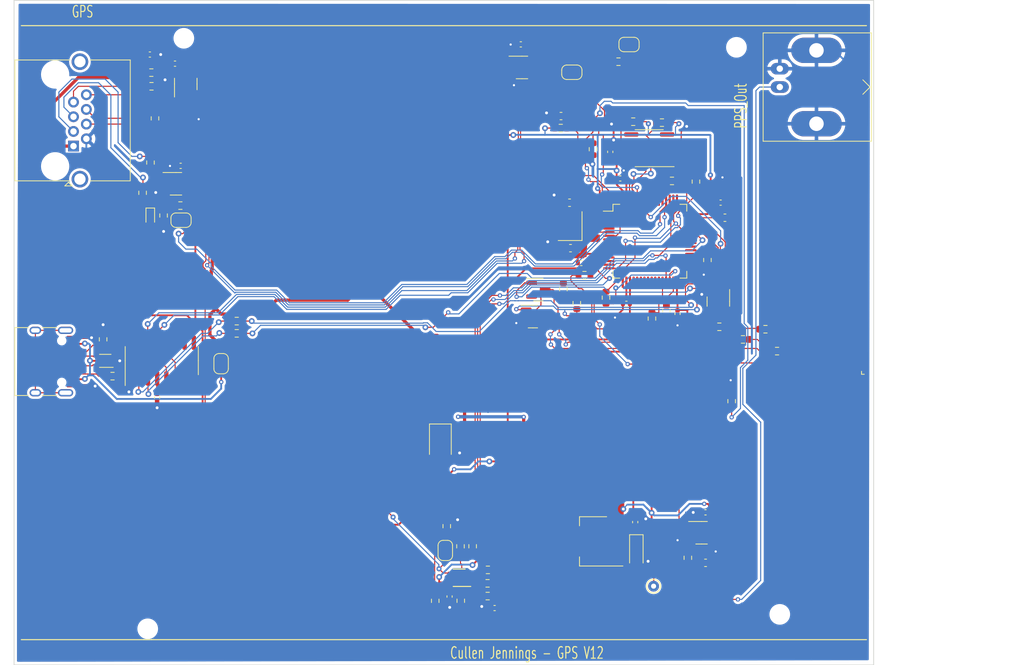
<source format=kicad_pcb>
(kicad_pcb (version 20240108) (generator "pcbnew") (generator_version "8.0")
  (title_block (title "GPS") (date "2024-03-10") (rev "V12") (company "Cullen Jennings"))
  (layers (0 "F.Cu" signal) (31 "B.Cu" power) (34 "B.Paste" user) (35 "F.Paste" user) (36 "B.SilkS" user "B.Silkscreen") (37 "F.SilkS" user "F.Silkscreen") (38 "B.Mask" user) (39 "F.Mask" user) (44 "Edge.Cuts" user))
  (net 0 "")
  (net 1 "+3.3V")
  (net 2 "Net-(JP2-A)")
  (net 3 "/AUX_SYNC_IN")
  (net 4 "/SYNC_IN")
  (net 5 "/HSE_OUT")
  (net 6 "/HSE_IN")
  (net 7 "/OSC_ADJ")
  (net 8 "Net-(U8-+)")
  (net 9 "PPS_OUT")
  (net 10 "/LED3")
  (net 11 "/AUD_OUT")
  (net 12 "Net-(U10-VCAP_1)")
  (net 13 "Net-(U10-VCAP_2)")
  (net 14 "/BOOT1")
  (net 15 "/NROW5")
  (net 16 "/LEDMR")
  (net 17 "Net-(Q1-D)")
  (net 18 "/LEDMG")
  (net 19 "/LEDMB")
  (net 20 "GND")
  (net 21 "Net-(D4-K)")
  (net 22 "/GPS_RX1H")
  (net 23 "/NCOL10")
  (net 24 "/NROW1")
  (net 25 "/NROW2")
  (net 26 "/NROW3")
  (net 27 "/NROW4")
  (net 28 "/LED4")
  (net 29 "/LED1")
  (net 30 "/LED2")
  (net 31 "/SWDIO")
  (net 32 "/SWDCLK")
  (net 33 "/LED7")
  (net 34 "/LED8")
  (net 35 "/USB_RX")
  (net 36 "/USB_TX")
  (net 37 "/SCL")
  (net 38 "/AUD_IN")
  (net 39 "/LED9")
  (net 40 "/LED10")
  (net 41 "/DB3")
  (net 42 "/SDA")
  (net 43 "/NRST")
  (net 44 "/BOOT0")
  (net 45 "Net-(J10-In)")
  (net 46 "VBUS")
  (net 47 "+5V")
  (net 48 "/GPS_RX1")
  (net 49 "/GPS_TX1")
  (net 50 "/GPS_RX2H")
  (net 51 "GPS_PPS")
  (net 52 "/NCOL8")
  (net 53 "Net-(R4-Pad1)")
  (net 54 "/GPS_EN")
  (net 55 "Net-(U8-LE{slash}HYS)")
  (net 56 "Net-(R25-Pad2)")
  (net 58 "/AUX_CLK")
  (net 59 "/NCOL7")
  (net 60 "Net-(U8-OUT)")
  (net 61 "/NCOL6")
  (net 62 "/NCOL5")
  (net 63 "/NCOL4")
  (net 64 "/NCOL3")
  (net 65 "/BTN1")
  (net 66 "AUX_GPS_PPS")
  (net 67 "/NCOL2")
  (net 68 "Net-(Q9-D)")
  (net 69 "Net-(Q10-D)")
  (net 70 "/GPS_TX1H")
  (net 71 "/GPS_TX2H")
  (net 72 "/GPS_EXT_PPS")
  (net 73 "/NCOL1")
  (net 74 "/NCOL9")
  (net 75 "Net-(J4-CC1)")
  (net 76 "Net-(J4-D+-PadA6)")
  (net 77 "Net-(J4-D--PadA7)")
  (net 79 "Net-(J4-CC2)")
  (net 81 "unconnected-(J4-SHIELD-PadS1)")
  (net 82 "Net-(U14-UD+)")
  (net 83 "Net-(U14-UD-)")
  (net 90 "/USB_DTR")
  (net 91 "/USB_RTS")
  (net 94 "Net-(R41-Pad1)")
  (net 95 "Net-(JP3-A)")
  (net 96 "Net-(R48-Pad1)")
  (net 97 "Net-(U14-TXD)")
  (net 98 "/MON_PPS")
  (net 99 "Net-(U14-RXD)")
  (net 100 "/CLK")
  (net 101 "/AUX_MON_PPS")
  (net 102 "Net-(D5-BK)")
  (net 103 "Net-(D5-GK)")
  (net 104 "Net-(D5-RK)")
  (net 105 "Net-(R52-Pad2)")
  (net 108 "Net-(JP7-A)")
  (footprint "Capacitor_SMD:C_0402_1005Metric" (layer "F.Cu") (at 161.523736 122.127545 180)
    (property "Reference" "C48" (hide yes))
    (property "Value" "100n")
  )
  (footprint "Resistor_SMD:R_0603_1608Metric" (layer "F.Cu") (at 160.546684 118.708884)
    (property "Reference" "R25" (hide yes))
    (property "Value" "270R")
  )
  (footprint "Resistor_SMD:R_0603_1608Metric" (layer "F.Cu") (at 199.015149 83.524351)
    (property "Reference" "R70" (hide yes))
    (property "Value" "150R")
  )
  (footprint "Capacitor_SMD:C_0603_1608Metric" (layer "F.Cu") (at 172.029623 72.30405 180)
    (property "Reference" "C29" (hide yes))
    (property "Value" "33p" (hide yes))
  )
  (footprint "Capacitor_SMD:C_0402_1005Metric" (layer "F.Cu") (at 173.526407 74.366391 180)
    (property "Reference" "C30" (hide yes))
    (property "Value" "100n")
  )
  (footprint "Resistor_SMD:R_0603_1608Metric" (layer "F.Cu") (at 113.884858 60.453969 -90)
    (property "Reference" "R1" (hide yes))
    (property "Value" "100R")
  )
  (footprint "Resistor_SMD:R_0603_1608Metric" (layer "F.Cu") (at 184.687901 54.922735 180)
    (property "Reference" "R58" (hide yes))
    (property "Value" "1K5")
  )
  (footprint "Diode_SMD:D_SOD-523" (layer "F.Cu") (at 113.85529 68.013075 -90)
    (property "Reference" "D4" (hide yes))
    (property "Value" "SDM20U30-7")
  )
  (footprint "Package_TO_SOT_SMD:SOT-23-5" (layer "F.Cu") (at 190.173731 111.703881)
    (property "Reference" "U2" (hide yes))
    (property "Value" "SN74LVC1G14DBV" (hide yes))
  )
  (footprint "Resistor_SMD:R_0603_1608Metric" (layer "F.Cu") (at 188.277851 115.16946 -90)
    (property "Reference" "R4" (hide yes))
    (property "Value" "200R")
  )
  (footprint "Package_TO_SOT_SMD:SOT-23-5" (layer "F.Cu") (at 165.311956 47.288199)
    (property "Reference" "U21" (hide yes))
    (property "Value" "SN74LVC1G14DBV")
  )
  (footprint "Capacitor_SMD:C_0603_1608Metric" (layer "F.Cu") (at 190.727851 115.86946 180)
    (property "Reference" "C4" (hide yes))
    (property "Value" "47p")
  )
  (footprint "Crystal:Crystal_SMD_3225-4Pin_3.2x2.5mm" (layer "F.Cu") (at 171.976566 69.249152 90)
    (property "Reference" "Y2" (hide yes))
    (property "Value" "16MHz " (hide yes))
  )
  (footprint "Resistor_SMD:R_0603_1608Metric" (layer "F.Cu") (at 173.964405 76.045728 180)
    (property "Reference" "R2" (hide yes))
    (property "Value" "1K0")
  )
  (footprint "Package_TO_SOT_SMD:SOT-666" (layer "F.Cu") (at 107.625 87.9 180)
    (property "Reference" "U15" (hide yes))
    (property "Value" "USBLC6-2P6")
  )
  (footprint "Resistor_SMD:R_0603_1608Metric" (layer "F.Cu") (at 172.904863 79.905196 90)
    (property "Reference" "R78" (hide yes))
    (property "Value" "47K")
  )
  (footprint "Resistor_SMD:R_0603_1608Metric" (layer "F.Cu") (at 154.9 110.7875 90)
    (property "Reference" "R50" (hide yes))
    (property "Value" "10K")
  )
  (footprint "Capacitor_Tantalum_SMD:CP_EIA-3216-18_Kemet-A" (layer "F.Cu") (at 181.147163 114.287576 -90)
    (property "Reference" "C41" (hide yes))
    (property "Value" "10u")
  )
  (footprint "Resistor_SMD:R_0603_1608Metric" (layer "F.Cu") (at 158.479459 113.570015 90)
    (property "Reference" "R61" (hide yes))
    (property "Value" "1K0")
  )
  (footprint "Capacitor_SMD:C_0402_1005Metric" (layer "F.Cu") (at 179.765254 80.00703 180)
    (property "Reference" "C32" (hide yes))
    (property "Value" "100n")
  )
  (footprint "Capacitor_Tantalum_SMD:CP_EIA-3528-21_Kemet-B" (layer "F.Cu") (at 154.012691 99.107859 -90)
    (property "Reference" "C42" (hide yes))
    (property "Value" "33u")
  )
  (footprint "Connector_RJ:RJ45_Amphenol_RJHSE5380" (layer "F.Cu") (at 103.226294 58.178459 90)
    (property "Reference" "J1" (hide yes))
    (property "Value" "RJ45" (hide yes))
  )
  (footprint "Capacitor_SMD:C_0603_1608Metric" (layer "F.Cu") (at 193.408514 68.08797 180)
    (property "Reference" "C40" (hide yes))
    (property "Value" "2u2")
  )
  (footprint "Capacitor_SMD:C_0402_1005Metric" (layer "F.Cu") (at 165.151252 44.092626 180)
    (property "Reference" "C58" (hide yes))
    (property "Value" "100n")
  )
  (footprint "Capacitor_SMD:C_0402_1005Metric" (layer "F.Cu") (at 117.27927 46.763473 180)
    (property "Reference" "C56" (hide yes))
    (property "Value" "100n")
  )
  (footprint "TestPoint:TestPoint_THTPad_D1.5mm_Drill0.7mm" (layer "F.Cu") (at 183.531248 119.097964)
    (property "Reference" "TP7" (hide yes))
    (property "Value" "~")
  )
  (footprint "Package_TO_SOT_SMD:SOT-223-3_TabPin2" (layer "F.Cu") (at 175.18485 112.892386 180)
    (property "Reference" "U11" (hide yes))
    (property "Value" "AMS1117-3.3" (hide yes))
  )
  (footprint "Capacitor_SMD:C_0402_1005Metric" (layer "F.Cu") (at 180.987179 110.226329 -90)
    (property "Reference" "C39" (hide yes))
    (property "Value" "100n")
  )
  (footprint "Package_TO_SOT_SMD:SOT-23" (layer "F.Cu") (at 192.5 79.7 -90)
    (property "Reference" "Q1" (hide yes))
    (property "Value" "2N7002")
  )
  (footprint "Resistor_SMD:R_0603_1608Metric" (layer "F.Cu") (at 114 48 180)
    (property "Reference" "R33" (hide yes))
    (property "Value" "4K7")
  )
  (footprint "Resistor_SMD:R_0603_1608Metric" (layer "F.Cu") (at 156.8 113.574903 -90)
    (property "Reference" "R60" (hide yes))
    (property "Value" "1K0")
  )
  (footprint "MountingHole:MountingHole_2.2mm_M2" (layer "F.Cu") (at 113.5 125)
    (property "Reference" "H3" (hide yes))
    (property "Value" "MountingHole")
  )
  (footprint "Resistor_SMD:R_0603_1608Metric" (layer "F.Cu") (at 171.046769 77.984874 -90)
    (property "Reference" "R77" (hide yes))
    (property "Value" "47K")
  )
  (footprint "Connector_USB:USB_C_Receptacle_HRO_TYPE-C-31-M-12" (layer "F.Cu") (at 99 88 -90)
    (property "Reference" "J4" (hide yes))
    (property "Value" "USB_C_Receptacle")
  )
  (footprint "Resistor_SMD:R_0603_1608Metric" (layer "F.Cu") (at 200.623511 86.555411 180)
    (property "Reference" "R74" (hide yes))
    (property "Value" "47R")
  )
  (footprint "Capacitor_SMD:C_0402_1005Metric" (layer "F.Cu") (at 177.531099 58.97375 -90)
    (property "Reference" "C47" (hide yes))
    (property "Value" "100n")
  )
  (footprint "Resistor_SMD:R_0603_1608Metric" (layer "F.Cu") (at 170.679967 55.681887)
    (property "Reference" "R27" (hide yes))
    (property "Value" "47K" (hide yes))
  )
  (footprint "Jumper:SolderJumper-2_P1.3mm_Bridged2Bar_RoundedPad1.0x1.5mm" (layer "F.Cu") (at 118.113364 68.43045)
    (property "Reference" "JP7" (hide yes))
    (property "Value" "SolderJumper_2_Bridged")
  )
  (footprint "Resistor_SMD:R_0603_1608Metric" (layer "F.Cu") (at 160.591774 116.845175 180)
    (property "Reference" "R22" (hide yes))
    (property "Value" "1K0")
  )
  (footprint "Resistor_SMD:R_0603_1608Metric" (layer "F.Cu") (at 115.695193 67.784278 90)
    (property "Reference" "R36" (hide yes))
    (property "Value" "4K7")
  )
  (footprint "Capacitor_SMD:C_0402_1005Metric" (layer "F.Cu") (at 118.061207 60.905621 180)
    (property "Reference" "C57" (hide yes))
    (property "Value" "100n")
  )
  (footprint "Jumper:SolderJumper-2_P1.3mm_Bridged2Bar_RoundedPad1.0x1.5mm" (layer "F.Cu") (at 180.131153 44.112745)
    (property "Reference" "JP2" (hide yes))
    (property "Value" "SolderJumper_2_Bridged")
  )
  (footprint "Package_SO:SOIC-8_3.9x4.9mm_P1.27mm" (layer "F.Cu") (at 182.924657 58.463107 180)
    (property "Reference" "U13" (hide yes))
    (property "Value" "M24C02-RMN")
  )
  (footprint "Package_QFP:LQFP-64_10x10mm_P0.5mm" (layer "F.Cu") (at 183.015261 71.341385)
    (property "Reference" "U10" (hide yes))
    (property "Value" "STM32F405RGTx" (hide yes))
  )
  (footprint "blinky_footprints:LED_RGB_MHS110FRGBCT" (layer "F.Cu") (at 213.5 87.8 90)
    (property "Reference" "D5" (hide yes))
    (property "Value" "LED_ABGR")
  )
  (footprint "Resistor_SMD:R_0603_1608Metric" (layer "F.Cu") (at 176.945154 79.157954 -90)
    (property "Reference" "R54" (hide yes))
    (property "Value" "1K0")
  )
  (footprint "Capacitor_SMD:C_0402_1005Metric" (layer "F.Cu") (at 178.918971 62.656294)
    (property "Reference" "C31" (hide yes))
    (property "Value" "100n")
  )
  (footprint "Resistor_SMD:R_0603_1608Metric" (layer "F.Cu") (at 112.789975 64.641055 90)
    (property "Reference" "R35" (hide yes))
    (property "Value" "3K3")
  )
  (footprint "Resistor_SMD:R_0603_1608Metric" (layer "F.Cu") (at 190.986458 73.948632 -90)
    (property "Reference" "R5" (hide yes))
    (property "Value" "1K0")
  )
  (footprint "Resistor_SMD:R_0603_1608Metric" (layer "F.Cu") (at 195.904016 84.938502)
    (property "Reference" "R73" (hide yes))
    (property "Value" "47R")
  )
  (footprint "Resistor_SMD:R_0603_1608Metric" (layer "F.Cu") (at 192.634669 83.191653)
    (property "Reference" "R76" (hide yes))
    (property "Value" "47K")
  )
  (footprint "Capacitor_SMD:C_0603_1608Metric" (layer "F.Cu") (at 171.898597 66.011953)
    (property "Reference" "C28" (hide yes))
    (property "Value" "33p" (hide yes))
  )
  (footprint "MountingHole:MountingHole_2.2mm_M2" (layer "F.Cu") (at 118.5 43.25)
    (property "Reference" "H1" (hide yes))
    (property "Value" "MountingHole")
  )
  (footprint "Package_TO_SOT_SMD:SOT-23" (layer "F.Cu") (at 166.825 81.775)
    (property "Reference" "Q10" (hide yes))
    (property "Value" "2N7002")
  )
  (footprint "Jumper:SolderJumper-2_P1.3mm_Bridged2Bar_RoundedPad1.0x1.5mm" (layer "F.Cu") (at 172.214224 47.95314)
    (property "Reference" "JP1" (hide yes))
    (property "Value" "SolderJumper_2_Bridged")
  )
  (footprint "blinky_footprints:SC70_DCK_TEX" (layer "F.Cu") (at 156.618042 117.926602 180)
    (property "Reference" "U8" (hide yes))
    (property "Value" "TLV3603DCKR")
  )
  (footprint "Resistor_SMD:R_0603_1608Metric" (layer "F.Cu") (at 180.712605 54.793116 180)
    (property "Reference" "R59" (hide yes))
    (property "Value" "1K5")
  )
  (footprint "Resistor_SMD:R_0603_1608Metric" (layer "F.Cu") (at 118.022422 66.408649)
    (property "Reference" "R52" (hide yes))
    (property "Value" "1K0")
  )
  (footprint "Capacitor_SMD:C_0603_1608Metric" (layer "F.Cu") (at 185.306869 80.975492 90)
    (property "Reference" "C35" (hide yes))
    (property "Value" "2u2")
  )
  (footprint "Capacitor_SMD:C_0402_1005Metric" (layer "F.Cu") (at 190.718175 108.87699 180)
    (property "Reference" "C11" (hide yes))
    (property "Value" "100n" (hide yes))
  )
  (footprint "Package_TO_SOT_SMD:SOT-23-5" (layer "F.Cu") (at 118.768639 49.578717 90)
    (property "Reference" "U19" (hide yes))
    (property "Value" "SN74LVC1G14DBV" (hide yes))
  )
  (footprint "Capacitor_SMD:C_0402_1005Metric" (layer "F.Cu") (at 155.288755 120.528871 -90)
    (property "Reference" "C45" (hide yes))
    (property "Value" "100n")
  )
  (footprint "Package_TO_SOT_SMD:SOT-23-5" (layer "F.Cu") (at 117.410462 63.392636)
    (property "Reference" "U20" (hide yes))
    (property "Value" "SN74LVC1G14DBV" (hide yes))
  )
  (footprint "Resistor_SMD:R_0603_1608Metric" (layer "F.Cu") (at 108.627889 90.01764 180)
    (property "Reference" "R37" (hide yes))
    (property "Value" "5K1")
  )
  (footprint "Resistor_SMD:R_0603_1608Metric" (layer "F.Cu") (at 114.025 49.9 180)
    (property "Reference" "R34" (hide yes))
    (property "Value" "4K7")
  )
  (footprint "Resistor_SMD:R_0603_1608Metric" (layer "F.Cu") (at 186.075284 62.996632)
    (property "Reference" "R3" (hide yes))
    (property "Value" "1K0")
  )
  (footprint "blinky_footprints:BNC_Amphenol_B6252HB-NPP3G-50_Horizontal-CJ" (layer "F.Cu") (at 203.5 50 -90)
    (property "Reference" "J10" (hide yes))
    (property "Value" "KH-BNC50-3511")
  )
  (footprint "Jumper:SolderJumper-2_P1.3mm_Bridged2Bar_RoundedPad1.0x1.5mm" (layer "F.Cu") (at 123.661129 88.297248 90)
    (property "Reference" "JP4" (hide yes))
    (property "Value" "SolderJumper_2_Bridged")
  )
  (footprint "Resistor_SMD:R_0603_1608Metric" (layer "F.Cu") (at 189.396305 63.093261 -90)
    (property "Reference" "R62" (hide yes))
    (property "Value" "1K0")
  )
  (footprint "Resistor_SMD:R_0603_1608Metric" (layer "F.Cu") (at 175.146386 58.603834 -90)
    (property "Reference" "R28" (hide yes))
    (property "Value" "47K" (hide yes))
  )
  (footprint "Resistor_SMD:R_0603_1608Metric" (layer "F.Cu") (at 160.561714 120.467384 180)
    (property "Reference" "R26" (hide yes))
    (property "Value" "22R0")
  )
  (footprint "MountingHole:MountingHole_2.2mm_M2" (layer "F.Cu") (at 195 44.5)
    (property "Reference" "H2" (hide yes))
    (property "Value" "MountingHole")
  )
  (footprint "Capacitor_SMD:C_0603_1608Metric" (layer "F.Cu") (at 170.714945 54.016308 180)
    (property "Reference" "C27" (hide yes))
    (property "Value" "100n" (hide yes))
  )
  (footprint "Resistor_SMD:R_0603_1608Metric" (layer "F.Cu") (at 156.840157 121.115759 -90)
    (property "Reference" "R21" (hide yes))
    (property "Value" "130K")
  )
  (footprint "Resistor_SMD:R_0603_1608Metric" (layer "F.Cu") (at 183.306125 82.05023 90)
    (property "Reference" "R32" (hide yes))
    (property "Value" "4K7")
  )
  (footprint "Package_SO:SOIC-16_3.9x9.9mm_P1.27mm" (layer "F.Cu") (at 115.445 87.875 90)
    (property "Reference" "U14" (hide yes))
    (property "Value" "CH340C")
  )
  (footprint "Capacitor_SMD:C_0402_1005Metric" (layer "F.Cu") (at 114.8 92.98 -90)
    (property "Reference" "C50" (hide yes))
    (property "Value" "100n")
  )
  (footprint "Capacitor_SMD:C_0402_1005Metric" (layer "F.Cu") (at 113.8 45.5)
    (property "Reference" "C1" (hide yes))
    (property "Value" "100n" (hide yes))
  )
  (footprint "Resistor_SMD:R_0603_1608Metric" (layer "F.Cu") (at 178.666828 46.487348)
    (property "Reference" "R41" (hide yes))
    (property "Value" "1K0")
  )
  (footprint "Capacitor_SMD:C_0402_1005Metric" (layer "F.Cu") (at 186.844757 81.396838 -90)
    (property "Reference" "C36" (hide yes))
    (property "Value" "100n")
  )
  (footprint "Resistor_SMD:R_0603_1608Metric" (layer "F.Cu") (at 107.325 84.925 -90)
    (property "Reference" "R38" (hide yes))
    (property "Value" "5K1")
  )
  (footprint "Resistor_SMD:R_0603_1608Metric" (layer "F.Cu") (at 153.3 121.125 -90)
    (property "Reference" "R57" (hide yes))
    (property "Value" "1K0")
  )
  (footprint "Capacitor_SMD:C_0402_1005Metric" (layer "F.Cu") (at 192.813045 65.999424)
    (property "Reference" "C38" (hide yes))
    (property "Value" "100n")
  )
  (footprint "Package_TO_SOT_SMD:SOT-23" (layer "F.Cu") (at 167.578346 78.04956)
    (property "Reference" "Q9" (hide yes))
    (property "Value" "2N7002")
  )
  (footprint "Jumper:SolderJumper-2_P1.3mm_Bridged2Bar_RoundedPad1.0x1.5mm" (layer "F.Cu") (at 154.7 114.15 -90)
    (property "Reference" "JP3" (hide yes))
    (property "Value" "SolderJumper_2_Bridged")
  )
  (footprint "Resistor_SMD:R_0603_1608Metric" (layer "F.Cu") (at 114.507746 54.338892 -90)
    (property "Reference" "R48" (hide yes))
    (property "Value" "270R" (hide yes))
  )
  (footprint "Resistor_SMD:R_0603_1608Metric" (layer "F.Cu") (at 125.825 84.1 180)
    (property "Reference" "R55" (hide yes))
    (property "Value" "1K0")
  )
  (footprint "Resistor_SMD:R_0603_1608Metric" (layer "F.Cu") (at 125.825 82.4)
    (property "Reference" "R51" (hide yes))
    (property "Value" "1K0")
  )
  (footprint "Resistor_SMD:R_0603_1608Metric" (layer "F.Cu") (at 194.336623 93.485794 90)
    (property "Reference" "R6" (hide yes))
    (property "Value" "1K0")
  )
  (footprint "MountingHole:MountingHole_2.2mm_M2" (layer "F.Cu") (at 201 123)
    (property "Reference" "H4" (hide yes))
    (property "Value" "MountingHole")
  )
  (gr_line (start 96 41.5) (end 213 41.5) (stroke (width 0.15)) (layer "F.SilkS"))
  (gr_line (start 96 126.5) (end 213 126.5) (stroke (width 0.15)) (layer "F.SilkS"))
  (gr_line (start 214 130) (end 95 130) (stroke (width 0.1)) (layer "Edge.Cuts"))
  (gr_line (start 95 38) (end 214 38) (stroke (width 0.1)) (layer "Edge.Cuts"))
  (gr_line (start 214 38) (end 214 130) (stroke (width 0.1)) (layer "Edge.Cuts"))
  (gr_line (start 95 38) (end 95 130) (stroke (width 0.1)) (layer "Edge.Cuts"))
  (gr_text "Cullen Jennings - GPS V12\n" (at 155.280231 129.271842 0) (layer "F.SilkS") (effects (font (size 1.6 1)) (justify left bottom)))
  (gr_text "PPS_Out" (at 196.549608 55.844317 90) (layer "F.SilkS") (effects (font (size 1.6 1)) (justify left bottom)))
  (gr_text "GPS" (at 102.908521 40.507624 0) (layer "F.SilkS") (effects (font (size 1.6 1)) (justify left bottom)))
  (segment (start 187.843119 87.726124) (end 186.751138 86.634143) (width 0.25) (layer "F.Cu") (net 1))
  (segment (start 162.877629 101.8245) (end 163.336779 101.36535) (width 0.25) (layer "F.Cu") (net 1))
  (segment (start 174.006407 74.366391) (end 174.686493 74.366391) (width 0.25) (layer "F.Cu") (net 1))
  (segment (start 163.336779 76.388536) (end 163.336779 56.615486) (width 0.25) (layer "F.Cu") (net 1))
  (segment (start 163.538051 44.946469) (end 165.702297 44.946469) (width 0.25) (layer "F.Cu") (net 1))
  (segment (start 193.92592 88.195505) (end 208.409102 88.195505) (width 0.15) (layer "F.Cu") (net 1))
  (segment (start 190.539223 107.702087) (end 191.033983 107.702087) (width 0.25) (layer "F.Cu") (net 1))
  (segment (start 166.449456 45.486896) (end 166.449456 46.338199) (width 0.25) (layer "F.Cu") (net 1))
  (segment (start 178.107289 59.45375) (end 177.531099 59.45375) (width 0.25) (layer "F.Cu") (net 1))
  (segment (start 178.33485 112.892386) (end 181.101973 112.892386) (width 0.25) (layer "F.Cu") (net 1))
  (segment (start 121.321958 94.593028) (end 121.1 94.37107) (width 0.25) (layer "F.Cu") (net 1))
  (segment (start 191.440403 67.127409) (end 191.429598 67.116604) (width 0.25) (layer "F.Cu") (net 1))
  (segment (start 187.615833 83.191653) (end 191.809669 83.191653) (width 0.15) (layer "F.Cu") (net 1))
  (segment (start 165.889287 75.098319) (end 174.337518 75.098319) (width 0.25) (layer "F.Cu") (net 1))
  (segment (start 181.355868 104.579774) (end 176.490193 104.579774) (width 0.25) (layer "F.Cu") (net 1))
  (segment (start 160 115.405631) (end 161.416774 115.405631) (width 0.25) (layer "F.Cu") (net 1))
  (segment (start 164.187423 76.513603) (end 164.08417 76.41035) (width 0.25) (layer "F.Cu") (net 1))
  (segment (start 191.033983 107.702087) (end 191.198175 107.866279) (width 0.25) (layer "F.Cu") (net 1))
  (segment (start 191.198175 107.866279) (end 191.198175 108.87699) (width 0.25) (layer "F.Cu") (net 1))
  (segment (start 155.272235 120.065391) (end 154.865391 120.065391) (width 0.25) (layer "F.Cu") (net 1))
  (segment (start 155.917884 102.915999) (end 148.244619 110.589264) (width 0.25) (layer "F.Cu") (net 1))
  (segment (start 163.336779 84.899228) (end 163.336779 76.388536) (width 0.25) (layer "F.Cu") (net 1))
  (segment (start 191.44315 65.999424) (end 191.429598 65.985872) (width 0.25) (layer "F.Cu") (net 1))
  (segment (start 177.340261 73.591385) (end 174.698387 73.591385) (width 0.25) (layer "F.Cu") (net 1))
  (segment (start 178.438971 62.656294) (end 178.438971 63.526484) (width 0.25) (layer "F.Cu") (net 1))
  (segment (start 181.537605 54.793116) (end 182.524134 54.793116) (width 0.15) (layer "F.Cu") (net 1))
  (segment (start 155.494092 118.576601) (end 153.853876 118.576601) (width 0.25) (layer "F.Cu") (net 1))
  (segment (start 119.816999 82.482686) (end 118.934314 81.6) (width 0.25) (layer "F.Cu") (net 1))
  (segment (start 186.87952 54.922735) (end 185.512901 54.922735) (width 0.15) (layer "F.Cu") (net 1))
  (segment (start 191.398543 62.17941) (end 191.429598 62.210465) (width 0.25) (layer "F.Cu") (net 1))
  (segment (start 174.686493 74.366391) (end 174.698387 74.378285) (width 0.25) (layer "F.Cu") (net 1))
  (segment (start 175.791979 64.050882) (end 176.080569 64.339472) (width 0.25) (layer "F.Cu") (net 1))
  (segment (start 188.690261 67.591385) (end 190.976427 67.591385) (width 0.25) (layer "F.Cu") (net 1))
  (segment (start 180.265261 77.016385) (end 180.265261 79.232063) (width 0.25) (layer "F.Cu") (net 1))
  (segment (start 193.92592 88.195505) (end 193.456539 87.726124) (width 0.15) (layer "F.Cu") (net 1))
  (segment (start 188.206847 82.582768) (end 188.206847 80.879475) (width 0.25) (layer "F.Cu") (net 1))
  (segment (start 188.206847 80.879475) (end 186.88212 80.879475) (width 0.25) (layer "F.Cu") (net 1))
  (segment (start 180.245254 80.00703) (end 180.245254 83.671759) (width 0.25) (layer "F.Cu") (net 1))
  (segment (start 121.1 92.6) (end 121.1 83.765686) (width 0.25) (layer "F.Cu") (net 1))
  (segment (start 111 82.71117) (end 111 85.4) (width 0.25) (layer "F.Cu") (net 1))
  (segment (start 187.124352 83.665263) (end 187.510692 83.278922) (width 0.25) (layer "F.Cu") (net 1))
  (segment (start 160.799002 101.8245) (end 162.877629 101.8245) (width 0.25) (layer "F.Cu") (net 1))
  (segment (start 163.359934 56.638641) (end 163.336779 56.615486) (width 0.25) (layer "F.Cu") (net 1))
  (segment (start 120.1 62.493407) (end 120.1 82.199685) (width 0.25) (layer "F.Cu") (net 1))
  (segment (start 114.8 92.5) (end 121 92.5) (width 0.25) (layer "F.Cu") (net 1))
  (segment (start 180.245254 83.671759) (end 180.196215 83.720798) (width 0.25) (layer "F.Cu") (net 1))
  (segment (start 178.415626 60.30369) (end 178.415626 61.557487) (width 0.25) (layer "F.Cu") (net 1))
  (segment (start 164.107089 56.638641) (end 163.359934 56.638641) (width 0.25) (layer "F.Cu") (net 1))
  (segment (start 164.474003 76.513603) (end 165.889287 75.098319) (width 0.25) (layer "F.Cu") (net 1))
  (segment (start 165.702297 44.946469) (end 165.702297 44.163671) (width 0.25) (layer "F.Cu") (net 1))
  (segment (start 120.1 62.493407) (end 118.598733 62.493407) (width 0.25) (layer "F.Cu") (net 1))
  (segment (start 187.615833 83.191653) (end 187.606897 83.182717) (width 0.15) (layer "F.Cu") (net 1))
  (segment (start 209.498273 89.284677) (end 212.807393 89.284677) (width 0.15) (layer "F.Cu") (net 1))
  (segment (start 112.11117 81.6) (end 111 82.71117) (width 0.25) (layer "F.Cu") (net 1))
  (segment (start 162.974752 53.607992) (end 163.336779 53.970019) (width 0.25) (layer "F.Cu") (net 1))
  (segment (start 159.230303 115.405631) (end 160 115.405631) (width 0.25) (layer "F.Cu") (net 1))
  (segment (start 182.524134 54.793116) (end 182.808205 55.077187) (width 0.15) (layer "F.Cu") (net 1))
  (segment (start 191.311231 109.606884) (end 191.198175 109.493828) (width 0.25) (layer "F.Cu") (net 1))
  (segment (start 163.336779 93.001511) (end 163.336779 86.614322) (width 0.25) (layer "F.Cu") (net 1))
  (segment (start 163.38045 84.942899) (end 163.336779 84.899228) (width 0.25) (layer "F.Cu") (net 1))
  (segment (start 118.934314 81.6) (end 112.11117 81.6) (width 0.25) (layer "F.Cu") (net 1))
  (segment (start 183.258896 106.482802) (end 181.355868 104.579774) (width 0.25) (layer "F.Cu") (net 1))
  (segment (start 119.816999 82.482686) (end 121.1 83.765686) (width 0.25) (layer "F.Cu") (net 1))
  (segment (start 153.851077 119.051077) (end 153.851077 118.573802) (width 0.25) (layer "F.Cu") (net 1))
  (segment (start 180.245254 79.25207) (end 180.265261 79.232063) (width 0.25) (layer "F.Cu") (net 1))
  (segment (start 163.336779 76.388536) (end 164.062356 76.388536) (width 0.25) (layer "F.Cu") (net 1))
  (segment (start 178.438971 63.526484) (end 179.275718 64.363231) (width 0.25) (layer "F.Cu") (net 1))
  (segment (start 180.245254 80.00703) (end 180.245254 79.25207) (width 0.25) (layer "F.Cu") (net 1))
  (segment (start 193.456539 87.726124) (end 187.843119 87.726124) (width 0.25) (layer "F.Cu") (net 1))
  (segment (start 183.258896 108.947033) (end 183.258896 112.268814) (width 0.25) (layer "F.Cu") (net 1))
  (segment (start 172.03485 112.892386) (end 178.33485 112.892386) (width 0.25) (layer "F.Cu") (net 1))
  (segment (start 178.415626 60.30369) (end 178.415626 59.762087) (width 0.25) (layer "F.Cu") (net 1))
  (segment (start 162.974752 45.509768) (end 163.538051 44.946469) (width 0.25) (layer "F.Cu") (net 1))
  (segment (start 190.976427 67.591385) (end 191.440403 67.127409) (width 0.25) (layer "F.Cu") (net 1))
  (segment (start 164.91193 93.001511) (end 163.336779 93.001511) (width 0.25) (layer "F.Cu") (net 1))
  (segment (start 164.062356 76.388536) (end 164.08417 76.41035) (width 0.25) (layer "F.Cu") (net 1))
  (segment (start 164.474003 76.513603) (end 164.187423 76.513603) (width 0.25) (layer "F.Cu") (net 1))
  (segment (start 163.3566 86.634143) (end 163.336779 86.614322) (width 0.25) (layer "F.Cu") (net 1))
  (segment (start 154.865391 120.065391) (end 153.851077 119.051077) (width 0.25) (layer "F.Cu") (net 1))
  (segment (start 191.429598 62.210465) (end 191.429598 65.985872) (width 0.25) (layer "F.Cu") (net 1))
  (segment (start 191.429598 65.985872) (end 191.429598 67.116604) (width 0.25) (layer "F.Cu") (net 1))
  (segment (start 153.851077 118.573802) (end 153.851077 117.828946) (width 0.25) (layer "F.Cu") (net 1))
  (segment (start 163.336779 86.614322) (end 163.336779 84.899228) (width 0.25) (layer "F.Cu") (net 1))
  (segment (start 179.275718 64.363231) (end 179.265261 64.373688) (width 0.25) (layer "F.Cu") (net 1))
  (segment (start 178.415626 59.762087) (end 178.107289 59.45375) (width 0.25) (layer "F.Cu") (net 1))
  (segment (start 166.493407 45.442945) (end 166.449456 45.486896) (width 0.25) (layer "F.Cu") (net 1))
  (segment (start 182.583516 112.944194) (end 182.764729 112.762981) (width 0.25) (layer "F.Cu") (net 1))
  (segment (start 183.258896 108.947033) (end 183.258896 106.482802) (width 0.25) (layer "F.Cu") (net 1))
  (segment (start 181.153781 112.944194) (end 182.583516 112.944194) (width 0.25) (layer "F.Cu") (net 1))
  (segment (start 125.19781 110.589264) (end 125.152032 110.635042) (width 0.25) (layer "F.Cu") (net 1))
  (segment (start 176.080569 67.567408) (end 176.104546 67.591385) (width 0.25) (layer "F.Cu") (net 1))
  (segment (start 163.336779 106.762668) (end 160 110.099447) (width 0.25) (layer "F.Cu") (net 1))
  (segment (start 180.196215 83.720798) (end 178.974114 84.942899) (width 0.25) (layer "F.Cu") (net 1))
  (segment (start 183.558758 118.45292) (end 183.558758 113.55701) (width 0.15) (layer "F.Cu") (net 1))
  (segment (start 176.080569 64.339472) (end 176.080569 67.567408) (width 0.25) (layer "F.Cu") (net 1))
  (segment (start 158.466846 116.169088) (end 159.230303 115.405631) (width 0.25) (layer "F.Cu") (net 1))
  (segment (start 165.996931 44.946469) (end 166.493407 45.442945) (width 0.25) (layer "F.Cu") (net 1))
  (segment (start 163.336779 101.36535) (end 163.336779 106.762668) (width 0.25) (layer "F.Cu") (net 1))
  (segment (start 186.844757 79.250895) (end 186.844757 80.621838) (width 0.25) (layer "F.Cu") (net 1))
  (segment (start 192.333045 65.999424) (end 191.44315 65.999424) (width 0.25) (layer "F.Cu") (net 1))
  (segment (start 120.1 82.199685) (end 119.816999 82.482686) (width 0.25) (layer "F.Cu") (net 1))
  (segment (start 162.974752 53.607992) (end 162.974752 45.509768) (width 0.25) (layer "F.Cu") (net 1))
  (segment (start 121 92.5) (end 121.1 92.6) (width 0.25) (layer "F.Cu") (net 1))
  (segment (start 174.337518 75.098319) (end 174.686493 74.749344) (width 0.25) (layer "F.Cu") (net 1))
  (segment (start 176.490193 104.579774) (end 164.91193 93.001511) (width 0.25) (layer "F.Cu") (net 1))
  (segment (start 180.196215 83.720798) (end 187.068816 83.720798) (width 0.25) (layer "F.Cu") (net 1))
  (segment (start 161.416774 115.405631) (end 161.416774 116.845175) (width 0.25) (layer "F.Cu") (net 1))
  (segment (start 163.336779 101.36535) (end 163.336779 93.001511) (width 0.25) (layer "F.Cu") (net 1))
  (segment (start 186.765261 79.171399) (end 186.844757 79.250895) (width 0.25) (layer "F.Cu") (net 1))
  (segment (start 114.8 92.5) (end 114.8 90.36) (width 0.25) (layer "F.Cu") (net 1))
  (segment (start 187.033972 55.077187) (end 186.87952 54.922735) (width 0.15) (layer "F.Cu") (net 1))
  (segment (start 176.104546 67.591385) (end 177.340261 67.591385) (width 0.25) (layer "F.Cu") (net 1))
  (segment (start 168.523839 55.681887) (end 168.502988 55.702738) (width 0.15) (layer "F.Cu") (net 1))
  (segment (start 153.853876 118.576601) (end 153.851077 118.573802) (width 0.25) (layer "F.Cu") (net 1))
  (segment (start 174.686493 74.749344) (end 174.686493 74.366391) (width 0.25) (layer "F.Cu") (net 1))
  (segment (start 191.311231 110.753881) (end 191.311231 109.606884) (width 0.25) (layer "F.Cu") (net 1))
  (segment (start 178.415626 61.557487) (end 178.415626 62.632949) (width 0.25) (layer "F.Cu") (net 1))
  (segment (start 163.336779 56.615486) (end 163.336779 53.970019) (width 0.25) (layer "F.Cu") (net 1))
  (segment (start 187.606897 83.182717) (end 188.206847 82.582768) (width 0.25) (layer "F.Cu") (net 1))
  (segment (start 118.547962 62.442636) (end 118.547962 60.912376) (width 0.25) (layer "F.Cu") (net 1))
  (segment (start 165.702297 44.946469) (end 165.996931 44.946469) (width 0.25) (layer "F.Cu") (net 1))
  (segment (start 160 110.099447) (end 160 115.405631) (width 0.25) (layer "F.Cu") (net 1))
  (segment (start 186.765261 77.016385) (end 186.765261 79.171399) (width 0.25) (layer "F.Cu") (net 1))
  (segment (start 178.974114 84.942899) (end 163.38045 84.942899) (width 0.25) (layer "F.Cu") (net 1))
  (segment (start 208.409102 88.195505) (end 209.498273 89.284677) (width 0.15) (layer "F.Cu") (net 1))
  (segment (start 121.321958 106.804968) (end 121.321958 94.593028) (width 0.25) (layer "F.Cu") (net 1))
  (segment (start 125.152032 110.635042) (end 121.321958 106.804968) (width 0.25) (layer "F.Cu") (net 1))
  (segment (start 191.198175 109.493828) (end 191.198175 108.87699) (width 0.25) (layer "F.Cu") (net 1))
  (segment (start 179.265261 64.373688) (end 179.265261 65.666385) (width 0.25) (layer "F.Cu") (net 1))
  (segment (start 121.1 94.37107) (end 121.1 92.6) (width 0.25) (layer "F.Cu") (net 1))
  (segment (start 187.068816 83.720798) (end 187.510692 83.278922) (width 0.25) (layer "F.Cu") (net 1))
  (segment (start 169.854967 55.681887) (end 168.523839 55.681887) (width 0.15) (layer "F.Cu") (net 1))
  (segment (start 182.764729 112.762981) (end 183.258896 112.268814) (width 0.25) (layer "F.Cu") (net 1))
  (segment (start 183.558758 113.55701) (end 182.764729 112.762981) (width 0.15) (layer "F.Cu") (net 1))
  (segment (start 187.510692 83.278922) (end 187.606897 83.182717) (width 0.25) (layer "F.Cu") (net 1))
  (segment (start 186.751138 86.634143) (end 163.3566 86.634143) (width 0.25) (layer "F.Cu") (net 1))
  (segment (start 178.415626 60.30369) (end 180.38524 60.30369) (width 0.25) (layer "F.Cu") (net 1))
  (segment (start 148.244619 110.589264) (end 125.19781 110.589264) (width 0.25) (layer "F.Cu") (net 1))
  (segment (start 174.698387 73.591385) (end 174.698387 74.378285) (width 0.25) (layer "F.Cu") (net 1))
  (via (at 153.851077 117.828946) (size 0.8) (drill 0.4) (layers "F.Cu" "B.Cu") (net 1))
  (via (at 164.107089 56.638641) (size 0.8) (drill 0.4) (layers "F.Cu" "B.Cu") (net 1))
  (via (at 155.917884 102.915999) (size 0.6) (drill 0.3) (layers "F.Cu" "B.Cu") (net 1))
  (via (at 182.808205 55.077187) (size 0.7) (drill 0.3) (layers "F.Cu" "B.Cu") (net 1))
  (via (at 191.398543 62.17941) (size 0.7) (drill 0.3) (layers "F.Cu" "B.Cu") (net 1))
  (via (at 190.539223 107.702087) (size 0.6) (drill 0.3) (layers "F.Cu" "B.Cu") (net 1))
  (via (at 168.502988 55.702738) (size 0.8) (drill 0.4) (layers "F.Cu" "B.Cu") (net 1))
  (via (at 178.415626 61.557487) (size 0.8) (drill 0.4) (layers "F.Cu" "B.Cu") (net 1))
  (via (at 175.791979 64.050882) (size 0.7) (drill 0.3) (layers "F.Cu" "B.Cu") (net 1))
  (via (at 160.799002 101.8245) (size 0.8) (drill 0.4) (layers "F.Cu" "B.Cu") (net 1))
  (via (at 187.033972 55.077187) (size 0.7) (drill 0.3) (layers "F.Cu" "B.Cu") (net 1))
  (via (at 183.258896 108.947033) (size 0.8) (drill 0.4) (layers "F.Cu" "B.Cu") (net 1))
  (via (at 179.339045 108.415792) (size 0.8) (drill 0.4) (layers "F.Cu" "B.Cu") (net 1))
  (via (at 158.466846 116.169088) (size 0.8) (drill 0.4) (layers "F.Cu" "B.Cu") (net 1))
  (segment (start 185.782195 56.622623) (end 186.564282 56.622623) (width 0.25) (layer "B.Cu") (net 1))
  (segment (start 186.564282 55.546877) (end 186.564282 56.622623) (width 0.15) (layer "B.Cu") (net 1))
  (segment (start 191.398543 56.679596) (end 191.34157 56.622623) (width 0.25) (layer "B.Cu") (net 1))
  (segment (start 183.258896 108.947033) (end 182.586597 108.274735) (width 0.25) (layer "B.Cu") (net 1))
  (segment (start 185.771247 56.611675) (end 185.782195 56.622623) (width 0.25) (layer "B.Cu") (net 1))
  (segment (start 182.808205 55.077187) (end 182.808205 56.60239) (width 0.15) (layer "B.Cu") (net 1))
  (segment (start 175.791979 56.611675) (end 182.79892 56.611675) (width 0.25) (layer "B.Cu") (net 1))
  (segment (start 182.808205 56.60239) (end 182.79892 56.611675) (width 0.15) (layer "B.Cu") (net 1))
  (segment (start 179.339045 108.415792) (end 179.339045 108.358232) (width 0.15) (layer "B.Cu") (net 1))
  (segment (start 159.2755 101.8245) (end 160.799002 101.8245) (width 0.25) (layer "B.Cu") (net 1))
  (segment (start 182.79892 56.611675) (end 185.771247 56.611675) (width 0.25) (layer "B.Cu") (net 1))
  (segment (start 187.033972 55.077187) (end 186.564282 55.546877) (width 0.15) (layer "B.Cu") (net 1))
  (segment (start 175.791979 61.33935) (end 175.791979 56.611675) (width 0.25) (layer "B.Cu") (net 1))
  (segment (start 158.40891 116.111152) (end 158.466846 116.169088) (width 0.25) (layer "B.Cu") (net 1))
  (segment (start 182.586597 108.274735) (end 183.610727 109.298865) (width 0.25) (layer "B.Cu") (net 1))
  (segment (start 158.184001 102.915999) (end 159.2755 101.8245) (width 0.25) (layer "B.Cu") (net 1))
  (segment (start 175.791979 64.050882) (end 175.791979 61.33935) (width 0.25) (layer "B.Cu") (net 1))
  (segment (start 178.207359 61.34922) (end 175.801849 61.34922) (width 0.25) (layer "B.Cu") (net 1))
  (segment (start 164.134055 56.611675) (end 168.480703 56.611675) (width 0.25) (layer "B.Cu") (net 1))
  (segment (start 186.564282 56.622623) (end 191.34157 56.622623) (width 0.25) (layer "B.Cu") (net 1))
  (segment (start 182.586597 108.274735) (end 182.118988 107.807125) (width 0.25) (layer "B.Cu") (net 1))
  (segment (start 186.903268 109.298865) (end 188.500046 107.702087) (width 0.25) (layer "B.Cu") (net 1))
  (segment (start 164.107089 56.638641) (end 164.134055 56.611675) (width 0.25) (layer "B.Cu") (net 1))
  (segment (start 179.339045 108.358232) (end 179.890152 107.807125) (width 0.15) (layer "B.Cu") (net 1))
  (segment (start 175.801849 61.34922) (end 175.791979 61.33935) (width 0.25) (layer "B.Cu") (net 1))
  (segment (start 155.917884 102.915999) (end 158.184001 102.915999) (width 0.25) (layer "B.Cu") (net 1))
  (segment (start 153.851077 117.828946) (end 155.568871 116.111152) (width 0.25) (layer "B.Cu") (net 1))
  (segment (start 155.568871 116.111152) (end 158.40891 116.111152) (width 0.25) (layer "B.Cu") (net 1))
  (segment (start 168.502988 55.702738) (end 168.502988 56.58939) (width 0.15) (layer "B.Cu") (net 1))
  (segment (start 183.610727 109.298865) (end 186.903268 109.298865) (width 0.25) (layer "B.Cu") (net 1))
  (segment (start 175.791979 56.611675) (end 168.480703 56.611675) (width 0.25) (layer "B.Cu") (net 1))
  (segment (start 178.415626 61.557487) (end 178.207359 61.34922) (width 0.25) (layer "B.Cu") (net 1))
  (segment (start 191.398543 62.17941) (end 191.398543 56.679596) (width 0.25) (layer "B.Cu") (net 1))
  (segment (start 188.500046 107.702087) (end 190.539223 107.702087) (width 0.25) (layer "B.Cu") (net 1))
  (segment (start 182.118988 107.807125) (end 179.890152 107.807125) (width 0.25) (layer "B.Cu") (net 1))
  (segment (start 168.502988 56.58939) (end 168.480703 56.611675) (width 0.15) (layer "B.Cu") (net 1))
  (segment (start 179.481153 46.476673) (end 179.491828 46.487348) (width 0.15) (layer "F.Cu") (net 2))
  (segment (start 179.481153 44.112745) (end 179.481153 46.476673) (width 0.15) (layer "F.Cu") (net 2))
  (segment (start 190.954211 73.091385) (end 190.986458 73.123632) (width 0.15) (layer "F.Cu") (net 3))
  (segment (start 188.690261 73.091385) (end 190.954211 73.091385) (width 0.15) (layer "F.Cu") (net 3))
  (segment (start 183.765261 65.666385) (end 183.765261 64.535889) (width 0.15) (layer "F.Cu") (net 4))
  (segment (start 184.155099 64.146051) (end 184.155099 62.986566) (width 0.15) (layer "F.Cu") (net 4))
  (segment (start 184.155099 62.986566) (end 185.240218 62.986566) (width 0.15) (layer "F.Cu") (net 4))
  (segment (start 185.240218 62.986566) (end 185.250284 62.996632) (width 0.15) (layer "F.Cu") (net 4))
  (segment (start 183.765261 64.535889) (end 184.155099 64.146051) (width 0.15) (layer "F.Cu") (net 4))
  (segment (start 174.329035 70.091385) (end 177.340261 70.091385) (width 0.15) (layer "F.Cu") (net 5))
  (segment (start 174.071268 70.349152) (end 174.329035 70.091385) (width 0.15) (layer "F.Cu") (net 5))
  (segment (start 172.826566 70.349152) (end 174.071268 70.349152) (width 0.15) (layer "F.Cu") (net 5))
  (segment (start 172.826566 70.349152) (end 172.826566 72.282107) (width 0.15) (layer "F.Cu") (net 5))
  (segment (start 174.191558 69.272459) (end 174.511053 69.591954) (width 0.15) (layer "F.Cu") (net 6))
  (segment (start 175.624378 69.591954) (end 175.624947 69.591385) (width 0.15) (layer "F.Cu") (net 6))
  (segment (start 171.126566 68.149152) (end 171.126566 69.134367) (width 0.15) (layer "F.Cu") (net 6))
  (segment (start 175.624947 69.591385) (end 177.340261 69.591385) (width 0.15) (layer "F.Cu") (net 6))
  (segment (start 171.126566 69.134367) (end 171.264658 69.272459) (width 0.15) (layer "F.Cu") (net 6))
  (segment (start 171.264658 69.272459) (end 174.191558 69.272459) (width 0.15) (layer "F.Cu") (net 6))
  (segment (start 174.511053 69.591954) (end 175.624378 69.591954) (width 0.15) (layer "F.Cu") (net 6))
  (segment (start 171.126566 68.149152) (end 171.126566 66.014922) (width 0.15) (layer "F.Cu") (net 6))
  (segment (start 159.673019 117.775941) (end 159.721684 117.727276) (width 0.15) (layer "F.Cu") (net 8))
  (segment (start 158.579281 117.276603) (end 158.867736 117.565058) (width 0.15) (layer "F.Cu") (net 8))
  (segment (start 157.741992 117.276603) (end 158.579281 117.276603) (width 0.15) (layer "F.Cu") (net 8))
  (segment (start 158.867736 117.565058) (end 158.867736 117.775941) (width 0.15) (layer "F.Cu") (net 8))
  (segment (start 162.608395 118.273225) (end 162.113627 117.778457) (width 0.15) (layer "F.Cu") (net 8))
  (segment (start 159.721684 118.708884) (end 159.721684 117.727276) (width 0.15) (layer "F.Cu") (net 8))
  (segment (start 162.479228 122.127545) (end 162.608395 121.998378) (width 0.15) (layer "F.Cu") (net 8))
  (segment (start 162.003736 122.127545) (end 162.479228 122.127545) (width 0.15) (layer "F.Cu") (net 8))
  (segment (start 158.867736 117.775941) (end 159.673019 117.775941) (width 0.15) (layer "F.Cu") (net 8))
  (segment (start 159.772865 117.778457) (end 159.721684 117.727276) (width 0.15) (layer "F.Cu") (net 8))
  (segment (start 162.113627 117.778457) (end 159.772865 117.778457) (width 0.15) (layer "F.Cu") (net 8))
  (segment (start 162.608395 121.998378) (end 162.608395 118.273225) (width 0.15) (layer "F.Cu") (net 8))
  (segment (start 159.721684 117.727276) (end 159.721684 116.890265) (width 0.15) (layer "F.Cu") (net 8))
  (segment (start 175.300093 82.092687) (end 175.300093 78.859041) (width 0.15) (layer "F.Cu") (net 9))
  (segment (start 187.920286 71.091385) (end 188.690261 71.091385) (width 0.15) (layer "F.Cu") (net 9))
  (segment (start 187.520341 111.761618) (end 187.056482 111.297759) (width 0.15) (layer "F.Cu") (net 9))
  (segment (start 180.956015 73.668249) (end 178.6 76.024264) (width 0.15) (layer "F.Cu") (net 9))
  (segment (start 180.956015 70.855243) (end 180.956015 73.668249) (width 0.15) (layer "F.Cu") (net 9))
  (segment (start 186.621374 68.899923) (end 187.310806 69.589355) (width 0.15) (layer "F.Cu") (net 9))
  (segment (start 184.526544 89.835537) (end 183.043184 88.352177) (width 0.15) (layer "F.Cu") (net 9))
  (segment (start 178.6 76.7) (end 176.967046 78.332954) (width 0.15) (layer "F.Cu") (net 9))
  (segment (start 187.310806 69.589355) (end 187.310806 70.481905) (width 0.15) (layer "F.Cu") (net 9))
  (segment (start 176.077955 82.870549) (end 175.300093 82.092687) (width 0.15) (layer "F.Cu") (net 9))
  (segment (start 175.300093 78.859041) (end 175.802504 78.35663) (width 0.15) (layer "F.Cu") (net 9))
  (segment (start 183.043184 88.352177) (end 179.943148 88.352177) (width 0.15) (layer "F.Cu") (net 9))
  (segment (start 186.30654 68.585089) (end 186.30654 67.602007) (width 0.15) (layer "F.Cu") (net 9))
  (segment (start 187.056482 111.297759) (end 187.056482 98.124609) (width 0.15) (layer "F.Cu") (net 9))
  (segment (start 188.116228 63.548338) (end 189.396305 62.268261) (width 0.15) (layer "F.Cu") (net 9))
  (segment (start 175.802504 78.35663) (end 176.921478 78.35663) (width 0.15) (layer "F.Cu") (net 9))
  (segment (start 176.921478 78.35663) (end 176.945154 78.332954) (width 0.15) (layer "F.Cu") (net 9))
  (segment (start 187.310806 70.481905) (end 187.920286 71.091385) (width 0.15) (layer "F.Cu") (net 9))
  (segment (start 186.30654 67.602007) (end 188.116228 65.792319) (width 0.15) (layer "F.Cu") (net 9))
  (segment (start 188.978494 111.761618) (end 187.520341 111.761618) (width 0.15) (layer "F.Cu") (net 9))
  (segment (start 178.6 76.024264) (end 178.6 76.7) (width 0.15) (layer "F.Cu") (net 9))
  (segment (start 188.116228 65.792319) (end 188.116228 63.548338) (width 0.15) (layer "F.Cu") (net 9))
  (segment (start 184.526544 95.594671) (end 184.526544 89.835537) (width 0.15) (layer "F.Cu") (net 9))
  (segment (start 180.956271 70.854987) (end 180.956015 70.855243) (width 0.15) (layer "F.Cu") (net 9))
  (segment (start 187.056482 98.124609) (end 184.526544 95.594671) (width 0.15) (layer "F.Cu") (net 9))
  (segment (start 186.621374 68.899923) (end 186.30654 68.585089) (width 0.15) (layer "F.Cu") (net 9))
  (via (at 186.621374 68.899923) (size 0.6) (drill 0.3) (layers "F.Cu" "B.Cu") (net 9))
  (via (at 179.943148 88.352177) (size 0.6) (drill 0.3) (layers "F.Cu" "B.Cu") (net 9))
  (via (at 180.956271 70.854987) (size 0.6) (drill 0.3) (layers "F.Cu" "B.Cu") (net 9))
  (via (at 176.077955 82.870549) (size 0.6) (drill 0.3) (layers "F.Cu" "B.Cu") (net 9))
  (segment (start 186.482835 68.899923) (end 184.437055 70.945703) (width 0.15) (layer "B.Cu") (net 9))
  (segment (start 176.077955 84.486984) (end 176.077955 82.870549) (width 0.15) (layer "B.Cu") (net 9))
  (segment (start 184.437055 70.945703) (end 181.046987 70.945703) (width 0.15) (layer "B.Cu") (net 9))
  (segment (start 179.943148 88.352177) (end 176.077955 84.486984) (width 0.15) (layer "B.Cu") (net 9))
  (segment (start 181.046987 70.945703) (end 180.956271 70.854987) (width 0.15) (layer "B.Cu") (net 9))
  (segment (start 186.621374 68.899923) (end 186.482835 68.899923) (width 0.15) (layer "B.Cu") (net 9))
  (segment (start 186.265261 78.259673) (end 186.265261 77.016385) (width 0.15) (layer "F.Cu") (net 12))
  (segment (start 185.306869 80.200492) (end 185.306869 79.218065) (width 0.15) (layer "F.Cu") (net 12))
  (segment (start 185.306869 79.218065) (end 186.265261 78.259673) (width 0.15) (layer "F.Cu") (net 12))
  (segment (start 188.690261 68.091385) (end 192.630099 68.091385) (width 0.15) (layer "F.Cu") (net 13))
  (segment (start 184.765261 78.920454) (end 184.259347 79.426368) (width 0.15) (layer "F.Cu") (net 14))
  (segment (start 184.240085 81.22523) (end 183.306125 81.22523) (width 0.15) (layer "F.Cu") (net 14))
  (segment (start 184.259347 81.177264) (end 184.273699 81.191616) (width 0.15) (layer "F.Cu") (net 14))
  (segment (start 184.273699 81.191616) (end 184.240085 81.22523) (width 0.15) (layer "F.Cu") (net 14))
  (segment (start 184.765261 77.016385) (end 184.765261 78.920454) (width 0.15) (layer "F.Cu") (net 14))
  (segment (start 184.259347 79.426368) (end 184.259347 81.177264) (width 0.15) (layer "F.Cu") (net 14))
  (segment (start 193.45 71.45) (end 191.091385 69.091385) (width 0.15) (layer "F.Cu") (net 16))
  (segment (start 193.459669 83.191653) (end 193.459669 78.772169) (width 0.15) (layer "F.Cu") (net 16))
  (segment (start 193.45 78.7625) (end 193.45 71.45) (width 0.15) (layer "F.Cu") (net 16))
  (segment (start 191.091385 69.091385) (end 188.690261 69.091385) (width 0.15) (layer "F.Cu") (net 16))
  (segment (start 192.773359 84.21939) (end 194.177022 84.21939) (width 0.15) (layer "F.Cu") (net 17))
  (segment (start 194.177022 84.21939) (end 194.988087 83.408325) (width 0.15) (layer "F.Cu") (net 17))
  (segment (start 192.5 80.6375) (end 192.5 83.946031) (width 0.15) (layer "F.Cu") (net 17))
  (segment (start 192.5 83.946031) (end 192.773359 84.21939) (width 0.15) (layer "F.Cu") (net 17))
  (segment (start 194.988087 83.408325) (end 198.074123 83.408325) (width 0.15) (layer "F.Cu") (net 17))
  (segment (start 198.074123 83.408325) (end 198.190149 83.524351) (width 0.15) (layer "F.Cu") (net 17))
  (segment (start 189.816852 77.775) (end 190.462826 77.775) (width 0.15) (layer "F.Cu") (net 18))
  (segment (start 171.046769 77.159874) (end 166.70116 77.159874) (width 0.15) (layer "F.Cu") (net 18))
  (segment (start 164.569475 79.0299) (end 164.569475 78.219503) (width 0.15) (layer "F.Cu") (net 18))
  (segment (start 165.689418 77.09956) (end 166.640846 77.09956) (width 0.15) (layer "F.Cu") (net 18))
  (segment (start 191.5 71.267062) (end 191.5 70.9) (width 0.15) (layer "F.Cu") (net 18))
  (segment (start 192.474311 75.763515) (end 192.474311 72.241373) (width 0.15) (layer "F.Cu") (net 18))
  (segment (start 190.462826 77.775) (end 192.474311 75.763515) (width 0.15) (layer "F.Cu") (net 18))
  (segment (start 190.191385 69.591385) (end 188.690261 69.591385) (width 0.15) (layer "F.Cu") (net 18))
  (segment (start 188.5745 77.8745) (end 189.717352 77.8745) (width 0.15) (layer "F.Cu") (net 18))
  (segment (start 189.717352 77.8745) (end 189.816852 77.775) (width 0.15) (layer "F.Cu") (net 18))
  (segment (start 191.5 70.9) (end 190.191385 69.591385) (width 0.15) (layer "F.Cu") (net 18))
  (segment (start 164.569475 78.219503) (end 165.689418 77.09956) (width 0.15) (layer "F.Cu") (net 18))
  (segment (start 192.474311 72.241373) (end 191.5 71.267062) (width 0.15) (layer "F.Cu") (net 18))
  (via (at 188.5745 77.8745) (size 0.8) (drill 0.4) (layers "F.Cu" "B.Cu") (net 18))
  (via (at 164.569475 79.0299) (size 0.6) (drill 0.3) (layers "F.Cu" "B.Cu") (net 18))
  (segment (start 177.341502 78.4) (end 188.049 78.4) (width 0.15) (layer "B.Cu") (net 18))
  (segment (start 188.049 78.4) (end 188.5745 77.8745) (width 0.15) (layer "B.Cu") (net 18))
  (segment (start 164.569475 79.0299) (end 165.311523 79.0299) (width 0.15) (layer "B.Cu") (net 18))
  (segment (start 176.643807 77.702305) (end 177.341502 78.4) (width 0.15) (layer "B.Cu") (net 18))
  (segment (start 166.639118 77.702305) (end 176.643807 77.702305) (width 0.15) (layer "B.Cu") (net 18))
  (segment (start 165.311523 79.0299) (end 166.639118 77.702305) (width 0.15) (layer "B.Cu") (net 18))
  (segment (start 171.514063 81.656596) (end 171.238521 81.381054) (width 0.15) (layer "F.Cu") (net 19))
  (segment (start 192.808742 71.69192) (end 192.774311 71.726351) (width 0.15) (layer "F.Cu") (net 19))
  (segment (start 190.58709 78.075) (end 189.941116 78.075) (width 0.15) (layer "F.Cu") (net 19))
  (segment (start 165.8875 80.825) (end 164.6 80.825) (width 0.15) (layer "F.Cu") (net 19))
  (segment (start 183.140761 68.001992) (end 181.765261 66.626492) (width 0.15) (layer "F.Cu") (net 19))
  (segment (start 172.904863 81.412545) (end 172.660812 81.656596) (width 0.15) (layer "F.Cu") (net 19))
  (segment (start 192.774311 75.887779) (end 190.58709 78.075) (width 0.15) (layer "F.Cu") (net 19))
  (segment (start 192.774311 71.726351) (end 192.774311 75.887779) (width 0.15) (layer "F.Cu") (net 19))
  (segment (start 172.904863 80.730196) (end 172.904863 81.412545) (width 0.15) (layer "F.Cu") (net 19))
  (segment (start 181.765261 66.626492) (end 181.765261 65.666385) (width 0.15) (layer "F.Cu") (net 19))
  (segment (start 189.532472 78.483644) (end 189.532472 80.81198) (width 0.15) (layer "F.Cu") (net 19))
  (segment (start 164.6 80.825) (end 164.525 80.75) (width 0.15) (layer "F.Cu") (net 19))
  (segment (start 172.660812 81.656596) (end 171.514063 81.656596) (width 0.15) (layer "F.Cu") (net 19))
  (segment (start 189.941116 78.075) (end 189.532472 78.483644) (width 0.15) (layer "F.Cu") (net 19))
  (via (at 192.808742 71.69192) (size 0.8) (drill 0.4) (layers "F.Cu" "B.Cu") (net 19))
  (via (at 171.238521 81.381054) (size 0.6) (drill 0.3) (layers "F.Cu" "B.Cu") (net 19))
  (via (at 189.532472 80.81198) (size 0.8) (drill 0.4) (layers "F.Cu" "B.Cu") (net 19))
  (via (at 183.140761 68.001992) (size 0.6) (drill 0.3) (layers "F.Cu" "B.Cu") (net 19))
  (via (at 164.525 80.75) (size 0.6) (drill 0.3) (layers "F.Cu" "B.Cu") (net 19))
  (segment (start 164.955 80.32) (end 164.525 80.75) (width 0.15) (layer "B.Cu") (net 19))
  (segment (start 171.262139 80.803186) (end 170.138075 80.803186) (width 0.15) (layer "B.Cu") (net 19))
  (segment (start 192.808742 71.69192) (end 192.808742 69.897105) (width 0.15) (layer "B.Cu") (net 19))
  (segment (start 189.532472 80.81198) (end 188.405608 80.81198) (width 0.15) (layer "B.Cu") (net 19))
  (segment (start 169.654889 80.32) (end 164.955 80.32) (width 0.15) (layer "B.Cu") (net 19))
  (segment (start 192.808742 69.897105) (end 188.050109 65.138472) (width 0.15) (layer "B.Cu") (net 19))
  (segment (start 170.138075 80.803186) (end 169.654889 80.32) (width 0.15) (layer "B.Cu") (net 19))
  (segment (start 186.004281 65.138472) (end 183.140761 68.001992) (width 0.15) (layer "B.Cu") (net 19))
  (segment (start 171.238521 81.404672) (end 171.238521 80.826804) (width 0.15) (layer "B.Cu") (net 19))
  (segment (start 188.050109 65.138472) (end 186.004281 65.138472) (width 0.15) (layer "B.Cu") (net 19))
  (segment (start 188.396814 80.803186) (end 171.262139 80.803186) (width 0.15) (layer "B.Cu") (net 19))
  (segment (start 188.405608 80.81198) (end 188.396814 80.803186) (width 0.15) (layer "B.Cu") (net 19))
  (segment (start 171.238521 80.826804) (end 171.262139 80.803186) (width 0.15) (layer "B.Cu") (net 19))
  (segment (start 180.4053 59.05375) (end 178.662021 59.05375) (width 0.15) (layer "F.Cu") (net 20))
  (segment (start 109.452889 90.01764) (end 109.452889 91.632198) (width 0.15) (layer "F.Cu") (net 20))
  (segment (start 177.531099 57.801467) (end 177.996391 57.336175) (width 0.25) (layer "F.Cu") (net 20))
  (segment (start 158.94459 120.467384) (end 159.736714 120.467384) (width 0.25) (layer "F.Cu") (net 20))
  (segment (start 187.287915 57.828107) (end 187.357576 57.897768) (width 0.15) (layer "F.Cu") (net 20))
  (segment (start 168.876944 71.423056) (end 169.274207 71.820319) (width 0.25) (layer "F.Cu") (net 20))
  (segment (start 173.594737 77.906086) (end 173.932984 78.244333) (width 0.15) (layer "F.Cu") (net 20))
  (segment (start 169.775 64.820497) (end 169.760366 64.835131) (width 0.15) (layer "F.Cu") (net 20))
  (segment (start 166.640846 78.99956) (end 167.725475 78.99956) (width 0.15) (layer "F.Cu") (net 20))
  (segment (start 187.357576 59.093281) (end 187.357576 59.833768) (width 0.15) (layer "F.Cu") (net 20))
  (segment (start 190.2625 78.7625) (end 190.2 78.7) (width 0.15) (layer "F.Cu") (net 20))
  (segment (start 179.285254 80.00703) (end 179.285254 79.30449) (width 0.25) (layer "F.Cu") (net 20))
  (segment (start 114.809581 68.609278) (end 115.695193 68.609278) (width 0.15) (layer "F.Cu") (net 20))
  (segment (start 114.825 48) (end 114.825 48.925) (width 0.25) (layer "F.Cu") (net 20))
  (segment (start 174.278741 73.091385) (end 173.794496 73.57563) (width 0.25) (layer "F.Cu") (net 20))
  (segment (start 190.986458 74.773632) (end 190.986458 75.470119) (width 0.15) (layer "F.Cu") (net 20))
  (segment (start 179.765261 65.666385) (end 179.765261 63.022584) (width 0.25) (layer "F.Cu") (net 20))
  (segment (start 186.792473 60.368107) (end 185.399657 60.368107) (width 0.15) (layer "F.Cu") (net 20))
  (segment (start 193.483551 66.921889) (end 194.183514 66.921889) (width 0.25) (layer "F.Cu") (net 20))
  (segment (start 178.188698 81.910323) (end 178.188698 81.889518) (width 0.25) (layer "F.Cu") (net 20))
  (segment (start 105.675 84.75) (end 105.725 84.7) (width 0.25) (layer "F.Cu") (net 20))
  (segment (start 169.760366 72.223055) (end 171.173628 72.223055) (width 0.15) (layer "F.Cu") (net 20))
  (segment (start 193.475943 66.929497) (end 193.483551 66.921889) (width 0.25) (layer "F.Cu") (net 20))
  (segment (start 167.938628 79.212713) (end 167.938628 80.161372) (width 0.15) (layer "F.Cu") (net 20))
  (segment (start 175.736926 83.470753) (end 176.628269 83.470753) (width 0.15) (layer "F.Cu") (net 20))
  (segment (start 111 92.1) (end 110.9 92.2) (width 0.25) (layer "F.Cu") (net 20))
  (segment (start 186.900284 62.996632) (end 186.900283 61.633367) (width 0.15) (layer "F.Cu") (net 20))
  (segment (start 183.306125 82.87523) (end 185.339394 82.87523) (width 0.15) (layer "F.Cu") (net 20))
  (segment (start 177.708379 55.123605) (end 177.996391 55.411617) (width 0.25) (layer "F.Cu") (net 20))
  (segment (start 178.102021 58.49375) (end 177.531099 58.49375) (width 0.15) (layer "F.Cu") (net 20))
  (segment (start 173.046407 74.366391) (end 173.046407 73.57563) (width 0.25) (layer "F.Cu") (net 20))
  (segment (start 114.8 93.46) (end 114.8 94.4) (width 0.25) (layer "F.Cu") (net 20))
  (segment (start 113.884858 61.278969) (end 113.884858 62.250592) (width 0.15) (layer "F.Cu") (net 20))
  (segment (start 176.628269 83.470753) (end 178.188698 81.910323) (width 0.15) (layer "F.Cu") (net 20))
  (segment (start 174.041494 79.080196) (end 174.983072 80.021774) (width 0.15) (layer "F.Cu") (net 20))
  (segment (start 189.027735 108.87699) (end 189.01666 108.888065) (width 0.25) (layer "F.Cu") (net 20))
  (segment (start 174.270261 64.848271) (end 174.270261 66.018425) (width 0.15) (layer "F.Cu") (net 20))
  (segment (start 114.724 64.6) (end 114.981364 64.342636) (width 0.25) (layer "F.Cu") (net 20))
  (segment (start 153.383833 122.033833) (end 153.3 121.95) (width 0.25) (layer "F.Cu") (net 20))
  (segment (start 189.036231 112.653881) (end 186.930054 112.653881) (width 0.25) (layer "F.Cu") (net 20))
  (segment (start 172.072625 76.813288) (end 173.165423 77.906086) (width 0.15) (layer "F.Cu") (net 20))
  (segment (start 187.357576 56.198645) (end 188.108762 55.447459) (width 0.15) (layer "F.Cu") (net 20))
  (segment (start 178.33485 115.192386) (end 180.701973 115.192386) (width 0.25) (layer "F.Cu") (net 20))
  (segment (start 194.202876 92.527047) (end 194.202876 90.587721) (width 0.15) (layer "F.Cu") (net 20))
  (segment (start 108.55 87.9) (end 109.625 87.9) (width 0.25) (layer "F.Cu") (net 20))
  (segment (start 169.274207 73.57563) (end 173.046407 73.57563) (width 0.25) (layer "F.Cu") (net 20))
  (segment (start 191.55 78.7625) (end 190.2625 78.7625) (width 0.15) (layer "F.Cu") (net 20))
  (segment (start 116.79927 46.763473) (end 116.065632 46.763473) (width 0.25) (layer "F.Cu") (net 20))
  (segment (start 194.183514 66.921889) (end 194.183514 68.08797) (width 0.25) (layer "F.Cu") (net 20))
  (segment (start 185.306869 81.750492) (end 185.306869 82.842705) (width 0.15) (layer "F.Cu") (net 20))
  (segment (start 114.28 45.5) (end 115.3 45.5) (width 0.25) (layer "F.Cu") (net 20))
  (segment (start 158.391836 117.926602) (end 158.664824 118.19959) (width 0.25) (layer "F.Cu") (net 20))
  (segment (start 159.96085 122.127545) (end 159.743098 121.909793) (width 0.25) (layer "F.Cu") (net 20))
  (segment (start 186.729724 82.87523) (end 186.844757 82.990263) (width 0.15) (layer "F.Cu") (net 20))
  (segment (start 114.564833 64.554053) (end 114.61078 64.6) (width 0.15) (layer "F.Cu") (net 20))
  (segment (start 159.736714 121.903409) (end 159.743098 121.909793) (width 0.25) (layer "F.Cu") (net 20))
  (segment (start 186.807855 60.383489) (end 186.792473 60.368107) (width 0.15) (layer "F.Cu") (net 20))
  (segment (start 175.146386 59.428834) (end 175.146386 60.587995) (width 0.15) (layer "F.Cu") (net 20))
  (segment (start 156.669035 100.645359) (end 156.677693 100.654017) (width 0.25) (layer "F.Cu") (net 20))
  (segment (start 193.293045 65.999424) (end 193.293045 66.746599) (width 0.25) (layer "F.Cu") (net 20))
  (segment (start 113.85529 68.713075) (end 114.705784 68.713075) (width 0.15) (layer "F.Cu") (net 20))
  (segment (start 156.375 109.875) (end 156.4 109.9) (width 0.15) (layer "F.Cu") (net 20))
  (segment (start 120.554538 54.451082) (end 120.554538 53.443675) (width 0.25) (layer "F.Cu") (net 20))
  (segment (start 155.288755 121.008871) (end 155.288755 122.01675) (width 0.25) (layer "F.Cu") (net 20))
  (segment (start 179.765261 78.824483) (end 179.765261 77.016385) (width 0.25) (layer "F.Cu") (net 20))
  (segment (start 155.288755 122.01675) (end 155.305838 122.033833) (width 0.25) (layer "F.Cu") (net 20))
  (segment (start 169.760366 64.835131) (end 169.760366 64.948697) (width 0.15) (layer "F.Cu") (net 20))
  (segment (start 164.200273 49.745325) (end 164.200273 48.264016) (width 0.25) (layer "F.Cu") (net 20))
  (segment (start 185.339394 82.87523) (end 186.729724 82.87523) (width 0.15) (layer "F.Cu") (net 20))
  (segment (start 116.065632 46.763473) (end 115.3 45.997841) (width 0.25) (layer "F.Cu") (net 20))
  (segment (start 155.398274 121.941397) (end 155.305838 122.033833) (width 0.25) (layer "F.Cu") (net 20))
  (segment (start 190.986458 75.470119) (end 190.479295 75.977282) (width 0.15) (layer "F.Cu") (net 20))
  (segment (start 157.741992 117.926602) (end 158.391836 117.926602) (width 0.25) (layer "F.Cu") (net 20))
  (segment (start 179.765261 63.022584) (end 179.398971 62.656294) (width 0.25) (layer "F.Cu") (net 20))
  (segment (start 173.932984 78.971686) (end 174.041494 79.080196) (width 0.15) (layer "F.Cu") (net 20))
  (segment (start 106.075 91.25) (end 106.225 91.4) (width 0.25) (layer "F.Cu") (net 20))
  (segment (start 103.045 91.25) (end 106.075 91.25) (width 0.25) (layer "F.Cu") (net 20))
  (segment (start 185.306869 82.842705) (end 185.339394 82.87523) (width 0.15) (layer "F.Cu") (net 20))
  (segment (start 115.9 49) (end 114.9 49) (width 0.25) (layer "F.Cu") (net 20))
  (segment (start 158.940183 120.471791) (end 158.94459 120.467384) (width 0.25) (layer "F.Cu") (net 20))
  (segment (start 178.662021 59.05375) (end 178.102021 58.49375) (width 0.15) (layer "F.Cu") (net 20))
  (segment (start 154.012691 100.645359) (end 156.669035 100.645359) (width 0.25) (layer "F.Cu") (net 20))
  (segment (start 186.900283 61.633367) (end 187.357576 61.176074) (width 0.15) (layer "F.Cu") (net 20))
  (segment (start 180.987179 109.746329) (end 182.416265 109.746329) (width 0.25) (layer "F.Cu") (net 20))
  (segment (start 179.285254 79.30449) (end 179.765261 78.824483) (width 0.25) (layer "F.Cu") (net 20))
  (segment (start 107.325 84.1) (end 107.325 82.9) (width 0.15) (layer "F.Cu") (net 20))
  (segment (start 115.701251 69.988818) (end 115.701251 68.615336) (width 0.25) (layer "F.Cu") (net 20))
  (segment (start 171.046769 78.809874) (end 171.742279 78.809874) (width 0.15) (layer "F.Cu") (net 20))
  (segment (start 114.9 49) (end 114.9 49.85) (width 0.25) (layer "F.Cu") (net 20))
  (segment (start 161.043736 122.127545) (end 159.96085 122.127545) (width 0.25) (layer "F.Cu") (net 20))
  (segment (start 177.996391 57.336175) (end 177.996391 55.411617) (width 0.25) (layer "F.Cu") (net 20))
  (segment (start 169.760366 64.948697) (end 169.760366 72.223055) (width 0.15) (layer "F.Cu") (net 20))
  (segment (start 169.146084 54.016308) (end 169.939945 54.016308) (width 0.15) (layer "F.Cu") (net 20))
  (segment (start 187.357576 59.833768) (end 186.807855 60.383489) (width 0.15) (layer "F.Cu") (net 20))
  (segment (start 111 90.35) (end 111 92.1) (width 0.25) (layer "F.Cu") (net 20))
  (segment (start 114.981364 64.342636) (end 116.272962 64.342636) (width 0.25) (layer "F.Cu") (net 20))
  (segment (start 114.825 48.925) (end 114.9 49) (width 0.25) (layer "F.Cu") (net 20))
  (segment (start 115.3 45.997841) (end 115.3 45.5) (width 0.25) (layer "F.Cu") (net 20))
  (segment (start 178.188698 81.889518) (end 179.285254 80.792962) (width 0.25) (layer "F.Cu") (net 20))
  (segment (start 106.225 91.4) (end 106.025 91.4) (width 0.25) (layer "F.Cu") (net 20))
  (segment (start 177.531099 58.49375) (end 177.531099 57.801467) (width 0.25) (layer "F.Cu") (net 20))
  (segment (start 174.263789 66.011953) (end 174.270261 66.018425) (width 0.15) (layer "F.Cu") (net 20))
  (segment (start 182.756416 115.637576) (end 182.770053 115.651213) (width 0.25) (layer "F.Cu") (net 20))
  (segment (start 168.709744 53.579968) (end 169.146084 54.016308) (width 0.15) (layer "F.Cu") (net 20))
  (segment (start 191.502851 115.86946) (end 191.502851 114.91946) (width 0.15) (layer "F.Cu") (net 20))
  (segment (start 163.744416 44.1156) (end 164.648278 44.1156) (width 0.25) (layer "F.Cu") (net 20))
  (segment (start 174.983072 82.7169) (end 175.736926 83.470753) (width 0.15) (layer "F.Cu") (net 20))
  (segment (start 159.736714 120.467384) (end 159.736714 121.903409) (width 0.25) (layer "F.Cu") (net 20))
  (segment (start 185.399657 57.828107) (end 187.287915 57.828107) (width 0.15) (layer "F.Cu") (net 20))
  (segment (start 114.564833 62.930567) (end 114.564833 64.554053) (width 0.15) (layer "F.Cu") (net 20))
  (segment (start 103.045 84.75) (end 105.675 84.75) (width 0.25) (layer "F.Cu") (net 20))
  (segment (start 187.357576 61.176074) (end 187.357576 59.833768) (width 0.15) (layer "F.Cu") (net 20))
  (segment (start 173.139405 76.045728) (end 172.293786 76.045728) (width 0.15) (layer "F.Cu") (net 20))
  (segment (start 191.502851 114.91946) (end 192.127851 114.29446) (width 0.15) (layer "F.Cu") (net 20))
  (segment (start 187.357576 57.897768) (end 187.357576 59.093281) (width 0.15) (layer "F.Cu") (net 20))
  (segment (start 119.718639 50.716217) (end 119.718639 51.960397) (width 0.25) (layer "F.Cu") (net 20))
  (segment (start 174.270262 68.149152) (end 172.826566 68.149152) (width 0.15) (layer "F.Cu") (net 20))
  (segment (start 165.8875 82.725) (end 164.575 82.725) (width 0.15) (layer "F.Cu") (net 20))
  (segment (start 193.066159 62.505506) (end 193.293045 62.732392) (width 0.25) (layer "F.Cu") (net 20))
  (segment (start 182.416265 109.746329) (end 182.446516 109.77658) (width 0.25) (layer "F.Cu") (net 20))
  (segment (start 187.357576 56.548999) (end 187.357576 56.198645) (width 0.15) (layer "F.Cu") (net 20))
  (segment (start 181.147163 115.637576) (end 182.756416 115.637576) (width 0.25) (layer "F.Cu") (net 20))
  (segment (start 185.399657 56.558107) (end 187.348468 56.558107) (width 0.15) (layer "F.Cu") (net 20))
  (segment (start 174.270261 66.018425) (end 174.270262 68.149152) (width 0.15) (layer "F.Cu") (net 20))
  (segment (start 167.938628 80.161372) (end 165.8875 82.2125) (width 0.15) (layer "F.Cu") (net 20))
  (segment (start 169.274207 71.820319) (end 169.274207 73.57563) (width 0.25) (layer "F.Cu") (net 20))
  (segment (start 194.336623 92.660794) (end 194.202876 92.527047) (width 0.15) (layer "F.Cu") (net 20))
  (segment (start 114.705784 68.713075) (end 114.809581 68.609278) (width 0.15) (layer "F.Cu") (net 20))
  (segment (start 174.983072 80.021774) (end 174.983072 82.7169) (width 0.15) (layer "F.Cu") (net 20))
  (segment (start 113.884858 62.250592) (end 114.564833 62.930567) (width 0.15) (layer "F.Cu") (net 20))
  (segment (start 169.860792 64.848271) (end 174.270261 64.848271) (width 0.15) (layer "F.Cu") (net 20))
  (segment (start 193.293045 62.732392) (end 193.293045 65.999424) (width 0.25) (layer "F.Cu") (net 20))
  (segment (start 186.844757 82.990263) (end 186.844757 82.171838) (width 0.25) (layer "F.Cu") (net 20))
  (segment (start 109.452889 91.632198) (end 110.020691 92.2) (width 0.15) (layer "F.Cu") (net 20))
  (segment (start 172.904863 79.080196) (end 174.041494 79.080196) (width 0.15) (layer "F.Cu") (net 20))
  (segment (start 187.357576 57.897768) (end 187.357576 56.548999) (width 0.15) (layer "F.Cu") (net 20))
  (segment (start 167.725475 78.99956) (end 167.938628 79.212713) (width 0.15) (layer "F.Cu") (net 20))
  (segment (start 172.293786 76.045728) (end 172.072625 76.266889) (width 0.15) (layer "F.Cu") (net 20))
  (segment (start 177.340261 73.091385) (end 174.278741 73.091385) (width 0.25) (layer "F.Cu") (net 20))
  (segment (start 120.5586 53.439613) (end 120.5586 52.800358) (width 0.25) (layer "F.Cu") (net 20))
  (segment (start 185.399657 59.098107) (end 187.35275 59.098107) (width 0.15) (layer "F.Cu") (net 20))
  (segment (start 110.020691 92.2) (end 110.9 92.2) (width 0.15) (layer "F.Cu") (net 20))
  (segment (start 173.932984 78.244333) (end 173.932984 78.971686) (width 0.15) (layer "F.Cu") (net 20))
  (segment (start 186.930054 112.653881) (end 186.851089 112.732846) (width 0.25) (layer "F.Cu") (net 20))
  (segment (start 164.575 82.725) (end 164.525 82.675) (width 0.15) (layer "F.Cu") (net 20))
  (segment (start 187.348468 56.558107) (end 187.357576 56.548999) (width 0.15) (layer "F.Cu") (net 20))
  (segment (start 172.673597 66.011953) (end 174.263789 66.011953) (width 0.15) (layer "F.Cu") (net 20))
  (segment (start 187.35275 59.098107) (end 187.357576 59.093281) (width 0.15) (layer "F.Cu") (net 20))
  (segment (start 155.305838 122.033833) (end 153.383833 122.033833) (width 0.25) (layer "F.Cu") (net 20))
  (segment (start 190.238175 108.87699) (end 189.027735 108.87699) (width 0.25) (layer "F.Cu") (net 20))
  (segment (start 158.664824 118.19959) (end 158.664824 120.196432) (width 0.25) (layer "F.Cu") (net 20))
  (segment (start 156.638289 121.941397) (end 155.398274 121.941397) (width 0.25) (layer "F.Cu") (net 20))
  (segment (start 193.293045 66.746599) (end 193.475943 66.929497) (width 0.25) (layer "F.Cu") (net 20))
  (segment (start 179.398971 61.552389) (end 179.398971 62.656294) (width 0.25) (layer "F.Cu") (net 20))
  (segment (start 172.072625 76.266889) (end 172.072625 76.813288) (width 0.15) (layer "F.Cu") (net 20))
  (segment (start 165.8875 82.725) (end 165.8875 82.2125) (width 0.15) (layer "F.Cu") (net 20))
  (segment (start 114.61078 64.6) (end 114.724 64.6) (width 0.25) (layer "F.Cu") (net 20))
  (segment (start 179.285254 80.792962) (end 179.285254 80.00703) (width 0.25) (layer "F.Cu") (net 20))
  (segment (start 173.165423 77.906086) (end 173.594737 77.906086) (width 0.15) (layer "F.Cu") (net 20))
  (segment (start 158.664824 120.196432) (end 158.940183 120.471791) (width 0.25) (layer "F.Cu") (net 20))
  (segment (start 175.146386 60.587995) (end 175.067479 60.666902) (width 0.15) (layer "F.Cu") (net 20))
  (segment (start 169.760366 64.948697) (end 169.860792 64.848271) (width 0.15) (layer "F.Cu") (net 20))
  (segment (start 172.012601 79.080196) (end 172.904863 79.080196) (width 0.15) (layer "F.Cu") (net 20))
  (segment (start 173.794496 73.57563) (end 173.046407 73.57563) (width 0.25) (layer "F.Cu") (net 20))
  (segment (start 119.718639 51.960397) (end 120.5586 52.800358) (width 0.25) (layer "F.Cu") (net 20))
  (segment (start 154.9 109.875) (end 156.375 109.875) (width 0.15) (layer "F.Cu") (net 20))
  (segment (start 171.742279 78.809874) (end 172.012601 79.080196) (width 0.15) (layer "F.Cu") (net 20))
  (segment (start 120.554538 53.443675) (end 120.5586 53.439613) (width 0.25) (layer "F.Cu") (net 20))
  (segment (start 116.582937 60.921203) (end 117.565625 60.921203) (width 0.25) (layer "F.Cu") (net 20))
  (via (at 110.9 92.2) (size 0.8) (drill 0.4) (layers "F.Cu" "B.Cu") (net 20))
  (via (at 156.677693 100.654017) (size 0.8) (drill 0.4) (layers "F.Cu" "B.Cu") (net 20))
  (via (at 179.398971 61.552389) (size 0.7) (drill 0.3) (layers "F.Cu" "B.Cu") (net 20))
  (via (at 116.582937 60.921203) (size 0.6) (drill 0.3) (layers "F.Cu" "B.Cu") (net 20))
  (via (at 188.108762 55.447459) (size 0.8) (drill 0.4) (layers "F.Cu" "B.Cu") (net 20))
  (via (at 190.2 78.7) (size 0.8) (drill 0.4) (layers "F.Cu" "B.Cu") (net 20))
  (via (at 175.067479 60.666902) (size 0.8) (drill 0.4) (layers "F.Cu" "B.Cu") (net 20))
  (via (at 115.701251 69.988818) (size 0.8) (drill 0.4) (layers "F.Cu" "B.Cu") (net 20))
  (via (at 190.479295 75.977282) (size 0.6) (drill 0.3) (layers "F.Cu" "B.Cu") (net 20))
  (via (at 109.625 87.9) (size 0.8) (drill 0.4) (layers "F.Cu" "B.Cu") (net 20))
  (via (at 182.446516 109.77658) (size 0.8) (drill 0.4) (layers "F.Cu" "B.Cu") (net 20))
  (via (at 106.225 91.4) (size 0.8) (drill 0.4) (layers "F.Cu" "B.Cu") (net 20))
  (via (at 114.8 94.4) (size 0.8) (drill 0.4) (layers "F.Cu" "B.Cu") (net 20))
  (via (at 115.3 45.5) (size 0.8) (drill 0.4) (layers "F.Cu" "B.Cu") (net 20))
  (via (at 186.851089 112.732846) (size 0.6) (drill 0.3) (layers "F.Cu" "B.Cu") (net 20))
  (via (at 159.743098 121.909793) (size 0.8) (drill 0.4) (layers "F.Cu" "B.Cu") (net 20))
  (via (at 177.996391 57.336175) (size 0.8) (drill 0.4) (layers "F.Cu" "B.Cu") (net 20))
  (via (at 107.325 82.9) (size 0.8) (drill 0.4) (layers "F.Cu" "B.Cu") (net 20))
  (via (at 114.61078 64.6) (size 0.8) (drill 0.4) (layers "F.Cu" "B.Cu") (net 20))
  (via (at 115.9 49) (size 0.8) (drill 0.4) (layers "F.Cu" "B.Cu") (net 20))
  (via (at 182.770053 115.651213) (size 0.8) (drill 0.4) (layers "F.Cu" "B.Cu") (net 20))
  (via (at 186.844757 82.990263) (size 0.7) (drill 0.3) (layers "F.Cu" "B.Cu") (net 20))
  (via (at 194.202876 90.587721) (size 0.6) (drill 0.3) (layers "F.Cu" "B.Cu") (net 20))
  (via (at 177.708379 55.123605) (size 0.8) (drill 0.4) (layers "F.Cu" "B.Cu") (net 20))
  (via (at 193.066159 62.505506) (size 0.7) (drill 0.3) (layers "F.Cu" "B.Cu") (net 20))
  (via (at 168.709744 53.579968) (size 0.8) (drill 0.4) (layers "F.Cu" "B.Cu") (net 20))
  (via (at 168.876944 71.423056) (size 0.8) (drill 0.4) (layers "F.Cu" "B.Cu") (net 20))
  (via (at 163.744416 44.1156) (size 0.6) (drill 0.3) (layers "F.Cu" "B.Cu") (net 20))
  (via (at 169.760366 64.948697) (size 0.8) (drill 0.4) (layers "F.Cu" "B.Cu") (net 20))
  (via (at 189.01666 108.888065) (size 0.8) (drill 0.4) (layers "F.Cu" "B.Cu") (net 20))
  (via (at 155.305838 122.033833) (size 0.8) (drill 0.4) (layers "F.Cu" "B.Cu") (net 20))
  (via (at 164.525 82.675) (size 0.6) (drill 0.3) (layers "F.Cu" "B.Cu") (net 20))
  (via (at 192.127851 114.29446) (size 0.6) (drill 0.3) (layers "F.Cu" "B.Cu") (net 20))
  (via (at 164.200273 49.745325) (size 0.6) (drill 0.3) (layers "F.Cu" "B.Cu") (net 20))
  (via (at 120.554538 54.451082) (size 0.6) (drill 0.3) (layers "F.Cu" "B.Cu") (net 20))
  (via (at 178.188698 81.910323) (size 0.7) (drill 0.3) (layers "F.Cu" "B.Cu") (net 20))
  (via (at 156.4 109.9) (size 0.8) (drill 0.4) (layers "F.Cu" "B.Cu") (net 20))
  (via (at 105.725 84.7) (size 0.8) (drill 0.4) (layers "F.Cu" "B.Cu") (net 20))
  (segment (start 105.006294 57.162459) (end 105.006294 58.448459) (width 0.25) (layer "B.Cu") (net 20))
  (segment (start 206.08 44.92) (end 208.564514 44.92) (width 0.25) (layer "B.Cu") (net 20))
  (segment (start 106.025 91.6) (end 106.025 94.4) (width 0.25) (layer "B.Cu") (net 20))
  (segment (start 163.725675 84.194113) (end 163.725675 92.9732) (width 0.25) (layer "B.Cu") (net 20))
  (segment (start 114.8 98) (end 114.9 98.1) (width 0.25) (layer "B.Cu") (net 20))
  (segment (start 106.225 91.4) (end 106.025 91.6) (width 0.25) (layer "B.Cu") (net 20))
  (segment (start 117.491883 54.834103) (end 120.171517 54.834103) (width 0.25) (layer "B.Cu") (net 20))
  (segment (start 96.945173 43.5) (end 114.55353 43.5) (width 0.25) (layer "B.Cu") (net 20))
  (segment (start 155.385481 122.819797) (end 159.699062 122.819797) (width 0.25) (layer "B.Cu") (net 20))
  (segment (start 194.755503 87.135085) (end 193.799961 88.090627) (width 0.25) (layer "B.Cu") (net 20))
  (segment (start 211.863688 48.219174) (end 211.863688 55.198536) (width 0.25) (layer "B.Cu") (net 20))
  (segment (start 169.760366 64.948697) (end 169.105289 65.603774) (width 0.25) (layer "B.Cu") (net 20))
  (segment (start 195.704408 62.586833) (end 195.704408 81.288375) (width 0.25) (layer "B.Cu") (net 20))
  (segment (start 115.662433 69.95) (end 96.549786 69.95) (width 0.25) (layer "B.Cu") (net 20))
  (segment (start 159.743098 121.909793) (end 159.743098 122.775761) (width 0.25) (layer "B.Cu") (net 20))
  (segment (start 159.743098 122.775761) (end 159.867337 122.9) (width 0.25) (layer "B.Cu") (net 20))
  (segment (start 178.188698 81.910323) (end 177.174214 82.924807) (width 0.25) (layer "B.Cu") (net 20))
  (segment (start 105.006294 58.448459) (end 104.251294 59.203459) (width 0.25) (layer "B.Cu") (net 20))
  (segment (start 164.4 83.519788) (end 164.958291 83.519788) (width 0.25) (layer "B.Cu") (net 20))
  (segment (start 104.8 84.7) (end 104.8 82.1) (width 0.25) (layer "B.Cu") (net 20))
  (segment (start 96.412977 79.212977) (end 96.412977 71.348231) (width 0.25) (layer "B.Cu") (net 20))
  (segment (start 97.8 80.6) (end 96.412977 79.212977) (width 0.25) (layer "B.Cu") (net 20))
  (segment (start 166.747763 54.300261) (end 166.369652 54.300261) (width 0.25) (layer "B.Cu") (net 20))
  (segment (start 163.4 55.7) (end 163.4 61.159038) (width 0.25) (layer "B.Cu") (net 20))
  (segment (start 128.3 94.771871) (end 154.500594 94.766774) (width 0.25) (layer "B.Cu") (net 20))
  (segment (start 186.542074 83.292945) (end 186.844757 82.990263) (width 0.25) (layer "B.Cu") (net 20))
  (segment (start 109.625 87.9) (end 109.625 87.1) (width 0.25) (layer "B.Cu") (net 20))
  (segment (start 174.72892 60.328343) (end 175.067479 60.666902) (width 0.25) (layer "B.Cu") (net 20))
  (segment (start 188.033496 111.85403) (end 187.729905 111.85403) (width 0.25) (layer "B.Cu") (net 20))
  (segment (start 99.819885 94.4) (end 99.5 94.080115) (width 0.25) (layer "B.Cu") (net 20))
  (segment (start 163.4 61.159038) (end 164.230695 60.328343) (width 0.25) (layer "B.Cu") (net 20))
  (segment (start 168.380421 54.300261) (end 177.69141 54.300261) (width 0.25) (layer "B.Cu") (net 20))
  (segment (start 163.4 55.7) (end 163.4 49.745325) (width 0.25) (layer "B.Cu") (net 20))
  (segment (start 99.5 80.6) (end 97.8 80.6) (width 0.25) (layer "B.Cu") (net 20))
  (segment (start 163.4 64.907557) (end 163.4 69.541564) (width 0.25) (layer "B.Cu") (net 20))
  (segment (start 163.32848 45.44467) (end 163.299786 45.415976) (width 0.25) (layer "B.Cu") (net 20))
  (segment (start 168.709744 53.579968) (end 168.709744 53.970938) (width 0.15) (layer "B.Cu") (net 20))
  (segment (start 111.6 98.1) (end 114.9 98.1) (width 0.25) (layer "B.Cu") (net 20))
  (segment (start 190.451334 82.071283) (end 189.544772 82.977845) (width 0.25) (layer "B.Cu") (net 20))
  (segment (start 187.729905 111.85403) (end 186.851089 112.732846) (width 0.25) (layer "B.Cu") (net 20))
  (segment (start 109.625 88.9) (end 108.6125 89.9125) (width 0.25) (layer "B.Cu") (net 20))
  (segment (start 208.564514 44.92) (end 211.110936 47.466422) (width 0.25) (layer "B.Cu") (net 20))
  (segment (start 115.701251 69.988818) (end 115.662433 69.95) (width 0.25) (layer "B.Cu") (net 20))
  (segment (start 163.4 49.745325) (end 164.200273 49.745325) (width 0.25) (layer "B.Cu") (net 20))
  (segment (start 106.2 94.4) (end 107.9 94.4) (width 0.25) (layer "B.Cu") (net 20))
  (segment (start 103.6 82.1) (end 106.525 82.1) (width 0.25) (layer "B.Cu") (net 20))
  (segment (start 179.409073 54.300261) (end 177.69141 54.300261) (width 0.25) (layer "B.Cu") (net 20))
  (segment (start 163.783658 113.956306) (end 167.610005 117.782653) (width 0.25) (layer "B.Cu") (net 20))
  (segment (start 120.171517 54.834103) (end 120.554538 54.451082) (width 0.25) (layer "B.Cu") (net 20))
  (segment (start 177.996391 59.909912) (end 179.398971 61.312492) (width 0.25) (layer "B.Cu") (net 20))
  (segment (start 194.755503 87.135085) (end 194.644673 87.245915) (width 0.25) (layer "B.Cu") (net 20))
  (segment (start 96.461208 64.6) (end 113.979807 64.6) (width 0.25) (layer "B.Cu") (net 20))
  (segment (start 168.876944 71.423056) (end 168.153888 70.7) (width 0.25) (layer "B.Cu") (net 20))
  (segment (start 162.626094 92.9732) (end 163.725675 92.9732) (width 0.25) (layer "B.Cu") (net 20))
  (segment (start 99.5 94.080115) (end 99.5 82.1) (width 0.25) (layer "B.Cu") (net 20))
  (segment (start 106.525 82.1) (end 107.325 82.9) (width 0.25) (layer "B.Cu") (net 20))
  (segment (start 110.9 92.2) (end 108.6125 89.9125) (width 0.25) (layer "B.Cu") (net 20))
  (segment (start 162.4 104.901397) (end 162.4 109.9) (width 0.25) (layer "B.Cu") (net 20))
  (segment (start 194.025404 54.402687) (end 194.422717 54.8) (width 0.25) (layer "B.Cu") (net 20))
  (segment (start 163.786552 113.953412) (end 163.783658 113.956306) (width 0.25) (layer "B.Cu") (net 20))
  (segment (start 123.324675 98.1) (end 126.652804 94.771871) (width 0.25) (layer "B.Cu") (net 20))
  (segment (start 160.609837 94.989457) (end 162.626094 92.9732) (width 0.25) (layer "B.Cu") (net 20))
  (segment (start 163.4 45.51619) (end 163.4 49.745325) (width 0.25) (layer "B.Cu") (net 20))
  (segment (start 195.292113 62.174538) (end 195.704408 62.586833) (width 0.25) (layer "B.Cu") (net 20))
  (segment (start 115.9 45.5) (end 115.9 49) (width 0.25) (layer "B.Cu") (net 20))
  (segment (start 163.786552 104.872919) (end 163.786552 113.953412) (width 0.25) (layer "B.Cu") (net 20))
  (segment (start 164.230695 60.328343) (end 174.72892 60.328343) (width 0.25) (layer "B.Cu") (net 20))
  (segment (start 164.971587 83.522736) (end 166.208654 82.285669) (width 0.25) (layer "B.Cu") (net 20))
  (segment (start 193.123595 117.782653) (end 186.83511 117.782653) (width 0.25) (layer "B.Cu") (net 20))
  (segment (start 115.9 53.24222) (end 117.491883 54.834103) (width 0.25) (layer "B.Cu") (net 20))
  (segment (start 101.259399 58.6) (end 96.461208 58.6) (width 0.25) (layer "B.Cu") (net 20))
  (segment (start 166.369652 52.280322) (end 166.369652 54.300261) (width 0.15) (layer "B.Cu") (net 20))
  (segment (start 163.786552 104.872919) (end 162.428478 104.872919) (width 0.25) (layer "B.Cu") (net 20))
  (segment (start 96.461208 43.983965) (end 96.945173 43.5) (width 0.25) (layer "B.Cu") (net 20))
  (segment (start 106.2 94.4) (end 99.819885 94.4) (width 0.25) (layer "B.Cu") (net 20))
  (segment (start 193.799961 88.090627) (end 193.174135 88.716453) (width 0.25) (layer "B.Cu") (net 20))
  (segment (start 156.4 109.9) (end 162.4 109.9) (width 0.15) (layer "B.Cu") (net 20))
  (segment (start 96.461208 58.6) (end 96.461208 43.983965) (width 0.25) (layer "B.Cu") (net 20))
  (segment (start 188.108762 55.447459) (end 188.108762 55.177832) (width 0.15) (layer "B.Cu") (net 20))
  (segment (start 211.745152 55.08) (end 211.863688 55.198536) (width 0.25) (layer "B.Cu") (net 20))
  (segment (start 164.096217 65.603774) (end 163.4 64.907557) (width 0.25) (layer "B.Cu") (net 20))
  (segment (start 173.914948 82.285669) (end 174.222063 81.978553) (width 0.25) (layer "B.Cu") (net 20))
  (segment (start 177.174214 81.978553) (end 177.174214 83.219154) (width 0.25) (layer "B.Cu") (net 20))
  (segment (start 163.7 124.2) (end 162.4 122.9) (width 0.25) (layer "B.Cu") (net 20))
  (segment (start 99.5 82.1) (end 99.5 80.6) (width 0.25) (layer "B.Cu") (net 20))
  (segment (start 164.525 83.086497) (end 164.958291 83.519788) (width 0.15) (layer "B.Cu") (net 20))
  (segment (start 190.451334 82.071283) (end 190.451334 78.951334) (width 0.25) (layer "B.Cu") (net 20))
  (segment (start 190.451334 78.951334) (end 190.2 78.7) (width 0.25) (layer "B.Cu") (net 20))
  (segment (start 167.648373 117.782653) (end 182.703694 117.782653) (width 0.25) (layer "B.Cu") (net 20))
  (segment (start 179.398971 61.312492) (end 179.398971 61.552389) (width 0.25) (layer "B.Cu") (net 20))
  (segment (start 114.9 98.1) (end 123.324675 98.1) (width 0.25) (layer "B.Cu") (net 20))
  (segment (start 194.422717 62.174538) (end 195.292113 62.174538) (width 0.25) (layer "B.Cu") (net 20))
  (segment (start 188.033496 111.85403) (end 188.033496 108.898312) (width 0.25) (layer "B.Cu") (net 20))
  (segment (start 206.08 55.08) (end 211.745152 55.08) (width 0.25) (layer "B.Cu") (net 20))
  (segment (start 154.500594 94.766774) (end 160.314934 94.765643) (width 0.25) (layer "B.Cu") (net 20))
  (segment (start 177.174214 83.511922) (end 186.323098 83.511922) (width 0.25) (layer "B.Cu") (net 20))
  (segment (start 126.652804 94.771871) (end 128.3 94.771871) (width 0.25) (layer "B.Cu") (net 20))
  (segment (start 182.703694 117.782653) (end 186.83511 117.782653) (width 0.25) (layer "B.Cu") (net 20))
  (segment (start 201 47.46) (end 211.104514 47.46) (width 0.25) (layer "B.Cu") (net 20))
  (segment (start 96.461208 70.038578) (end 96.461208 71.3) (width 0.25) (layer "B.Cu") (net 20))
  (segment (start 193.123595 115.290204) (end 192.127851 114.29446) (width 0.25) (layer "B.Cu") (net 20))
  (segment (start 177.69141 55.106636) (end 177.708379 55.123605) (width 0.25) (layer "B.Cu") (net 20))
  (segment (start 211.863688 107.000211) (end 194.663898 124.2) (width 0.25) (layer "B.Cu") (net 20))
  (segment (start 160.314934 94.765643) (end 160.609837 94.989457) (width 0.25) (layer "B.Cu") (net 20))
  (segment (start 114.61078 64.6) (end 113.979807 64.6) (width 0.25) (layer "B.Cu") (net 20))
  (segment (start 211.863688 55.198536) (end 211.863688 107.000211) (width 0.25) (layer "B.Cu") (net 20))
  (segment (start 114.8 94.4) (end 114.8 98) (width 0.25) (layer "B.Cu") (net 20))
  (segment (start 101.862858 59.203459) (end 101.259399 58.6) (width 0.25) (layer "B.Cu") (net 20))
  (segment (start 182.703694 115.717572) (end 182.770053 115.651213) (width 0.25) (layer "B.Cu") (net 20))
  (segment (start 164.525 82.675) (end 164.525 83.086497) (width 0.15) (layer "B.Cu") (net 20))
  (segment (start 115.9 44.84647) (end 115.9 45.5) (width 0.25) (layer "B.Cu") (net 20))
  (segment (start 113.979807 62.797419) (end 113.979807 64.6) (width 0.25) (layer "B.Cu") (net 20))
  (segment (start 186.851089 117.766674) (end 186.83511 117.782653) (width 0.25) (layer "B.Cu") (net 20))
  (segment (start 211.110936 47.466422) (end 211.863688 48.219174) (width 0.25) (layer "B.Cu") (net 20))
  (segment (start 196.224045 85.666542) (end 194.755503 87.135085) (width 0.25) (layer "B.Cu") (net 20))
  (segment (start 190.479295 75.977282) (end 190.479295 78.420705) (width 0.15) (layer "B.Cu") (net 20))
  (segment (start 167.498995 51.150979) (end 166.369652 52.280322) (width 0.15) (layer "B.Cu") (net 20))
  (segment (start 154.580989 94.847169) (end 154.500594 94.766774) (width 0.25) (layer "B.Cu") (net 20))
  (segment (start 194.422717 54.8) (end 194.422717 62.174538) (width 0.25) (layer "B.Cu") (net 20))
  (segment (start 211.104514 47.46) (end 211.110936 47.466422) (width 0.25) (layer "B.Cu") (net 20))
  (segment (start 105.725 84.7) (end 107.225 84.7) (width 0.25) (layer "B.Cu") (net 20))
  (segment (start 186.857174 82.977845) (end 186.542074 83.292945) (width 0.25) (layer "B.Cu") (net 20))
  (segment (start 193.397127 62.174538) (end 194.422717 62.174538) (width 0.25) (layer "B.Cu") (net 20))
  (segment (start 163.4 64.907557) (end 163.4 61.159038) (width 0.25) (layer "B.Cu") (net 20))
  (segment (start 163.299786 45.415976) (end 163.299786 44.312507) (width 0.25) (layer "B.Cu") (net 20))
  (segment (start 115.9 49) (end 115.9 53.24222) (width 0.25) (layer "B.Cu") (net 20))
  (segment (start 182.446516 109.77658) (end 182.770053 110.100117) (width 0.25) (layer "B.Cu") (net 20))
  (segment (start 186.851089 112.732846) (end 186.851089 117.766674) (width 0.25) (layer "B.Cu") (net 20))
  (segment (start 96.549786 69.95) (end 96.461208 70.038578) (width 0.25) (layer "B.Cu") (net 20))
  (segment (start 194.9215 82.071283) (end 190.451334 82.071283) (width 0.25) (layer "B.Cu") (net 20))
  (segment (start 104.251294 59.203459) (end 101.862858 59.203459) (width 0.25) (layer "B.Cu") (net 20))
  (segment (start 115.3 45.5) (end 115.9 45.5) (width 0.25) (layer "B.Cu") (net 20))
  (segment (start 177.996391 57.336175) (end 177.996391 59.909912) (width 0.25) (layer "B.Cu") (net 20))
  (segment (start 168.153888 70.7) (end 164.558436 70.7) (width 0.25) (layer "B.Cu") (net 20))
  (segment (start 193.066159 62.505506) (end 193.397127 62.174538) (width 0.25) (layer "B.Cu") (net 20))
  (segment (start 196.224045 83.373828) (end 196.224045 85.666542) (width 0.25) (layer "B.Cu") (net 20))
  (segment (start 163.4 69.541564) (end 164.558436 70.7) (width 0.25) (layer "B.Cu") (net 20))
  (segment (start 190.479295 78.420705) (end 190.2 78.7) (width 0.15) (layer "B.Cu") (net 20))
  (segment (start 163.725675 84.194113) (end 164.4 83.519788) (width 0.25) (layer "B.Cu") (net 20))
  (segment (start 188.033496 108.898312) (end 188.043743 108.888065) (width 0.25) (layer "B.Cu") (net 20))
  (segment (start 177.69141 54.300261) (end 177.69141 55.106636) (width 0.25) (layer "B.Cu") (net 20))
  (segment (start 195.704408 81.288375) (end 194.9215 82.071283) (width 0.25) (layer "B.Cu") (net 20))
  (segment (start 169.105289 65.603774) (end 164.096217 65.603774) (width 0.25) (layer "B.Cu") (net 20))
  (segment (start 116.582937 60.921203) (end 115.856023 60.921203) (width 0.25) (layer "B.Cu") (net 20))
  (segment (start 179.511499 54.402687) (end 179.409073 54.300261) (width 0.25) (layer "B.Cu") (net 20))
  (segment (start 194.202876 90.587721) (end 193.174135 90.587721) (width 0.15) (layer "B.Cu") (net 20))
  (segment (start 168.709744 53.970938) (end 168.380421 54.300261) (width 0.15) (layer "B.Cu") (net 20))
  (segment (start 115.856023 60.921203) (end 113.979807 62.797419) (width 0.25) (layer "B.Cu") (net 20))
  (segment (start 167.610005 117.782653) (end 167.648373 117.782653) (width 0.25) (layer "B.Cu") (net 20))
  (segment (start 99.5 82.1) (end 103.6 82.1) (width 0.25) (layer "B.Cu") (net 20))
  (segment (start 174.222063 81.978553) (end 177.174214 81.978553) (width 0.25) (layer "B.Cu") (net 20))
  (segment (start 114.55353 43.5) (end 115.9 44.84647) (width 0.25) (layer "B.Cu") (net 20))
  (segment (start 104.8 82.1) (end 103.6 82.1) (width 0.25) (layer "B.Cu") (net 20))
  (segment (start 182.770053 110.100117) (end 182.770053 115.651213) (width 0.25) (layer "B.Cu") (net 20))
  (segment (start 189.544772 82.977845) (end 186.857174 82.977845) (width 0.25) (layer "B.Cu") (net 20))
  (segment (start 194.644673 87.245915) (end 193.799961 88.090627) (width 0.25) (layer "B.Cu") (net 20))
  (segment (start 155.305838 122.033833) (end 155.305838 122.740154) (width 0.25) (layer "B.Cu") (net 20))
  (segment (start 109.625 87.9) (end 109.625 88.9) (width 0.25) (layer "B.Cu") (net 20))
  (segment (start 166.369652 54.300261) (end 164.799739 54.300261) (width 0.25) (layer "B.Cu") (net 20))
  (segment (start 106.2 94.4) (end 106.025 94.4) (width 0.25) (layer "B.Cu") (net 20))
  (segment (start 159.867337 122.9) (end 162.4 122.9) (width 0.25) (layer "B.Cu") (net 20))
  (segment (start 194.9215 82.071283) (end 196.224045 83.373828) (width 0.25) (layer "B.Cu") (net 20))
  (segment (start 177.174214 83.219154) (end 177.174214 83.511922) (width 0.25) (layer "B.Cu") (net 20))
  (segment (start 182.703694 117.782653) (end 182.703694 115.717572) (width 0.25) (layer "B.Cu") (net 20))
  (segment (start 166.747763 54.300261) (end 168.380421 54.300261) (width 0.25) (layer "B.Cu") (net 20))
  (segment (start 193.174135 88.716453) (end 193.174135 90.587721) (width 0.25) (layer "B.Cu") (net 20))
  (segment (start 96.461208 64.6) (end 96.461208 71.3) (width 0.25) (layer "B.Cu") (net 20))
  (segment (start 177.174214 82.924807) (end 177.174214 83.219154) (width 0.25) (layer "B.Cu") (net 20))
  (segment (start 105.725 84.7) (end 104.8 84.7) (width 0.25) (layer "B.Cu") (net 20))
  (segment (start 166.208654 82.285669) (end 173.914948 82.285669) (width 0.25) (layer "B.Cu") (net 20))
  (segment (start 164.799739 54.300261) (end 163.4 55.7) (width 0.25) (layer "B.Cu") (net 20))
  (segment (start 193.123595 117.782653) (end 193.123595 115.290204) (width 0.25) (layer "B.Cu") (net 20))
  (segment (start 155.305838 122.740154) (end 155.385481 122.819797) (width 0.25) (layer "B.Cu") (net 20))
  (segment (start 163.299786 44.312507) (end 163.547509 44.312507) (width 0.25) (layer "B.Cu") (net 20))
  (segment (start 187.333617 54.402687) (end 179.511499 54.402687) (width 0.25) (layer "B.Cu") (net 20))
  (segment (start 194.663898 124.2) (end 163.7 124.2) (width 0.25) (layer "B.Cu") (net 20))
  (segment (start 96.412977 71.348231) (end 96.461208 71.3) (width 0.25) (layer "B.Cu") (net 20))
  (segment (start 193.174135 117.732113) (end 193.123595 117.782653) (width 0.25) (layer "B.Cu") (net 20))
  (segment (start 96.461208 58.6) (end 96.461208 64.6) (width 0.25) (layer "B.Cu") (net 20))
  (segment (start 107.225 84.7) (end 109.625 87.1) (width 0.25) (layer "B.Cu") (net 20))
  (segment (start 162.428478 104.872919) (end 162.4 104.901397) (width 0.25) (layer "B.Cu") (net 20))
  (segment (start 186.323098 83.511922) (end 186.542074 83.292945) (width 0.25) (layer "B.Cu") (net 20))
  (segment (start 154.580989 94.847169) (end 154.580989 98.557313) (width 0.25) (layer "B.Cu") (net 20))
  (segment (start 188.108762 55.177832) (end 187.333617 54.402687) (width 0.15) (layer "B.Cu") (net 20))
  (segment (start 187.333617 54.402687) (end 194.025404 54.402687) (width 0.25) (layer "B.Cu") (net 20))
  (segment (start 159.743098 122.775761) (end 159.699062 122.819797) (width 0.25) (layer "B.Cu") (net 20))
  (segment (start 163.32848 45.44467) (end 163.4 45.51619) (width 0.25) (layer "B.Cu") (net 20))
  (segment (start 188.043743 108.888065) (end 189.01666 108.888065) (width 0.25) (layer "B.Cu") (net 20))
  (segment (start 163.547509 44.312507) (end 163.744416 44.1156) (width 0.25) (layer "B.Cu") (net 20))
  (segment (start 162.4 109.9) (end 162.4 122.9) (width 0.25) (layer "B.Cu") (net 20))
  (segment (start 154.580989 98.557313) (end 156.677693 100.654017) (width 0.25) (layer "B.Cu") (net 20))
  (segment (start 107.9 94.4) (end 111.6 98.1) (width 0.25) (layer "B.Cu") (net 20))
  (segment (start 193.174135 90.587721) (end 193.174135 117.732113) (width 0.25) (layer "B.Cu") (net 20))
  (segment (start 113.867677 65.466055) (end 115.103624 65.466055) (width 0.15) (layer "F.Cu") (net 21))
  (segment (start 113.867677 67.300688) (end 113.867677 65.466055) (width 0.15) (layer "F.Cu") (net 21))
  (segment (start 115.695193 66.959278) (end 115.695193 66.057624) (width 0.15) (layer "F.Cu") (net 21))
  (segment (start 117.226308 63.392636) (end 116.272962 63.392636) (width 0.15) (layer "F.Cu") (net 21))
  (segment (start 117.446093 63.612421) (end 117.226308 63.392636) (width 0.15) (layer "F.Cu") (net 21))
  (segment (start 116.129313 65.623504) (end 117.158795 65.623504) (width 0.15) (layer "F.Cu") (net 21))
  (segment (start 115.103624 65.466055) (end 115.695193 66.057624) (width 0.15) (layer "F.Cu") (net 21))
  (segment (start 115.695193 66.057624) (end 116.129313 65.623504) (width 0.15) (layer "F.Cu") (net 21))
  (segment (start 117.158795 65.623504) (end 117.446093 65.336206) (width 0.15) (layer "F.Cu") (net 21))
  (segment (start 117.446093 65.336206) (end 117.446093 63.612421) (width 0.15) (layer "F.Cu") (net 21))
  (segment (start 112.789975 65.466055) (end 113.867677 65.466055) (width 0.15) (layer "F.Cu") (net 21))
  (segment (start 105.006294 55.130459) (end 114.474313 55.130459) (width 0.15) (layer "F.Cu") (net 22))
  (segment (start 126.65 84.1) (end 128 84.1) (width 0.15) (layer "F.Cu") (net 35))
  (segment (start 189.691385 70.591385) (end 190.3 71.2) (width 0.15) (layer "F.Cu") (net 35))
  (segment (start 153.038839 83.261161) (end 155.1 81.2) (width 0.15) (layer "F.Cu") (net 35))
  (segment (start 188.690261 70.591385) (end 189.691385 70.591385) (width 0.15) (layer "F.Cu") (net 35))
  (segment (start 151.942194 83.261161) (end 153.038839 83.261161) (width 0.15) (layer "F.Cu") (net 35))
  (via (at 151.942194 83.261161) (size 0.8) (drill 0.4) (layers "F.Cu" "B.Cu") (net 35))
  (via (at 155.1 81.2) (size 0.6) (drill 0.3) (layers "F.Cu" "B.Cu") (net 35))
  (via (at 128 84.1) (size 0.8) (drill 0.4) (layers "F.Cu" "B.Cu") (net 35))
  (via (at 190.3 71.2) (size 0.8) (drill 0.4) (layers "F.Cu" "B.Cu") (net 35))
  (segment (start 162.174128 75.806906) (end 156.581034 81.4) (width 0.15) (layer "B.Cu") (net 35))
  (segment (start 151.668017 82.986984) (end 129.113016 82.986984) (width 0.15) (layer "B.Cu") (net 35))
  (segment (start 166.673761 76.446406) (end 166.034261 75.806906) (width 0.15) (layer "B.Cu") (net 35))
  (segment (start 175.434356 76.446406) (end 166.673761 76.446406) (width 0.15) (layer "B.Cu") (net 35))
  (segment (start 183.116018 72.677818) (end 182.043836 73.75) (width 0.15) (layer "B.Cu") (net 35))
  (segment (start 188.822182 72.677818) (end 183.116018 72.677818) (width 0.15) (layer "B.Cu") (net 35))
  (segment (start 151.942194 83.261161) (end 151.668017 82.986984) (width 0.15) (layer "B.Cu") (net 35))
  (segment (start 156.581034 81.4) (end 155.3 81.4) (width 0.15) (layer "B.Cu") (net 35))
  (segment (start 182.043836 73.75) (end 178.130762 73.75) (width 0.15) (layer "B.Cu") (net 35))
  (segment (start 178.130762 73.75) (end 175.434356 76.446406) (width 0.15) (layer "B.Cu") (net 35))
  (segment (start 190.3 71.2) (end 188.822182 72.677818) (width 0.15) (layer "B.Cu") (net 35))
  (segment (start 166.034261 75.806906) (end 162.174128 75.806906) (width 0.15) (layer "B.Cu") (net 35))
  (segment (start 129.113016 82.986984) (end 128 84.1) (width 0.15) (layer "B.Cu") (net 35))
  (segment (start 155.3 81.4) (end 155.1 81.2) (width 0.15) (layer "B.Cu") (net 35))
  (segment (start 191.2 71.391326) (end 191.2 71.094974) (width 0.15) (layer "F.Cu") (net 36))
  (segment (start 192.174311 75.632489) (end 192.174311 72.365637) (width 0.15) (layer "F.Cu") (net 36))
  (segment (start 190.196411 70.091385) (end 188.690261 70.091385) (width 0.15) (layer "F.Cu") (net 36))
  (segment (start 188.722902 80.18748) (end 187.9495 79.414078) (width 0.15) (layer "F.Cu") (net 36))
  (segment (start 191.2 71.094974) (end 190.196411 70.091385) (width 0.15) (layer "F.Cu") (net 36))
  (segment (start 187.9495 79.414078) (end 187.9495 77.615616) (width 0.15) (layer "F.Cu") (net 36))
  (segment (start 190.5573 77.2495) (end 192.174311 75.632489) (width 0.15) (layer "F.Cu") (net 36))
  (segment (start 187.9495 77.615616) (end 188.315616 77.2495) (width 0.15) (layer "F.Cu") (net 36))
  (segment (start 188.315616 77.2495) (end 190.5573 77.2495) (width 0.15) (layer "F.Cu") (net 36))
  (segment (start 126.65 82.4) (end 127.9 82.4) (width 0.15) (layer "F.Cu") (net 36))
  (segment (start 192.174311 72.365637) (end 191.2 71.391326) (width 0.15) (layer "F.Cu") (net 36))
  (via (at 188.722902 80.18748) (size 0.8) (drill 0.4) (layers "F.Cu" "B.Cu") (net 36))
  (via (at 127.9 82.4) (size 0.8) (drill 0.4) (layers "F.Cu" "B.Cu") (net 36))
  (segment (start 159.397737 83.841013) (end 153.433827 83.841013) (width 0.15) (layer "B.Cu") (net 36))
  (segment (start 169.339636 79.580483) (end 164.803781 79.580483) (width 0.15) (layer "B.Cu") (net 36))
  (segment (start 151.632487 82.686984) (end 128.186984 82.686984) (width 0.15) (layer "B.Cu") (net 36))
  (segment (start 188.722902 80.18748) (end 188.412527 80.497855) (width 0.15) (layer "B.Cu") (net 36))
  (segment (start 128.186984 82.686984) (end 127.9 82.4) (width 0.15) (layer "B.Cu") (net 36))
  (segment (start 163.658267 79.580483) (end 159.397737 83.841013) (width 0.15) (layer "B.Cu") (net 36))
  (segment (start 164.339586 79.5849) (end 164.335169 79.580483) (width 0.15) (layer "B.Cu") (net 36))
  (segment (start 164.335169 79.580483) (end 163.658267 79.580483) (width 0.15) (layer "B.Cu") (net 36))
  (segment (start 170.257008 80.497855) (end 169.339636 79.580483) (width 0.15) (layer "B.Cu") (net 36))
  (segment (start 164.803781 79.580483) (end 164.799364 79.5849) (width 0.15) (layer "B.Cu") (net 36))
  (segment (start 164.799364 79.5849) (end 164.339586 79.5849) (width 0.15) (layer "B.Cu") (net 36))
  (segment (start 151.68331 82.636161) (end 151.632487 82.686984) (width 0.15) (layer "B.Cu") (net 36))
  (segment (start 152.228975 82.636161) (end 151.68331 82.636161) (width 0.15) (layer "B.Cu") (net 36))
  (segment (start 153.433827 83.841013) (end 152.228975 82.636161) (width 0.15) (layer "B.Cu") (net 36))
  (segment (start 188.412527 80.497855) (end 170.257008 80.497855) (width 0.15) (layer "B.Cu") (net 36))
  (segment (start 180.765261 65.666385) (end 180.765261 64.382346) (width 0.15) (layer "F.Cu") (net 37))
  (segment (start 180.551166 64.168251) (end 180.551166 63.624113) (width 0.15) (layer "F.Cu") (net 37))
  (segment (start 180.551166 63.624113) (end 182.472147 61.703132) (width 0.15) (layer "F.Cu") (net 37))
  (segment (start 179.057579 54.793116) (end 179.020891 54.829804) (width 0.15) (layer "F.Cu") (net 37))
  (segment (start 179.020891 54.829804) (end 179.020891 54.848451) (width 0.15) (layer "F.Cu") (net 37))
  (segment (start 179.204146 57.828107) (end 179.02441 57.648371) (width 0.15) (layer "F.Cu") (net 37))
  (segment (start 182.472147 57.951986) (end 182.340482 57.820321) (width 0.15) (layer "F.Cu") (net 37))
  (segment (start 180.765261 64.382346) (end 180.551166 64.168251) (width 0.15) (layer "F.Cu") (net 37))
  (segment (start 180.449657 57.828107) (end 179.204146 57.828107) (width 0.15) (layer "F.Cu") (net 37))
  (segment (start 182.340482 57.820321) (end 180.457443 57.820321) (width 0.15) (layer "F.Cu") (net 37))
  (segment (start 179.020689 54.848653) (end 179.020689 57.652093) (width 0.15) (layer "F.Cu") (net 37))
  (segment (start 182.472147 61.703132) (end 182.472147 57.951986) (width 0.15) (layer "F.Cu") (net 37))
  (segment (start 179.020891 54.848451) (end 179.020689 54.848653) (width 0.15) (layer "F.Cu") (net 37))
  (segment (start 179.887605 54.793116) (end 179.057579 54.793116) (width 0.15) (layer "F.Cu") (net 37))
  (segment (start 183.862901 54.922735) (end 183.862901 55.493952) (width 0.15) (layer "F.Cu") (net 42))
  (segment (start 182.340482 56.555857) (end 182.338232 56.558107) (width 0.15) (layer "F.Cu") (net 42))
  (segment (start 183.147147 57.362522) (end 182.570739 56.786114) (width 0.15) (layer "F.Cu") (net 42))
  (segment (start 180.809123 62.871182) (end 180.809123 62.101128) (width 0.15) (layer "F.Cu") (net 42))
  (segment (start 180.201166 65.60229) (end 180.201166 63.479139) (width 0.15) (layer "F.Cu") (net 42))
  (segment (start 180.809123 62.101128) (end 180.747501 62.039506) (width 0.15) (layer "F.Cu") (net 42))
  (segment (start 180.201166 63.479139) (end 180.809123 62.871182) (width 0.15) (layer "F.Cu") (net 42))
  (segment (start 183.147147 61.978494) (end 183.147147 57.362522) (width 0.15) (layer "F.Cu") (net 42))
  (segment (start 182.338232 56.558107) (end 180.449657 56.558107) (width 0.15) (layer "F.Cu") (net 42))
  (segment (start 183.862901 55.493952) (end 182.570739 56.786114) (width 0.15) (layer "F.Cu") (net 42))
  (segment (start 182.570739 56.786114) (end 182.340482 56.555857) (width 0.15) (layer "F.Cu") (net 42))
  (via (at 180.747501 62.039506) (size 0.8) (drill 0.4) (layers "F.Cu" "B.Cu") (net 42))
  (via (at 183.147147 61.978494) (size 0.8) (drill 0.4) (layers "F.Cu" "B.Cu") (net 42))
  (segment (start 183.147147 61.978494) (end 183.086135 62.039506) (width 0.15) (layer "B.Cu") (net 42))
  (segment (start 183.086135 62.039506) (end 180.747501 62.039506) (width 0.15) (layer "B.Cu") (net 42))
  (segment (start 174.159314 47.95314) (end 174.890592 48.684418) (width 0.15) (layer "F.Cu") (net 43))
  (segment (start 177.340261 70.591385) (end 178.366486 70.591385) (width 0.15) (layer "F.Cu") (net 43))
  (segment (start 171.504967 55.681887) (end 172.367422 55.681887) (width 0.15) (layer "F.Cu") (net 43))
  (segment (start 173.352203 62.259728) (end 173.039925 61.94745) (width 0.15) (layer "F.Cu") (net 43))
  (segment (start 171.504967 55.681887) (end 171.504967 54.03133) (width 0.15) (layer "F.Cu") (net 43))
  (segment (start 174.890592 52.966037) (end 174.890592 48.684418) (width 0.15) (layer "F.Cu") (net 43))
  (segment (start 178.890261 70.06761) (end 178.890261 65.911727) (width 0.15) (layer "F.Cu") (net 43))
  (segment (start 174.890592 52.966037) (end 173.840321 54.016308) (width 0.15) (layer "F.Cu") (net 43))
  (segment (start 173.840321 54.016308) (end 171.489945 54.016308) (width 0.15) (layer "F.Cu") (net 43))
  (segment (start 178.890261 65.911727) (end 175.238262 62.259728) (width 0.15) (layer "F.Cu") (net 43))
  (segment (start 173.039925 56.35439) (end 173.039925 61.94745) (width 0.15) (layer "F.Cu") (net 43))
  (segment (start 172.367422 55.681887) (end 173.039925 56.35439) (width 0.15) (layer "F.Cu") (net 43))
  (segment (start 174.159314 47.95314) (end 172.864224 47.95314) (width 0.15) (layer "F.Cu") (net 43))
  (segment (start 175.238262 62.259728) (end 173.352203 62.259728) (width 0.15) (layer "F.Cu") (net 43))
  (segment (start 178.366486 70.591385) (end 178.890261 70.06761) (width 0.15) (layer "F.Cu") (net 43))
  (segment (start 176.571088 61.93651) (end 176.571088 56.702942) (width 0.15) (layer "F.Cu") (net 44))
  (segment (start 176.403114 62.104484) (end 176.571088 61.93651) (width 0.15) (layer "F.Cu") (net 44))
  (segment (start 180.535502 47.817423) (end 176.202079 47.817423) (width 0.15) (layer "F.Cu") (net 44))
  (segment (start 175.154823 56.655786) (end 175.946687 56.655786) (width 0.15) (layer "F.Cu") (net 44))
  (segment (start 175.946687 56.655786) (end 176.523932 56.655786) (width 0.15) (layer "F.Cu") (net 44))
  (segment (start 175.594543 52.126875) (end 176.730769 53.263101) (width 0.15) (layer "F.Cu") (net 44))
  (segment (start 180.781153 44.112745) (end 180.781153 47.571772) (width 0.15) (layer "F.Cu") (net 44))
  (segment (start 181.265261 63.927751) (end 181.233692 63.896182) (width 0.15) (layer "F.Cu") (net 44))
  (segment (start 175.154823 56.655786) (end 175.146386 56.647349) (width 0.15) (layer "F.Cu") (net 44))
  (segment (start 175.594543 48.424959) (end 175.594543 52.126875) (width 0.15) (layer "F.Cu") (net 44))
  (segment (start 175.936739 56.645838) (end 175.946687 56.655786) (width 0.15) (layer "F.Cu") (net 44))
  (segment (start 176.730769 54.683408) (end 175.936739 55.477438) (width 0.15) (layer "F.Cu") (net 44))
  (segment (start 176.730769 53.263101) (end 176.730769 54.683408) (width 0.15) (layer "F.Cu") (net 44))
  (segment (start 181.265261 65.666385) (end 181.265261 63.927751) (width 0.15) (layer "F.Cu") (net 44))
  (segment (start 176.202079 47.817423) (end 175.594543 48.424959) (width 0.15) (layer "F.Cu") (net 44))
  (segment (start 180.781153 47.571772) (end 180.535502 47.817423) (width 0.15) (layer "F.Cu") (net 44))
  (segment (start 175.936739 55.477438) (end 175.936739 56.645838) (width 0.15) (layer "F.Cu") (net 44))
  (segment (start 175.146386 57.778834) (end 175.146386 56.647349) (width 0.15) (layer "F.Cu") (net 44))
  (segment (start 176.571088 56.702942) (end 176.523932 56.655786) (width 0.15) (layer "F.Cu") (net 44))
  (via (at 181.233692 63.896182) (size 0.6) (drill 0.3) (layers "F.Cu" "B.Cu") (net 44))
  (via (at 176.403114 62.104484) (size 0.6) (drill 0.3) (layers "F.Cu" "B.Cu") (net 44))
  (segment (start 176.298184 63.595632) (end 176.598734 63.896182) (width 0.15) (layer "B.Cu") (net 44))
  (segment (start 176.403114 62.104484) (end 176.298184 62.209414) (width 0.15) (layer "B.Cu") (net 44))
  (segment (start 176.598734 63.896182) (end 181.233692 63.896182) (width 0.15) (layer "B.Cu") (net 44))
  (segment (start 176.298184 62.209414) (end 176.298184 63.595632) (width 0.15) (layer "B.Cu") (net 44))
  (segment (start 195.203456 120.928498) (end 190.190699 120.928498) (width 0.15) (layer "F.Cu") (net 45))
  (segment (start 189.175251 119.913051) (end 189.175251 117.01946) (width 0.15) (layer "F.Cu") (net 45))
  (segment (start 189.952851 115.86946) (end 189.952851 117.01946) (width 0.15) (layer "F.Cu") (net 45))
  (segment (start 188.477851 117.01946) (end 189.175251 117.01946) (width 0.15) (layer "F.Cu") (net 45))
  (segment (start 190.190699 120.928498) (end 189.175251 119.913051) (width 0.15) (layer "F.Cu") (net 45))
  (segment (start 188.202851 116.06946) (end 188.202851 116.74446) (width 0.15) (layer "F.Cu") (net 45))
  (segment (start 188.202851 116.74446) (end 188.477851 117.01946) (width 0.15) (layer "F.Cu") (net 45))
  (segment (start 189.175251 117.01946) (end 189.952851 117.01946) (width 0.15) (layer "F.Cu") (net 45))
  (via (at 195.203456 120.928498) (size 0.6) (drill 0.3) (layers "F.Cu" "B.Cu") (net 45))
  (segment (start 198.353406 96.399193) (end 195.883739 93.929526) (width 0.15) (layer "B.Cu") (net 45))
  (segment (start 195.883739 88.939952) (end 197.700205 87.123486) (width 0.15) (layer "B.Cu") (net 45))
  (segment (start 195.732501 120.928498) (end 198.353406 118.307593) (width 0.15) (layer "B.Cu") (net 45))
  (segment (start 198.200413 50) (end 201 50) (width 0.15) (layer "B.Cu") (net 45))
  (segment (start 195.883739 93.929526) (end 195.883739 88.939952) (width 0.15) (layer "B.Cu") (net 45))
  (segment (start 198.353406 118.307593) (end 198.353406 96.399193) (width 0.15) (layer "B.Cu") (net 45))
  (segment (start 197.700205 87.123486) (end 197.700205 50.500208) (width 0.15) (layer "B.Cu") (net 45))
  (segment (start 197.700205 50.500208) (end 198.200413 50) (width 0.15) (layer "B.Cu") (net 45))
  (segment (start 195.203456 120.928498) (end 195.732501 120.928498) (width 0.15) (layer "B.Cu") (net 45))
  (segment (start 105.533677 87.9) (end 106.7 87.9) (width 0.25) (layer "F.Cu") (net 46))
  (segment (start 123.672695 90.835082) (end 123.672695 88.958814) (width 0.25) (layer "F.Cu") (net 46))
  (segment (start 104.75 90.45) (end 104.8 90.4) (width 0.25) (layer "F.Cu") (net 46))
  (segment (start 104.75 85.55) (end 104.8 85.5) (width 0.25) (layer "F.Cu") (net 46))
  (segment (start 103.045 90.45) (end 104.75 90.45) (width 0.25) (layer "F.Cu") (net 46))
  (segment (start 103.045 85.55) (end 104.75 85.55) (width 0.25) (layer "F.Cu") (net 46))
  (segment (start 123.672695 88.958814) (end 123.661129 88.947248) (width 0.25) (layer "F.Cu") (net 46))
  (segment (start 105.508177 87.8745) (end 105.533677 87.9) (width 0.25) (layer "F.Cu") (net 46))
  (via (at 104.8 90.4) (size 0.8) (drill 0.4) (layers "F.Cu" "B.Cu") (net 46))
  (via (at 105.508177 87.8745) (size 0.8) (drill 0.4) (layers "F.Cu" "B.Cu") (net 46))
  (via (at 123.672695 90.835082) (size 0.6) (drill 0.3) (layers "F.Cu" "B.Cu") (net 46))
  (via (at 104.8 85.5) (size 0.8) (drill 0.4) (layers "F.Cu" "B.Cu") (net 46))
  (segment (start 105.508177 89.691823) (end 105.289805 89.910195) (width 0.25) (layer "B.Cu") (net 46))
  (segment (start 105.308177 85.5) (end 104.8 85.5) (width 0.25) (layer "B.Cu") (net 46))
  (segment (start 123.672695 91.755941) (end 123.667487 91.755941) (width 0.25) (layer "B.Cu") (net 46))
  (segment (start 123.672695 90.835082) (end 123.672695 91.755941) (width 0.25) (layer "B.Cu") (net 46))
  (segment (start 123.667487 91.755941) (end 122.248428 93.175) (width 0.25) (layer "B.Cu") (net 46))
  (segment (start 105.951164 89.910195) (end 105.289805 89.910195) (width 0.25) (layer "B.Cu") (net 46))
  (segment (start 122.248428 93.175) (end 109.215969 93.175) (width 0.25) (layer "B.Cu") (net 46))
  (segment (start 105.289805 89.910195) (end 104.8 90.4) (width 0.25) (layer "B.Cu") (net 46))
  (segment (start 109.215969 93.175) (end 105.951164 89.910195) (width 0.25) (layer "B.Cu") (net 46))
  (segment (start 105.508177 87.8745) (end 105.508177 85.7) (width 0.25) (layer "B.Cu") (net 46))
  (segment (start 105.508177 85.7) (end 105.308177 85.5) (width 0.25) (layer "B.Cu") (net 46))
  (segment (start 105.508177 87.8745) (end 105.508177 89.691823) (width 0.25) (layer "B.Cu") (net 46))
  (segment (start 123.672199 81.426986) (end 129.385217 81.426986) (width 0.45) (layer "F.Cu") (net 47))
  (segment (start 120.896428 47.100805) (end 120.896428 49.13638) (width 0.45) (layer "F.Cu") (net 47))
  (segment (start 178.33485 110.592386) (end 180.008957 110.592386) (width 0.25) (layer "F.Cu") (net 47))
  (segment (start 150.317626 83.652929) (end 151.055832 84.391135) (width 0.45) (layer "F.Cu") (net 47))
  (segment (start 118.511134 45.950119) (end 118.965363 46.404348) (width 0.45) (layer "F.Cu") (net 47))
  (segment (start 129.385217 81.426986) (end 131.309883 79.50232) (width 0.45) (layer "F.Cu") (net 47))
  (segment (start 108.512268 48.6845) (end 112.696768 44.5) (width 0.45) (layer "F.Cu") (net 47))
  (segment (start 180.723898 108.575805) (end 180.723898 105.777905) (width 0.25) (layer "F.Cu") (net 47))
  (segment (start 117.770156 45.950119) (end 118.511134 45.950119) (width 0.45) (layer "F.Cu") (net 47))
  (segment (start 115.55437 44.501324) (end 117.003165 45.950119) (width 0.45) (layer "F.Cu") (net 47))
  (segment (start 118.965363 46.404348) (end 120.17631 46.404348) (width 0.45) (layer "F.Cu") (net 47))
  (segment (start 100.057369 52.524313) (end 103.897182 48.6845) (width 0.45) (layer "F.Cu") (net 47))
  (segment (start 122.42938 71.513079) (end 122.42938 75.260502) (width 0.45) (layer "F.Cu") (net 47))
  (segment (start 113.3 44.5) (end 115.55437 44.5) (width 0.45) (layer "F.Cu") (net 47))
  (segment (start 122.93082 80.685606) (end 122.109209 81.507217) (width 0.45) (layer "F.Cu") (net 47))
  (segment (start 123.661129 85.872242) (end 123.661129 87.647248) (width 0.45) (layer "F.Cu") (net 47))
  (segment (start 157.364688 88.165858) (end 157.364688 95.648489) (width 0.45) (layer "F.Cu") (net 47))
  (segment (start 165.547352 96.945237) (end 174.38002 105.777905) (width 0.45) (layer "F.Cu") (net 47))
  (segment (start 180.008957 110.592386) (end 180.008957 108.958993) (width 0.25) (layer "F.Cu") (net 47))
  (segment (start 180.008957 110.592386) (end 180.873236 110.592386) (width 0.25) (layer "F.Cu") (net 47))
  (segment (start 120.18814 46.392518) (end 120.896428 47.100805) (width 0.45) (layer "F.Cu") (net 47))
  (segment (start 101.273483 58.178459) (end 100.057369 56.962345) (width 0.45) (layer "F.Cu") (net 47))
  (segment (start 103.897182 48.6845) (end 108.512268 48.6845) (width 0.45) (layer "F.Cu") (net 47))
  (segment (start 145.790581 79.137733) (end 150.305776 83.652929) (width 0.45) (layer "F.Cu") (net 47))
  (segment (start 154.013185 97.570853) (end 156.154188 97.570853) (width 0.45) (layer "F.Cu") (net 47))
  (segment (start 117.770156 46.752587) (end 117.770156 45.950119) (width 0.15) (layer "F.Cu") (net 47))
  (segment (start 180.34071 108.958993) (end 180.723898 108.575805) (width 0.25) (layer "F.Cu") (net 47))
  (segment (start 117.818639 48.441217) (end 117.818639 46.822842) (width 0.15) (layer "F.Cu") (net 47))
  (segment (start 180.008957 108.958993) (end 180.34071 108.958993) (width 0.25) (layer "F.Cu") (net 47))
  (segment (start 117.003165 45.950119) (end 117.770156 45.950119) (width 0.45) (layer "F.Cu") (net 47))
  (segment (start 122.301559 75.388323) (end 122.301559 80.056346) (width 0.45) (layer "F.Cu") (net 47))
  (segment (start 157.364688 95.648489) (end 156.468619 95.648489) (width 0.45) (layer "F.Cu") (net 47))
  (segment (start 141.186238 79.50232) (end 141.550825 79.137733) (width 0.45) (layer "F.Cu") (net 47))
  (segment (start 115.55437 44.5) (end 115.55437 44.501324) (width 0.45) (layer "F.Cu") (net 47))
  (segment (start 151.055832 84.391135) (end 153.589965 84.391135) (width 0.45) (layer "F.Cu") (net 47))
  (segment (start 117.75927 46.763473) (end 117.770156 46.752587) (width 0.15) (layer "F.Cu") (net 47))
  (segment (start 157.364688 95.648489) (end 157.364688 96.360353) (width 0.45) (layer "F.Cu") (net 47))
  (segment (start 153.589965 84.391135) (end 157.364688 88.165858) (width 0.45) (layer "F.Cu") (net 47))
  (segment (start 100.057369 56.962345) (end 100.057369 52.524313) (width 0.45) (layer "F.Cu") (net 47))
  (segment (start 120.17631 46.404348) (end 120.18814 46.392518) (width 0.45) (layer "F.Cu") (net 47))
  (segment (start 122.109209 81.507217) (end 122.109209 84.320322) (width 0.45) (layer "F.Cu") (net 47))
  (segment (start 113.32 45.5) (end 113.32 44.52) (width 0.45) (layer "F.Cu") (net 47))
  (segment (start 141.550825 79.137733) (end 145.790581 79.137733) (width 0.45) (layer "F.Cu") (net 47))
  (segment (start 122.301559 80.056346) (end 122.93082 80.685606) (width 0.45) (layer "F.Cu") (net 47))
  (segment (start 156.154188 97.570853) (end 157.364688 96.360353) (width 0.45) (layer "F.Cu") (net 47))
  (segment (start 121.529315 49.769267) (end 121.529315 70.613014) (width 0.45) (layer "F.Cu") (net 47))
  (segment (start 122.109209 84.320322) (end 123.661129 85.872242) (width 0.45) (layer "F.Cu") (net 47))
  (segment (start 112.696768 44.5) (end 113.3 44.5) (width 0.45) (layer "F.Cu") (net 47))
  (segment (start 150.305776 83.652929) (end 150.317626 83.652929) (width 0.45) (layer "F.Cu") (net 47))
  (segment (start 121.529315 70.613014) (end 122.42938 71.513079) (width 0.45) (layer "F.Cu") (net 47))
  (segment (start 165.547352 95.671723) (end 165.547352 96.945237) (width 0.45) (layer "F.Cu") (net 47))
  (segment (start 122.93082 80.685606) (end 123.672199 81.426986) (width 0.45) (layer "F.Cu") (net 47))
  (segment (start 174.38002 105.777905) (end 180.723898 105.777905) (width 0.45) (layer "F.Cu") (net 47))
  (segment (start 113.32 44.52) (end 113.3 44.5) (width 0.45) (layer "F.Cu") (net 47))
  (segment (start 120.896428 49.13638) (end 121.529315 49.769267) (width 0.45) (layer "F.Cu") (net 47))
  (segment (start 122.42938 75.260502) (end 122.301559 75.388323) (width 0.45) (layer "F.Cu") (net 47))
  (segment (start 131.309883 79.50232) (end 141.186238 79.50232) (width 0.45) (layer "F.Cu") (net 47))
  (segment (start 103.226294 58.178459) (end 101.273483 58.178459) (width 0.45) (layer "F.Cu") (net 47))
  (via (at 156.468619 95.648489) (size 0.6) (drill 0.3) (layers "F.Cu" "B.Cu") (net 47))
  (via (at 165.547352 95.671723) (size 0.6) (drill 0.3) (layers "F.Cu" "B.Cu") (net 47))
  (segment (start 156.468619 95.648489) (end 165.524118 95.648489) (width 0.45) (layer "B.Cu") (net 47))
  (segment (start 165.524118 95.648489) (end 165.547352 95.671723) (width 0.45) (layer "B.Cu") (net 47))
  (segment (start 185.050559 68.012842) (end 185.050559 67.151062) (width 0.15) (layer "F.Cu") (net 48))
  (segment (start 118.761875 56.014641) (end 120.9428 58.195566) (width 0.15) (layer "F.Cu") (net 48))
  (segment (start 185.765261 66.43636) (end 185.765261 65.666385) (width 0.15) (layer "F.Cu") (net 48))
  (segment (start 185.050559 67.151062) (end 185.765261 66.43636) (width 0.15) (layer "F.Cu") (net 48))
  (segment (start 118.761875 51.970932) (end 118.761875 56.014641) (width 0.15) (layer "F.Cu") (net 48))
  (segment (start 121.97938 71.699475) (end 121.97938 74.403101) (width 0.15) (layer "F.Cu") (net 48))
  (segment (start 120.9428 70.662895) (end 121.97938 71.699475) (width 0.15) (layer "F.Cu") (net 48))
  (segment (start 118.768639 51.964168) (end 118.761875 51.970932) (width 0.15) (layer "F.Cu") (net 48))
  (segment (start 120.9428 58.195566) (end 120.9428 70.662895) (width 0.15) (layer "F.Cu") (net 48))
  (segment (start 121.97938 74.403101) (end 121.722105 74.660376) (width 0.15) (layer "F.Cu") (net 48))
  (segment (start 118.768639 50.716217) (end 118.768639 51.964168) (width 0.15) (layer "F.Cu") (net 48))
  (via (at 185.050559 68.012842) (size 0.6) (drill 0.3) (layers "F.Cu" "B.Cu") (net 48))
  (via (at 121.722105 74.660376) (size 0.6) (drill 0.3) (layers "F.Cu" "B.Cu") (net 48))
  (segment (start 157.804329 77.631121) (end 161.658163 73.777287) (width 0.15) (layer "B.Cu") (net 48))
  (segment (start 146.26901 80.1658) (end 148.803689 77.631121) (width 0.15) (layer "B.Cu") (net 48))
  (segment (start 185.05827 68.020553) (end 185.050559 68.012842) (width 0.15) (layer "B.Cu") (net 48))
  (segment (start 125.560987 78.51475) (end 125.665231 78.410505) (width 0.15) (layer "B.Cu") (net 48))
  (segment (start 121.722105 74.660376) (end 121.722105 74.675868) (width 0.15) (layer "B.Cu") (net 48))
  (segment (start 167.061342 74.789286) (end 172.510714 74.789286) (width 0.15) (layer "B.Cu") (net 48))
  (segment (start 166.155 73.882944) (end 167.061342 74.789286) (width 0.15) (layer "B.Cu") (net 48))
  (segment (start 166.155 73.870111) (end 166.155 73.882944) (width 0.15) (layer "B.Cu") (net 48))
  (segment (start 163.977753 72.876906) (end 165.161795 72.876906) (width 0.15) (layer "B.Cu") (net 48))
  (segment (start 161.658163 73.777287) (end 163.077372 73.777287) (width 0.15) (layer "B.Cu") (net 48))
  (segment (start 163.077372 73.777287) (end 163.977753 72.876906) (width 0.15) (layer "B.Cu") (net 48))
  (segment (start 172.510714 74.789286) (end 177.069513 70.230487) (width 0.15) (layer "B.Cu") (net 48))
  (segment (start 121.722105 74.675868) (end 125.560987 78.51475) (width 0.15) (layer "B.Cu") (net 48))
  (segment (start 148.803689 77.631121) (end 157.804329 77.631121) (width 0.15) (layer "B.Cu") (net 48))
  (segment (start 181.579393 70.576492) (end 183.922382 70.576492) (width 0.15) (layer "B.Cu") (net 48))
  (segment (start 165.161795 72.876906) (end 166.155 73.870111) (width 0.15) (layer "B.Cu") (net 48))
  (segment (start 177.069513 70.230487) (end 181.233388 70.230487) (width 0.15) (layer "B.Cu") (net 48))
  (segment (start 132.98348 80.1658) (end 146.26901 80.1658) (width 0.15) (layer "B.Cu") (net 48))
  (segment (start 181.233388 70.230487) (end 181.579393 70.576492) (width 0.15) (layer "B.Cu") (net 48))
  (segment (start 185.05827 69.440604) (end 185.05827 68.020553) (width 0.15) (layer "B.Cu") (net 48))
  (segment (start 125.665231 78.410505) (end 131.228185 78.410505) (width 0.15) (layer "B.Cu") (net 48))
  (segment (start 131.228185 78.410505) (end 132.98348 80.1658) (width 0.15) (layer "B.Cu") (net 48))
  (segment (start 183.922382 70.576492) (end 185.05827 69.440604) (width 0.15) (layer "B.Cu") (net 48))
  (segment (start 184.422242 67.279379) (end 185.265261 66.43636) (width 0.15) (layer "F.Cu") (net 49))
  (segment (start 118.763364 69.884968) (end 118.355112 70.29322) (width 0.15) (layer "F.Cu") (net 49))
  (segment (start 184.422242 68.982546) (end 184.422242 67.279379) (width 0.15) (layer "F.Cu") (net 49))
  (segment (start 118.355112 70.29322) (end 117.777207 70.29322) (width 0.15) (layer "F.Cu") (net 49))
  (segment (start 185.265261 66.43636) (end 185.265261 65.666385) (width 0.15) (layer "F.Cu") (net 49))
  (segment (start 118.763364 68.43045) (end 118.763364 69.884968) (width 0.15) (layer "F.Cu") (net 49))
  (via (at 117.777207 70.29322) (size 0.8) (drill 0.4) (layers "F.Cu" "B.Cu") (net 49))
  (via (at 184.422242 68.982546) (size 0.6) (drill 0.3) (layers "F.Cu" "B.Cu") (net 49))
  (segment (start 163.853489 72.576906) (end 165.286059 72.576906) (width 0.15) (layer "B.Cu") (net 49))
  (segment (start 184.422242 69.203895) (end 184.422242 68.982546) (width 0.15) (layer "B.Cu") (net 49))
  (segment (start 117.777207 71.435227) (end 118.780285 72.438305) (width 0.15) (layer "B.Cu") (net 49))
  (segment (start 167.185606 74.489286) (end 172.310714 74.489286) (width 0.15) (layer "B.Cu") (net 49))
  (segment (start 125.581006 78.110505) (end 131.352449 78.110505) (width 0.15) (layer "B.Cu") (net 49))
  (segment (start 131.352449 78.110505) (end 133.107744 79.8658) (width 0.15) (layer "B.Cu") (net 49))
  (segment (start 183.399645 70.226492) (end 184.422242 69.203895) (width 0.15) (layer "B.Cu") (net 49))
  (segment (start 117.777207 70.29322) (end 117.777207 71.435227) (width 0.15) (layer "B.Cu") (net 49))
  (segment (start 162.953108 73.477287) (end 163.853489 72.576906) (width 0.15) (layer "B.Cu") (net 49))
  (segment (start 181.724367 70.226492) (end 183.399645 70.226492) (width 0.15) (layer "B.Cu") (net 49))
  (segment (start 133.107744 79.8658) (end 146.144746 79.8658) (width 0.15) (layer "B.Cu") (net 49))
  (segment (start 161.533899 73.477287) (end 162.953108 73.477287) (width 0.15) (layer "B.Cu") (net 49))
  (segment (start 148.679425 77.331121) (end 157.680065 77.331121) (width 0.15) (layer "B.Cu") (net 49))
  (segment (start 181.378362 69.880487) (end 181.724367 70.226492) (width 0.15) (layer "B.Cu") (net 49))
  (segment (start 122.277105 74.806604) (end 125.581006 78.110505) (width 0.15) (layer "B.Cu") (net 49))
  (segment (start 118.780285 72.438305) (end 120.284923 72.438305) (width 0.15) (layer "B.Cu") (net 49))
  (segment (start 146.144746 79.8658) (end 148.679425 77.331121) (width 0.15) (layer "B.Cu") (net 49))
  (segment (start 165.286059 72.576906) (end 166.455 73.745847) (width 0.15) (layer "B.Cu") (net 49))
  (segment (start 176.919513 69.880487) (end 181.378362 69.880487) (width 0.15) (layer "B.Cu") (net 49))
  (segment (start 157.680065 77.331121) (end 161.533899 73.477287) (width 0.15) (layer "B.Cu") (net 49))
  (segment (start 166.455 73.745847) (end 166.455 73.75868) (width 0.15) (layer "B.Cu") (net 49))
  (segment (start 172.310714 74.489286) (end 176.919513 69.880487) (width 0.15) (layer "B.Cu") (net 49))
  (segment (start 120.284923 72.438305) (end 122.277105 74.430487) (width 0.15) (layer "B.Cu") (net 49))
  (segment (start 122.277105 74.430487) (end 122.277105 74.806604) (width 0.15) (layer "B.Cu") (net 49))
  (segment (start 166.455 73.75868) (end 167.185606 74.489286) (width 0.15) (layer "B.Cu") (net 49))
  (segment (start 103.9 49.9) (end 110 49.9) (width 0.15) (layer "F.Cu") (net 50))
  (segment (start 103.226294 50.573706) (end 103.9 49.9) (width 0.15) (layer "F.Cu") (net 50))
  (segment (start 111.9 48) (end 113.175 48) (width 0.15) (layer "F.Cu") (net 50))
  (segment (start 103.226294 52.082459) (end 103.226294 50.573706) (width 0.15) (layer "F.Cu") (net 50))
  (segment (start 110 49.9) (end 111.9 48) (width 0.15) (layer "F.Cu") (net 50))
  (segment (start 161.36274 79.410438) (end 161.108573 79.410438) (width 0.15) (layer "F.Cu") (net 51))
  (segment (start 185.265261 73.426939) (end 185.265261 77.016385) (width 0.15) (layer "F.Cu") (net 51))
  (segment (start 161.108573 79.410438) (end 159.177005 81.342006) (width 0.15) (layer "F.Cu") (net 51))
  (segment (start 156.8 112.2) (end 156.8 112.749903) (width 0.15) (layer "F.Cu") (net 51))
  (segment (start 156.8 110.9) (end 156.8 112.2) (width 0.15) (layer "F.Cu") (net 51))
  (segment (start 159.177005 104.917522) (end 158.179459 105.915068) (width 0.15) (layer "F.Cu") (net 51))
  (segment (start 158.179459 109.520541) (end 156.8 110.9) (width 0.15) (layer "F.Cu") (net 51))
  (segment (start 156.8 112.2) (end 156.8 112.494175) (width 0.15) (layer "F.Cu") (net 51))
  (segment (start 158.179459 105.915068) (end 158.179459 109.520541) (width 0.15) (layer "F.Cu") (net 51))
  (segment (start 185.180216 73.341894) (end 185.265261 73.426939) (width 0.15) (layer "F.Cu") (net 51))
  (segment (start 159.177005 81.342006) (end 159.177005 104.917522) (width 0.15) (layer "F.Cu") (net 51))
  (via (at 161.36274 79.410438) (size 0.6) (drill 0.3) (layers "F.Cu" "B.Cu") (net 51))
  (via (at 185.180216 73.341894) (size 0.6) (drill 0.3) (layers "F.Cu" "B.Cu") (net 51))
  (segment (start 182.345117 74.4) (end 182.882006 73.863111) (width 0.15) (layer "B.Cu") (net 51))
  (segment (start 164.193543 78.1749) (end 165.317995 78.1749) (width 0.15) (layer "B.Cu") (net 51))
  (segment (start 161.36274 79.410438) (end 162.958005 79.410438) (width 0.15) (layer "B.Cu") (net 51))
  (segment (start 178.4 74.4) (end 182.345117 74.4) (width 0.15) (layer "B.Cu") (net 51))
  (segment (start 166.39059 77.102305) (end 175.697695 77.102305) (width 0.15) (layer "B.Cu") (net 51))
  (segment (start 183.805803 73.656638) (end 184.04792 73.656638) (width 0.15) (layer "B.Cu") (net 51))
  (segment (start 162.958005 79.410438) (end 164.193543 78.1749) (width 0.15) (layer "B.Cu") (net 51))
  (segment (start 183.599329 73.863111) (end 183.805803 73.656638) (width 0.15) (layer "B.Cu") (net 51))
  (segment (start 184.04792 73.656638) (end 184.362664 73.341894) (width 0.15) (layer "B.Cu") (net 51))
  (segment (start 165.317995 78.1749) (end 166.39059 77.102305) (width 0.15) (layer "B.Cu") (net 51))
  (segment (start 175.697695 77.102305) (end 178.4 74.4) (width 0.15) (layer "B.Cu") (net 51))
  (segment (start 184.362664 73.341894) (end 185.180216 73.341894) (width 0.15) (layer "B.Cu") (net 51))
  (segment (start 182.882006 73.863111) (end 183.599329 73.863111) (width 0.15) (layer "B.Cu") (net 51))
  (segment (start 191.302851 112.662261) (end 191.302851 113.66946) (width 0.15) (layer "F.Cu") (net 53))
  (segment (start 190.627851 114.34446) (end 188.277851 114.34446) (width 0.15) (layer "F.Cu") (net 53))
  (segment (start 191.302851 113.66946) (end 190.627851 114.34446) (width 0.15) (layer "F.Cu") (net 53))
  (segment (start 112.4 59.6) (end 113.855889 59.6) (width 0.15) (layer "F.Cu") (net 54))
  (via (at 112.4 59.6) (size 0.8) (drill 0.4) (layers "F.Cu" "B.Cu") (net 54))
  (segment (start 103.226294 56.146459) (end 101.2 54.120165) (width 0.15) (layer "B.Cu") (net 54))
  (segment (start 101.2 54.120165) (end 101.2 50.7) (width 0.15) (layer "B.Cu") (net 54))
  (segment (start 109.4 57.7) (end 111.3 59.6) (width 0.15) (layer "B.Cu") (net 54))
  (segment (start 107.6 48.9) (end 109.4 50.7) (width 0.15) (layer "B.Cu") (net 54))
  (segment (start 103 48.9) (end 107.6 48.9) (width 0.15) (layer "B.Cu") (net 54))
  (segment (start 109.4 50.7) (end 109.4 57.7) (width 0.15) (layer "B.Cu") (net 54))
  (segment (start 101.2 50.7) (end 103 48.9) (width 0.15) (layer "B.Cu") (net 54))
  (segment (start 111.3 59.6) (end 112.4 59.6) (width 0.15) (layer "B.Cu") (net 54))
  (segment (start 155.494092 117.926602) (end 156.361798 117.926602) (width 0.15) (layer "F.Cu") (net 55))
  (segment (start 156.361798 117.926602) (end 156.465497 118.030301) (width 0.15) (layer "F.Cu") (net 55))
  (segment (start 156.840157 120.290759) (end 156.840157 119.577537) (width 0.15) (layer "F.Cu") (net 55))
  (segment (start 156.465497 119.202877) (end 156.465497 118.030301) (width 0.15) (layer "F.Cu") (net 55))
  (segment (start 156.840157 119.577537) (end 156.465497 119.202877) (width 0.15) (layer "F.Cu") (net 55))
  (segment (start 161.386714 120.467384) (end 161.386714 118.723914) (width 0.15) (layer "F.Cu") (net 56))
  (segment (start 174.770215 75.160596) (end 174.789405 75.179786) (width 0.15) (layer "F.Cu") (net 58))
  (segment (start 175.566549 74.364262) (end 174.770215 75.160596) (width 0.15) (layer "F.Cu") (net 58))
  (segment (start 177.340261 74.091385) (end 175.641179 74.091385) (width 0.15) (layer "F.Cu") (net 58))
  (segment (start 175.566549 74.166015) (end 175.566549 74.364262) (width 0.15) (layer "F.Cu") (net 58))
  (segment (start 175.641179 74.091385) (end 175.566549 74.166015) (width 0.15) (layer "F.Cu") (net 58))
  (segment (start 174.789405 75.179786) (end 174.789405 76.045728) (width 0.15) (layer "F.Cu") (net 58))
  (segment (start 156.8 115.92256) (end 156.83872 115.96128) (width 0.15) (layer "F.Cu") (net 60))
  (segment (start 156.8 114.399903) (end 156.8 115.92256) (width 0.15) (layer "F.Cu") (net 60))
  (segment (start 156.976223 118.52452) (end 156.976223 116.098782) (width 0.15) (layer "F.Cu") (net 60))
  (segment (start 156.544272 114.399903) (end 158.474571 114.399903) (width 0.15) (layer "F.Cu") (net 60))
  (segment (start 157.028304 118.576601) (end 156.976223 118.52452) (width 0.15) (layer "F.Cu") (net 60))
  (segment (start 156.976223 116.098782) (end 156.83872 115.96128) (width 0.15) (layer "F.Cu") (net 60))
  (segment (start 157.741992 118.576601) (end 157.028304 118.576601) (width 0.15) (layer "F.Cu") (net 60))
  (segment (start 194.336623 95.716988) (end 194.336623 94.310794) (width 0.15) (layer "F.Cu") (net 65))
  (segment (start 175.129361 54.597882) (end 176.106269 53.620974) (width 0.15) (layer "F.Cu") (net 65))
  (segment (start 178.326204 68.091385) (end 177.340261 68.091385) (width 0.15) (layer "F.Cu") (net 65))
  (segment (start 178.523258 67.894331) (end 178.326204 68.091385) (width 0.15) (layer "F.Cu") (net 65))
  (segment (start 176.430569 63.876299) (end 176.430569 64.716724) (width 0.15) (layer "F.Cu") (net 65))
  (segment (start 174.517548 62.814728) (end 174.793514 63.090694) (width 0.15) (layer "F.Cu") (net 65))
  (segment (start 175.644964 63.090694) (end 176.430569 63.876299) (width 0.15) (layer "F.Cu") (net 65))
  (segment (start 174.097332 61.023692) (end 174.097332 57.272139) (width 0.15) (layer "F.Cu") (net 65))
  (segment (start 174.097332 57.272139) (end 175.129361 56.24011) (width 0.15) (layer "F.Cu") (net 65))
  (segment (start 174.301116 61.227476) (end 174.097332 61.023692) (width 0.15) (layer "F.Cu") (net 65))
  (segment (start 174.793514 63.090694) (end 175.644964 63.090694) (width 0.15) (layer "F.Cu") (net 65))
  (segment (start 178.523258 66.809413) (end 178.523258 67.894331) (width 0.15) (layer "F.Cu") (net 65))
  (segment (start 176.430569 64.716724) (end 178.523258 66.809413) (width 0.15) (layer "F.Cu") (net 65))
  (segment (start 175.129361 56.24011) (end 175.129361 54.597882) (width 0.15) (layer "F.Cu") (net 65))
  (via (at 174.301116 61.227476) (size 0.6) (drill 0.3) (layers "F.Cu" "B.Cu") (net 65))
  (via (at 174.517548 62.814728) (size 0.6) (drill 0.3) (layers "F.Cu" "B.Cu") (net 65))
  (via (at 194.336623 95.716988) (size 0.6) (drill 0.3) (layers "F.Cu" "B.Cu") (net 65))
  (via (at 176.106269 53.620974) (size 0.8) (drill 0.4) (layers "F.Cu" "B.Cu") (net 65))
  (segment (start 174.517548 61.443908) (end 174.517548 62.814728) (width 0.15) (layer "B.Cu") (net 65))
  (segment (start 177.872026 52.207242) (end 177.639784 51.975) (width 0.15) (layer "B.Cu") (net 65))
  (segment (start 174.301116 61.227476) (end 174.517548 61.443908) (width 0.15) (layer "B.Cu") (net 65))
  (segment (start 187.970214 52.207242) (end 177.872026 52.207242) (width 0.15) (layer "B.Cu") (net 65))
  (segment (start 188.326916 52.563944) (end 187.970214 52.207242) (width 0.15) (layer "B.Cu") (net 65))
  (segment (start 176.709152 51.975) (end 176.106269 52.577883) (width 0.15) (layer "B.Cu") (net 65))
  (segment (start 177.639784 51.975) (end 176.709152 51.975) (width 0.15) (layer "B.Cu") (net 65))
  (segment (start 194.336623 95.716988) (end 195.558008 94.495603) (width 0.15) (layer "B.Cu") (net 65))
  (segment (start 196.574045 87.825382) (end 196.574045 83.228854) (width 0.15) (layer "B.Cu") (net 65))
  (segment (start 195.558008 88.841419) (end 196.574045 87.825382) (width 0.15) (layer "B.Cu") (net 65))
  (segment (start 196.574045 83.228854) (end 196.07781 82.732619) (width 0.15) (layer "B.Cu") (net 65))
  (segment (start 176.106269 52.577883) (end 176.106269 53.620974) (width 0.15) (layer "B.Cu") (net 65))
  (segment (start 195.558008 94.495603) (end 195.558008 88.841419) (width 0.15) (layer "B.Cu") (net 65))
  (segment (start 196.07781 52.563944) (end 188.326916 52.563944) (width 0.15) (layer "B.Cu") (net 65))
  (segment (start 196.07781 82.732619) (end 196.07781 52.563944) (width 0.15) (layer "B.Cu") (net 65))
  (segment (start 160.929949 80.013326) (end 159.526505 81.41677) (width 0.15) (layer "F.Cu") (net 66))
  (segment (start 175.9 74.906539) (end 175.9 75.5) (width 0.15) (layer "F.Cu") (net 66))
  (segment (start 159.526505 104.992286) (end 158.479459 106.039332) (width 0.15) (layer "F.Cu") (net 66))
  (segment (start 175.9 75.5) (end 176.892487 76.492487) (width 0.15) (layer "F.Cu") (net 66))
  (segment (start 176.892487 76.492487) (end 177.429361 76.492487) (width 0.15) (layer "F.Cu") (net 66))
  (segment (start 177.340261 74.591385) (end 176.215154 74.591385) (width 0.15) (layer "F.Cu") (net 66))
  (segment (start 162.180215 80.013326) (end 160.929949 80.013326) (width 0.15) (layer "F.Cu") (net 66))
  (segment (start 158.479459 106.039332) (end 158.479459 112.745015) (width 0.15) (layer "F.Cu") (net 66))
  (segment (start 159.526505 81.41677) (end 159.526505 104.992286) (width 0.15) (layer "F.Cu") (net 66))
  (segment (start 176.215154 74.591385) (end 175.9 74.906539) (width 0.15) (layer "F.Cu") (net 66))
  (via (at 177.429361 76.492487) (size 0.7) (drill 0.3) (layers "F.Cu" "B.Cu") (net 66))
  (via (at 162.180215 80.013326) (size 0.6) (drill 0.3) (layers "F.Cu" "B.Cu") (net 66))
  (segment (start 165.442259 78.4749) (end 166.514854 77.402305) (width 0.15) (layer "B.Cu") (net 66))
  (segment (start 176.519543 77.402305) (end 177.429361 76.492487) (width 0.15) (layer "B.Cu") (net 66))
  (segment (start 162.180215 80.013326) (end 162.80116 80.013326) (width 0.15) (layer "B.Cu") (net 66))
  (segment (start 162.80116 80.013326) (end 164.339586 78.4749) (width 0.15) (layer "B.Cu") (net 66))
  (segment (start 164.339586 78.4749) (end 165.442259 78.4749) (width 0.15) (layer "B.Cu") (net 66))
  (segment (start 166.514854 77.402305) (end 176.519543 77.402305) (width 0.15) (layer "B.Cu") (net 66))
  (segment (start 194.068417 84.947002) (end 194.064161 84.951258) (width 0.15) (layer "F.Cu") (net 68))
  (segment (start 186.361922 85.325689) (end 171.68526 85.325689) (width 0.15) (layer "F.Cu") (net 68))
  (segment (start 195.070516 84.947002) (end 194.068417 84.947002) (width 0.15) (layer "F.Cu") (net 68))
  (segment (start 169.75 78.213315) (end 169.75 79.920506) (width 0.15) (layer "F.Cu") (net 68))
  (segment (start 171.68526 85.325689) (end 171.378513 85.632436) (width 0.15) (layer "F.Cu") (net 68))
  (segment (start 170.298757 80.469263) (end 170.298757 82.985599) (width 0.15) (layer "F.Cu") (net 68))
  (segment (start 195.079016 84.938502) (end 195.070516 84.947002) (width 0.15) (layer "F.Cu") (net 68))
  (segment (start 169.586245 78.04956) (end 169.75 78.213315) (width 0.15) (layer "F.Cu") (net 68))
  (segment (start 170.298757 82.985599) (end 170.462414 83.149256) (width 0.15) (layer "F.Cu") (net 68))
  (segment (start 186.736353 84.951258) (end 186.361922 85.325689) (width 0.15) (layer "F.Cu") (net 68))
  (segment (start 168.515846 78.04956) (end 169.586245 78.04956) (width 0.15) (layer "F.Cu") (net 68))
  (segment (start 170.462414 83.149256) (end 170.462414 84.228996) (width 0.15) (layer "F.Cu") (net 68))
  (segment (start 169.75 79.920506) (end 170.298757 80.469263) (width 0.15) (layer "F.Cu") (net 68))
  (segment (start 194.064161 84.951258) (end 186.736353 84.951258) (width 0.15) (layer "F.Cu") (net 68))
  (via (at 170.462414 84.228996) (size 0.6) (drill 0.3) (layers "F.Cu" "B.Cu") (net 68))
  (via (at 171.378513 85.632436) (size 0.6) (drill 0.3) (layers "F.Cu" "B.Cu") (net 68))
  (segment (start 171.378513 85.145095) (end 170.462414 84.228996) (width 0.15) (layer "B.Cu") (net 68))
  (segment (start 171.378513 85.632436) (end 171.378513 85.145095) (width 0.15) (layer "B.Cu") (net 68))
  (segment (start 169.743757 83.748881) (end 169.255653 84.236985) (width 0.15) (layer "F.Cu") (net 69))
  (segment (start 199.798511 86.555411) (end 198.215482 86.555411) (width 0.15) (layer "F.Cu") (net 69))
  (segment (start 169.018048 81.713095) (end 169.743757 82.438804) (width 0.15) (layer "F.Cu") (net 69))
  (segment (start 169.854432 86.187436) (end 169.318229 85.651233) (width 0.15) (layer "F.Cu") (net 69))
  (segment (start 168.501357 81.713095) (end 169.018048 81.713095) (width 0.15) (layer "F.Cu") (net 69))
  (segment (start 169.743757 82.438804) (end 169.743757 83.748881) (width 0.15) (layer "F.Cu") (net 69))
  (segment (start 198.215482 86.555411) (end 197.847507 86.187436) (width 0.15) (layer "F.Cu") (net 69))
  (segment (start 197.847507 86.187436) (end 169.854432 86.187436) (width 0.15) (layer "F.Cu") (net 69))
  (via (at 169.255653 84.236985) (size 0.6) (drill 0.3) (layers "F.Cu" "B.Cu") (net 69))
  (via (at 169.318229 85.651233) (size 0.6) (drill 0.3) (layers "F.Cu" "B.Cu") (net 69))
  (segment (start 169.255653 85.588657) (end 169.318229 85.651233) (width 0.15) (layer "B.Cu") (net 69))
  (segment (start 169.255653 84.236985) (end 169.255653 85.588657) (width 0.15) (layer "B.Cu") (net 69))
  (segment (start 112.843324 62.524239) (end 112.843324 63.762706) (width 0.15) (layer "F.Cu") (net 70))
  (via (at 112.843324 62.524239) (size 0.8) (drill 0.4) (layers "F.Cu" "B.Cu") (net 70))
  (segment (start 101.9 52.788165) (end 103.226294 54.114459) (width 0.15) (layer "B.Cu") (net 70))
  (segment (start 106.7 49.4) (end 103.9 49.4) (width 0.15) (layer "B.Cu") (net 70))
  (segment (start 112.843324 62.524239) (end 112.524239 62.524239) (width 0.15) (layer "B.Cu") (net 70))
  (segment (start 112.524239 62.524239) (end 108.4 58.4) (width 0.15) (layer "B.Cu") (net 70))
  (segment (start 101.9 51.4) (end 101.9 52.788165) (width 0.15) (layer "B.Cu") (net 70))
  (segment (start 103.9 49.4) (end 101.9 51.4) (width 0.15) (layer "B.Cu") (net 70))
  (segment (start 108.4 51.1) (end 106.7 49.4) (width 0.15) (layer "B.Cu") (net 70))
  (segment (start 108.4 58.4) (end 108.4 51.1) (width 0.15) (layer "B.Cu") (net 70))
  (segment (start 113.2 49.9) (end 111.8 49.9) (width 0.15) (layer "F.Cu") (net 71))
  (segment (start 105.006294 51.066459) (end 110.633541 51.066459) (width 0.15) (layer "F.Cu") (net 71))
  (segment (start 111.8 49.9) (end 110.633541 51.066459) (width 0.15) (layer "F.Cu") (net 71))
  (segment (start 154.7 114.8) (end 154.7 115.82105) (width 0.15) (layer "F.Cu") (net 72))
  (segment (start 121.537688 71.682047) (end 120.45 70.594359) (width 0.15) (layer "F.Cu") (net 72))
  (segment (start 121.45 94.144975) (end 121.45 75.17316) (width 0.15) (layer "F.Cu") (net 72))
  (segment (start 115.74361 54.325) (end 106.232835 54.325) (width 0.15) (layer "F.Cu") (net 72))
  (segment (start 154.7 115.82105) (end 153.827475 116.693575) (width 0.15) (layer "F.Cu") (net 72))
  (segment (start 125.381299 106.319673) (end 121.671958 102.610332) (width 0.15) (layer "F.Cu") (net 72))
  (segment (start 121.167105 74.430487) (end 121.537688 74.059904) (width 0.15) (layer "F.Cu") (net 72))
  (segment (start 106.232835 54.325) (end 105.006294 53.098459) (width 0.15) (layer "F.Cu") (net 72))
  (segment (start 154.410503 117.276603) (end 153.827475 116.693575) (width 0.15) (layer "F.Cu") (net 72))
  (segment (start 155.494092 117.276603) (end 154.410503 117.276603) (width 0.15) (layer "F.Cu") (net 72))
  (segment (start 121.671958 102.610332) (end 121.671958 94.366933) (width 0.15) (layer "F.Cu") (net 72))
  (segment (start 121.537688 74.059904) (end 121.537688 71.682047) (width 0.15) (layer "F.Cu") (net 72))
  (segment (start 120.45 70.594359) (end 120.45 59.03139) (width 0.15) (layer "F.Cu") (net 72))
  (segment (start 121.671958 94.366933) (end 121.45 94.144975) (width 0.15) (layer "F.Cu") (net 72))
  (segment (start 120.45 59.03139) (end 115.74361 54.325) (width 0.15) (layer "F.Cu") (net 72))
  (segment (start 121.45 75.17316) (end 121.167105 74.890265) (width 0.15) (layer "F.Cu") (net 72))
  (segment (start 147.47078 109.537795) (end 144.252658 106.319673) (width 0.15) (layer "F.Cu") (net 72))
  (segment (start 144.252658 106.319673) (end 125.381299 106.319673) (width 0.15) (layer "F.Cu") (net 72))
  (segment (start 121.167105 74.890265) (end 121.167105 74.430487) (width 0.15) (layer "F.Cu") (net 72))
  (via (at 153.827475 116.693575) (size 0.7) (drill 0.3) (layers "F.Cu" "B.Cu") (net 72))
  (via (at 147.47078 109.537795) (size 0.7) (drill 0.3) (layers "F.Cu" "B.Cu") (net 72))
  (segment (start 153.8 116.1) (end 153.8 116.6661) (width 0.15) (layer "B.Cu") (net 72))
  (segment (start 147.47078 109.77078) (end 153.8 116.1) (width 0.15) (layer "B.Cu") (net 72))
  (segment (start 147.47078 109.537795) (end 147.47078 109.77078) (width 0.15) (layer "B.Cu") (net 72))
  (segment (start 153.8 116.6661) (end 153.827475 116.693575) (width 0.15) (layer "B.Cu") (net 72))
  (segment (start 103.045 86.75) (end 104.912552 86.75) (width 0.15) (layer "F.Cu") (net 75))
  (segment (start 104.912552 86.75) (end 105.912552 85.75) (width 0.15) (layer "F.Cu") (net 75))
  (segment (start 105.912552 85.75) (end 107.325 85.75) (width 0.15) (layer "F.Cu") (net 75))
  (segment (start 104.784639 88.584639) (end 105.815361 88.584639) (width 0.15) (layer "F.Cu") (net 76))
  (segment (start 104.7 88.2) (end 104.7 88.5) (width 0.15) (layer "F.Cu") (net 76))
  (segment (start 106.775 88.4375) (end 105.9625 88.4375) (width 0.15) (layer "F.Cu") (net 76))
  (segment (start 104.784639 88.584639) (end 104.7 88.5) (width 0.15) (layer "F.Cu") (net 76))
  (segment (start 104.7 88.5) (end 104.7 88.75) (width 0.15) (layer "F.Cu") (net 76))
  (segment (start 103.045 87.75) (end 104.25 87.75) (width 0.15) (layer "F.Cu") (net 76))
  (segment (start 105.9625 88.4375) (end 105.815361 88.584639) (width 0.15) (layer "F.Cu") (net 76))
  (segment (start 104.25 87.75) (end 104.7 88.2) (width 0.15) (layer "F.Cu") (net 76))
  (segment (start 103.045 88.75) (end 104.7 88.75) (width 0.15) (layer "F.Cu") (net 76))
  (segment (start 101.8 88.2) (end 101.85 88.25) (width 0.15) (layer "F.Cu") (net 77))
  (segment (start 101.85 88.25) (end 103.045 88.25) (width 0.15) (layer "F.Cu") (net 77))
  (segment (start 101.8 87.3) (end 101.8 88.2) (width 0.15) (layer "F.Cu") (net 77))
  (segment (start 106.0625 87.3625) (end 105.95 87.25) (width 0.15) (layer "F.Cu") (net 77))
  (segment (start 103.045 87.25) (end 101.85 87.25) (width 0.15) (layer "F.Cu") (net 77))
  (segment (start 105.95 87.25) (end 103.045 87.25) (width 0.15) (layer "F.Cu") (net 77))
  (segment (start 101.85 87.25) (end 101.8 87.3) (width 0.15) (layer "F.Cu") (net 77))
  (segment (start 106.775 87.3625) (end 106.0625 87.3625) (width 0.15) (layer "F.Cu") (net 77))
  (segment (start 103.07 89.725) (end 106.408726 89.725) (width 0.15) (layer "F.Cu") (net 79))
  (segment (start 106.408726 89.725) (end 106.701366 90.01764) (width 0.15) (layer "F.Cu") (net 79))
  (segment (start 106.701366 90.01764) (end 107.802889 90.01764) (width 0.15) (layer "F.Cu") (net 79))
  (segment (start 97.95 83.68) (end 102.13 83.68) (width 0.15) (layer "F.Cu") (net 81))
  (segment (start 97.95 92.32) (end 97.95 83.68) (width 0.15) (layer "F.Cu") (net 81))
  (segment (start 102.13 92.32) (end 97.95 92.32) (width 0.15) (layer "F.Cu") (net 81))
  (segment (start 115.785 88.525) (end 116.08 88.82) (width 0.15) (layer "F.Cu") (net 82))
  (segment (start 108.475 88.4375) (end 109.2375 88.4375) (width 0.15) (layer "F.Cu") (net 82))
  (segment (start 109.2375 88.4375) (end 109.325 88.525) (width 0.15) (layer "F.Cu") (net 82))
  (segment (start 116.08 88.82) (end 116.08 90.35) (width 0.15) (layer "F.Cu") (net 82))
  (segment (start 109.325 88.525) (end 115.785 88.525) (width 0.15) (layer "F.Cu") (net 82))
  (segment (start 109.1375 87.3625) (end 109.275 87.225) (width 0.15) (layer "F.Cu") (net 83))
  (segment (start 109.275 87.225) (end 116.425 87.225) (width 0.15) (layer "F.Cu") (net 83))
  (segment (start 117.3 88.1) (end 117.3 90.3) (width 0.15) (layer "F.Cu") (net 83))
  (segment (start 108.475 87.3625) (end 109.1375 87.3625) (width 0.15) (layer "F.Cu") (net 83))
  (segment (start 116.425 87.225) (end 117.3 88.1) (width 0.15) (layer "F.Cu") (net 83))
  (segment (start 165.942497 49.212254) (end 165.118688 50.036063) (width 0.15) (layer "F.Cu") (net 90))
  (segment (start 165.118688 58.418528) (end 164.695716 58.8415) (width 0.15) (layer "F.Cu") (net 90))
  (segment (start 169.239039 48.966367) (end 168.993152 49.212254) (width 0.15) (layer "F.Cu") (net 90))
  (segment (start 165.033057 72.488719) (end 165.033057 62.379419) (width 0.15) (layer "F.Cu") (net 90))
  (segment (start 170.166198 47.95314) (end 169.239039 48.880299) (width 0.15) (layer "F.Cu") (net 90))
  (segment (start 165.118688 50.036063) (end 165.118688 58.418528) (width 0.15) (layer "F.Cu") (net 90))
  (segment (start 164.695716 62.042078) (end 165.033057 62.379419) (width 0.15) (layer "F.Cu") (net 90))
  (segment (start 165.6 74.1) (end 165.6 73.055662) (width 0.15) (layer "F.Cu") (net 90))
  (segment (start 164.695716 58.8415) (end 164.695716 62.042078) (width 0.15) (layer "F.Cu") (net 90))
  (segment (start 165.6 73.055662) (end 165.033057 72.488719) (width 0.15) (layer "F.Cu") (net 90))
  (segment (start 171.564224 47.95314) (end 170.166198 47.95314) (width 0.15) (layer "F.Cu") (net 90))
  (segment (start 114.8 83.924889) (end 114.8 85.39) (width 0.15) (layer "F.Cu") (net 90))
  (segment (start 115.804383 82.920506) (end 114.8 83.924889) (width 0.15) (layer "F.Cu") (net 90))
  (segment (start 169.239039 48.880299) (end 169.239039 48.966367) (width 0.15) (layer "F.Cu") (net 90))
  (segment (start 168.993152 49.212254) (end 165.942497 49.212254) (width 0.15) (layer "F.Cu") (net 90))
  (via (at 165.6 74.1) (size 0.6) (drill 0.3) (layers "F.Cu" "B.Cu") (net 90))
  (via (at 115.804383 82.920506) (size 0.8) (drill 0.4) (layers "F.Cu" "B.Cu") (net 90))
  (segment (start 146.508338 80.775) (end 148.456598 78.82674) (width 0.15) (layer "B.Cu") (net 90))
  (segment (start 132.744152 80.775) (end 146.508338 80.775) (width 0.15) (layer "B.Cu") (net 90))
  (segment (start 148.456598 78.82674) (end 155.16217 78.82674) (width 0.15) (layer "B.Cu") (net 90))
  (segment (start 115.804383 82.920506) (end 117.174889 81.55) (width 0.15) (layer "B.Cu") (net 90))
  (segment (start 155.16217 78.82674) (end 155.51391 78.475) (width 0.15) (layer "B.Cu") (net 90))
  (segment (start 165.3 74.4) (end 165.6 74.1) (width 0.15) (layer "B.Cu") (net 90))
  (segment (start 125.984469 79.010505) (end 130.979657 79.010505) (width 0.15) (layer "B.Cu") (net 90))
  (segment (start 117.174889 81.55) (end 123.444974 81.55) (width 0.15) (layer "B.Cu") (net 90))
  (segment (start 157.808978 78.475) (end 161.883978 74.4) (width 0.15) (layer "B.Cu") (net 90))
  (segment (start 130.979657 79.010505) (end 132.744152 80.775) (width 0.15) (layer "B.Cu") (net 90))
  (segment (start 155.51391 78.475) (end 157.808978 78.475) (width 0.15) (layer "B.Cu") (net 90))
  (segment (start 161.883978 74.4) (end 165.3 74.4) (width 0.15) (layer "B.Cu") (net 90))
  (segment (start 123.444974 81.55) (end 125.984469 79.010505) (width 0.15) (layer "B.Cu") (net 90))
  (segment (start 165.30114 47.286552) (end 165.2835 47.268912) (width 0.15) (layer "F.Cu") (net 91))
  (segment (start 164.395716 62.166342) (end 164.395716 58.717236) (width 0.15) (layer "F.Cu") (net 91))
  (segment (start 165.264213 47.288199) (end 164.174456 47.288199) (width 0.15) (layer "F.Cu") (net 91))
  (segment (start 164.733057 62.503683) (end 164.395716 62.166342) (width 0.15) (layer "F.Cu") (net 91))
  (segment (start 165.30114 49.429347) (end 165.30114 47.286552) (width 0.15) (layer "F.Cu") (net 91))
  (segment (start 164.331906 73.731906) (end 164.331906 72.930994) (width 0.15) (layer "F.Cu") (net 91))
  (segment (start 164.331906 72.930994) (end 164.733057 72.529843) (width 0.15) (layer "F.Cu") (net 91))
  (segment (start 165.2835 47.268912) (end 165.264213 47.288199) (width 0.15) (layer "F.Cu") (net 91))
  (segment (start 113.5 82.8) (end 113.5 85.36) (width 0.15) (layer "F.Cu") (net 91))
  (segment (start 164.733057 72.529843) (end 164.733057 62.503683) (width 0.15) (layer "F.Cu") (net 91))
  (segment (start 164.81048 49.920007) (end 165.30114 49.429347) (width 0.15) (layer "F.Cu") (net 91))
  (segment (start 164.395716 58.717236) (end 164.81048 58.302472) (width 0.15) (layer "F.Cu") (net 91))
  (segment (start 164.81048 58.302472) (end 164.81048 49.920007) (width 0.15) (layer "F.Cu") (net 91))
  (via (at 164.331906 73.731906) (size 0.6) (drill 0.3) (layers "F.Cu" "B.Cu") (net 91))
  (via (at 113.5 82.8) (size 0.8) (drill 0.4) (layers "F.Cu" "B.Cu") (net 91))
  (segment (start 125.789495 78.710505) (end 123.25 81.25) (width 0.15) (layer "B.Cu") (net 91))
  (segment (start 123.25 81.25) (end 115.05 81.25) (width 0.15) (layer "B.Cu") (net 91))
  (segment (start 157.684714 78.175) (end 148.684074 78.175) (width 0.15) (layer "B.Cu") (net 91))
  (segment (start 131.103921 78.710505) (end 125.789495 78.710505) (width 0.15) (layer "B.Cu") (net 91))
  (segment (start 164.331906 73.731906) (end 163.986525 74.077287) (width 0.15) (layer "B.Cu") (net 91))
  (segment (start 146.393274 80.4658) (end 132.859216 80.4658) (width 0.15) (layer "B.Cu") (net 91))
  (segment (start 148.684074 78.175) (end 146.393274 80.4658) (width 0.15) (layer "B.Cu") (net 91))
  (segment (start 132.859216 80.4658) (end 131.103921 78.710505) (width 0.15) (layer "B.Cu") (net 91))
  (segment (start 163.986525 74.077287) (end 161.782427 74.077287) (width 0.15) (layer "B.Cu") (net 91))
  (segment (start 161.782427 74.077287) (end 157.684714 78.175) (width 0.15) (layer "B.Cu") (net 91))
  (segment (start 115.05 81.25) (end 113.5 82.8) (width 0.15) (layer "B.Cu") (net 91))
  (segment (start 168.218113 42.46412) (end 167.898442 42.783791) (width 0.15) (layer "F.Cu") (net 94))
  (segment (start 167.898442 48.035135) (end 167.722946 48.210631) (width 0.15) (layer "F.Cu") (net 94))
  (segment (start 177.841828 43.203368) (end 177.10258 42.46412) (width 0.15) (layer "F.Cu") (net 94))
  (segment (start 177.10258 42.46412) (end 168.218113 42.46412) (width 0.15) (layer "F.Cu") (net 94))
  (segment (start 167.898442 42.783791) (end 167.898442 48.035135) (width 0.15) (layer "F.Cu") (net 94))
  (segment (start 167.722946 48.210631) (end 166.807407 48.210631) (width 0.15) (layer "F.Cu") (net 94))
  (segment (start 177.841828 46.487348) (end 177.841828 43.203368) (width 0.15) (layer "F.Cu") (net 94))
  (segment (start 154.7 113.5) (end 154.7 111.9) (width 0.15) (layer "F.Cu") (net 95))
  (segment (start 116.552324 49.929299) (end 116.552324 52.420307) (width 0.15) (layer "F.Cu") (net 96))
  (segment (start 116.552324 52.420307) (end 115.458739 53.513892) (width 0.15) (layer "F.Cu") (net 96))
  (segment (start 115.458739 53.513892) (end 114.507746 53.513892) (width 0.15) (layer "F.Cu") (net 96))
  (segment (start 116.943474 49.538149) (end 116.552324 49.929299) (width 0.15) (layer "F.Cu") (net 96))
  (segment (start 118.806584 48.652914) (end 118.806584 49.172275) (width 0.15) (layer "F.Cu") (net 96))
  (segment (start 118.806584 49.172275) (end 118.44071 49.538149) (width 0.15) (layer "F.Cu") (net 96))
  (segment (start 118.44071 49.538149) (end 116.943474 49.538149) (width 0.15) (layer "F.Cu") (net 96))
  (segment (start 119.718639 48.441217) (end 119.018281 48.441217) (width 0.15) (layer "F.Cu") (net 96))
  (segment (start 119.018281 48.441217) (end 118.806584 48.652914) (width 0.15) (layer "F.Cu") (net 96))
  (segment (start 112.27 92.13) (end 112.27 90.35) (width 0.15) (layer "F.Cu") (net 97))
  (segment (start 123.333776 82.55209) (end 123.485866 82.4) (width 0.15) (layer "F.Cu") (net 97))
  (segment (start 123.485866 82.4) (end 125 82.4) (width 0.15) (layer "F.Cu") (net 97))
  (segment (start 112.2 92.2) (end 112.27 92.13) (width 0.15) (layer "F.Cu") (net 97))
  (via (at 123.333776 82.55209) (size 0.8) (drill 0.4) (layers "F.Cu" "B.Cu") (net 97))
  (via (at 112.2 92.2) (size 0.8) (drill 0.4) (layers "F.Cu" "B.Cu") (net 97))
  (segment (start 123.333776 82.55209) (end 123.321336 82.55209) (width 0.15) (layer "B.Cu") (net 97))
  (segment (start 123.321336 82.55209) (end 121.773426 84.1) (width 0.15) (layer "B.Cu") (net 97))
  (segment (start 120.94 84.1) (end 112.84 92.2) (width 0.15) (layer "B.Cu") (net 97))
  (segment (start 121.773426 84.1) (end 120.94 84.1) (width 0.15) (layer "B.Cu") (net 97))
  (segment (start 112.84 92.2) (end 112.2 92.2) (width 0.15) (layer "B.Cu") (net 97))
  (segment (start 178.299335 79.665834) (end 177.974138 79.991031) (width 0.15) (layer "F.Cu") (net 98))
  (segment (start 185.765261 75.894373) (end 185.765261 77.016385) (width 0.15) (layer "F.Cu") (net 98))
  (segment (start 186.516457 75.492312) (end 186.167322 75.492312) (width 0.15) (layer "F.Cu") (net 98))
  (segment (start 178.299335 77.813131) (end 178.299335 79.665834) (width 0.15) (layer "F.Cu") (net 98))
  (segment (start 177.974138 79.991031) (end 177.966061 79.982954) (width 0.15) (layer "F.Cu") (net 98))
  (segment (start 177.966061 79.982954) (end 176.945154 79.982954) (width 0.15) (layer "F.Cu") (net 98))
  (segment (start 186.167322 75.492312) (end 185.765261 75.894373) (width 0.15) (layer "F.Cu") (net 98))
  (via (at 178.299335 77.813131) (size 0.7) (drill 0.3) (layers "F.Cu" "B.Cu") (net 98))
  (via (at 186.516457 75.492312) (size 0.6) (drill 0.3) (layers "F.Cu" "B.Cu") (net 98))
  (segment (start 186.516457 75.492312) (end 185.979269 76.0295) (width 0.15) (layer "B.Cu") (net 98))
  (segment (start 180.439504 76.0295) (end 178.655873 77.813131) (width 0.15) (layer "B.Cu") (net 98))
  (segment (start 178.655873 77.813131) (end 178.299335 77.813131) (width 0.15) (layer "B.Cu") (net 98))
  (segment (start 185.979269 76.0295) (end 180.439504 76.0295) (width 0.15) (layer "B.Cu") (net 98))
  (segment (start 125 84.1) (end 123.469864 84.1) (width 0.15) (layer "F.Cu") (net 99))
  (segment (start 123.469864 84.1) (end 123.414636 84.044772) (width 0.15) (layer "F.Cu") (net 99))
  (segment (start 113.6 92.5) (end 113.54 92.44) (width 0.15) (layer "F.Cu") (net 99))
  (segment (start 113.54 92.44) (end 113.54 90.35) (width 0.15) (layer "F.Cu") (net 99))
  (via (at 113.6 92.5) (size 0.8) (drill 0.4) (layers "F.Cu" "B.Cu") (net 99))
  (via (at 123.414636 84.044772) (size 0.8) (drill 0.4) (layers "F.Cu" "B.Cu") (net 99))
  (segment (start 123.414636 84.044772) (end 123.009408 84.45) (width 0.15) (layer "B.Cu") (net 99))
  (segment (start 123.009408 84.45) (end 121.19 84.45) (width 0.15) (layer "B.Cu") (net 99))
  (segment (start 121.19 84.45) (end 113.6 92.04) (width 0.15) (layer "B.Cu") (net 99))
  (segment (start 113.6 92.04) (end 113.6 92.5) (width 0.15) (layer "B.Cu") (net 99))
  (segment (start 160.80774 79.197681) (end 158.827005 81.178416) (width 0.15) (layer "F.Cu") (net 100))
  (segment (start 155.270224 108.400039) (end 154.782836 108.400039) (width 0.15) (layer "F.Cu") (net 100))
  (segment (start 185.917492 66.97648) (end 186.265261 66.628711) (width 0.15) (layer "F.Cu") (net 100))
  (segment (start 154.782836 108.400039) (end 153.226077 109.956798) (width 0.15) (layer "F.Cu") (net 100))
  (segment (start 158.827005 104.843258) (end 155.270224 108.400039) (width 0.15) (layer "F.Cu") (net 100))
  (segment (start 161.139779 78.84851) (end 160.80774 79.180549) (width 0.15) (layer "F.Cu") (net 100))
  (segment (start 160.80774 79.180549) (end 160.80774 79.197681) (width 0.15) (layer "F.Cu") (net 100))
  (segment (start 185.917492 71.709136) (end 185.917492 66.97648) (width 0.15) (layer "F.Cu") (net 100))
  (segment (start 158.827005 81.178416) (end 158.827005 104.843258) (width 0.15) (layer "F.Cu") (net 100))
  (segment (start 186.265261 66.628711) (end 186.265261 65.666385) (width 0.15) (layer "F.Cu") (net 100))
  (segment (start 183.36944 73.308111) (end 184.318517 73.308111) (width 0.15) (layer "F.Cu") (net 100))
  (segment (start 153.226077 109.956798) (end 153.226077 119.117721) (width 0.15) (layer "F.Cu") (net 100))
  (segment (start 153.226077 119.117721) (end 153.282317 119.173961) (width 0.15) (layer "F.Cu") (net 100))
  (segment (start 184.318517 73.308111) (end 185.917492 71.709136) (width 0.15) (layer "F.Cu") (net 100))
  (segment (start 153.282317 119.173961) (end 153.282317 120.282317) (width 0.15) (layer "F.Cu") (net 100))
  (segment (start 162.259635 78.84851) (end 161.139779 78.84851) (width 0.15) (layer "F.Cu") (net 100))
  (via (at 162.259635 78.84851) (size 0.6) (drill 0.3) (layers "F.Cu" "B.Cu") (net 100))
  (via (at 183.36944 73.308111) (size 0.6) (drill 0.3) (layers "F.Cu" "B.Cu") (net 100))
  (segment (start 163.071606 78.84851) (end 164.128544 77.791572) (width 0.15) (layer "B.Cu") (net 100))
  (segment (start 178.255026 74.05) (end 182.1681 74.05) (width 0.15) (layer "B.Cu") (net 100))
  (segment (start 175.502721 76.802305) (end 178.255026 74.05) (width 0.15) (layer "B.Cu") (net 100))
  (segment (start 165.277058 77.791572) (end 166.266326 76.802305) (width 0.15) (layer "B.Cu") (net 100))
  (segment (start 182.909989 73.308111) (end 183.36944 73.308111) (width 0.15) (layer "B.Cu") (net 100))
  (segment (start 182.1681 74.05) (end 182.909989 73.308111) (width 0.15) (layer "B.Cu") (net 100))
  (segment (start 162.259635 78.84851) (end 163.071606 78.84851) (width 0.15) (layer "B.Cu") (net 100))
  (segment (start 166.266326 76.802305) (end 175.502721 76.802305) (width 0.15) (layer "B.Cu") (net 100))
  (segment (start 164.128544 77.791572) (end 165.277058 77.791572) (width 0.15) (layer "B.Cu") (net 100))
  (segment (start 178.518761 75.091385) (end 177.340261 75.091385) (width 0.15) (layer "F.Cu") (net 101))
  (segment (start 186.93154 67.8231) (end 186.93154 67.416408) (width 0.15) (layer "F.Cu") (net 101))
  (segment (start 179.653247 73.956899) (end 178.518761 75.091385) (width 0.15) (layer "F.Cu") (net 101))
  (segment (start 189.396305 64.951643) (end 189.396305 63.918261) (width 0.15) (layer "F.Cu") (net 101))
  (segment (start 179.653247 71.296595) (end 179.653247 73.956899) (width 0.15) (layer "F.Cu") (net 101))
  (segment (start 186.93154 67.416408) (end 189.396305 64.951643) (width 0.15) (layer "F.Cu") (net 101))
  (via (at 179.653247 71.296595) (size 0.6) (drill 0.3) (layers "F.Cu" "B.Cu") (net 101))
  (via (at 186.93154 67.8231) (size 0.6) (drill 0.3) (layers "F.Cu" "B.Cu") (net 101))
  (segment (start 180.513103 71.295703) (end 180.697387 71.479987) (width 0.15) (layer "B.Cu") (net 101))
  (segment (start 186.502932 69.454923) (end 186.851263 69.454923) (width 0.15) (layer "B.Cu") (net 101))
  (segment (start 179.653247 71.296595) (end 179.654139 71.295703) (width 0.15) (layer "B.Cu") (net 101))
  (segment (start 187.245874 69.060312) (end 187.245874 68.137434) (width 0.15) (layer "B.Cu") (net 101))
  (segment (start 187.245874 68.137434) (end 186.93154 67.8231) (width 0.15) (layer "B.Cu") (net 101))
  (segment (start 179.654139 71.295703) (end 180.513103 71.295703) (width 0.15) (layer "B.Cu") (net 101))
  (segment (start 180.697387 71.479987) (end 184.477868 71.479987) (width 0.15) (layer "B.Cu") (net 101))
  (segment (start 186.851263 69.454923) (end 187.245874 69.060312) (width 0.15) (layer "B.Cu") (net 101))
  (segment (start 184.477868 71.479987) (end 186.502932 69.454923) (width 0.15) (layer "B.Cu") (net 101))
  (segment (start 208.612869 87.119042) (end 209.778504 88.284677) (width 0.15) (layer "F.Cu") (net 102))
  (segment (start 209.778504 88.284677) (end 212.532393 88.284677) (width 0.15) (layer "F.Cu") (net 102))
  (segment (start 203.06311 87.119042) (end 208.612869 87.119042) (width 0.15) (layer "F.Cu") (net 102))
  (segment (start 202.488913 86.555411) (end 202.494196 86.550128) (width 0.15) (layer "F.Cu") (net 102))
  (segment (start 201.448511 86.555411) (end 202.488913 86.555411) (width 0.15) (layer "F.Cu") (net 102))
  (segment (start 202.494196 86.550128) (end 203.06311 87.119042) (width 0.15) (layer "F.Cu") (net 102))
  (segment (start 202.092102 85.298598) (end 203.612546 86.819042) (width 0.15) (layer "F.Cu") (net 103))
  (segment (start 198.308822 85.298598) (end 198.282771 85.324649) (width 0.15) (layer "F.Cu") (net 103))
  (segment (start 210.018344 86.819042) (end 210.703119 87.503817) (width 0.15) (layer "F.Cu") (net 103))
  (segment (start 197.896625 84.938502) (end 198.282771 85.324649) (width 0.15) (layer "F.Cu") (net 103))
  (segment (start 198.308822 85.298598) (end 202.092102 85.298598) (width 0.15) (layer "F.Cu") (net 103))
  (segment (start 210.703119 87.503817) (end 210.722259 87.484677) (width 0.15) (layer "F.Cu") (net 103))
  (segment (start 196.729016 84.938502) (end 197.896625 84.938502) (width 0.15) (layer "F.Cu") (net 103))
  (segment (start 203.612546 86.819042) (end 210.018344 86.819042) (width 0.15) (layer "F.Cu") (net 103))
  (segment (start 210.722259 87.484677) (end 212.532393 87.484677) (width 0.15) (layer "F.Cu") (net 103))
  (segment (start 201.525801 83.792596) (end 204.217882 86.484677) (width 0.15) (layer "F.Cu") (net 104))
  (segment (start 204.217882 86.484677) (end 212.807393 86.484677) (width 0.15) (layer "F.Cu") (net 104))
  (segment (start 199.840149 83.524351) (end 201.314442 83.524351) (width 0.15) (layer "F.Cu") (net 104))
  (segment (start 201.525801 83.73571) (end 201.525801 83.792596) (width 0.15) (layer "F.Cu") (net 104))
  (segment (start 201.314442 83.524351) (end 201.525801 83.73571) (width 0.15) (layer "F.Cu") (net 104))
  (segment (start 118.847422 66.408649) (end 118.847422 65.436969) (width 0.15) (layer "F.Cu") (net 105))
  (segment (start 118.847422 65.436969) (end 118.547962 65.137508) (width 0.15) (layer "F.Cu") (net 105))
  (segment (start 118.547962 65.137508) (end 118.547962 64.342636) (width 0.15) (layer "F.Cu") (net 105))
  (segment (start 117.195231 67.22352) (end 117.197422 67.221329) (width 0.15) (layer "F.Cu") (net 108))
  (segment (start 117.197422 67.221329) (end 117.197422 66.408649) (width 0.15) (layer "F.Cu") (net 108))
  (segment (start 117.463364 67.491653) (end 117.195231 67.22352) (width 0.15) (layer "F.Cu") (net 108))
  (segment (start 117.463364 68.43045) (end 117.463364 67.491653) (width 0.15) (layer "F.Cu") (net 108))
  (zone (net 1) (net_name "+3.3V") (layer "F.Cu") (priority 4) (connect_pads (clearance 0.5)) (min_thickness 0.25) (fill yes (thermal_gap 0.5) (thermal_bridge_width 0.5))
    (polygon (pts (xy 179.589926 116.959509) (xy 164.227903 116.991185) (xy 164.22463 106.350897) (xy 179.45119 106.356011)))
  )
  (zone (net 20) (net_name "GND") (layer "F.Cu") (priority 1) (connect_pads (clearance 0.25)) (min_thickness 0.25) (fill yes (thermal_gap 0.5) (thermal_bridge_width 0.5))
    (polygon (pts (xy 169.559374 64.719793) (xy 174.318448 64.742328) (xy 174.328213 68.441714) (xy 176.085694 68.428685) (xy 176.098722 71.451225) (xy 174.352945 71.425168) (xy 174.25811 73.549458) (xy 169.670065 73.572298)))
  )
  (zone (net 20) (net_name "GND") (layer "B.Cu") (priority 2) (connect_pads (clearance 0.35)) (min_thickness 0.25) (fill yes (thermal_gap 0.5) (thermal_bridge_width 0.5))
    (polygon (pts (xy 213.494613 38.499499) (xy 95.623374 38.469032) (xy 95.243952 129.565523) (xy 213.32141 129.351332)))
  )
)
</source>
